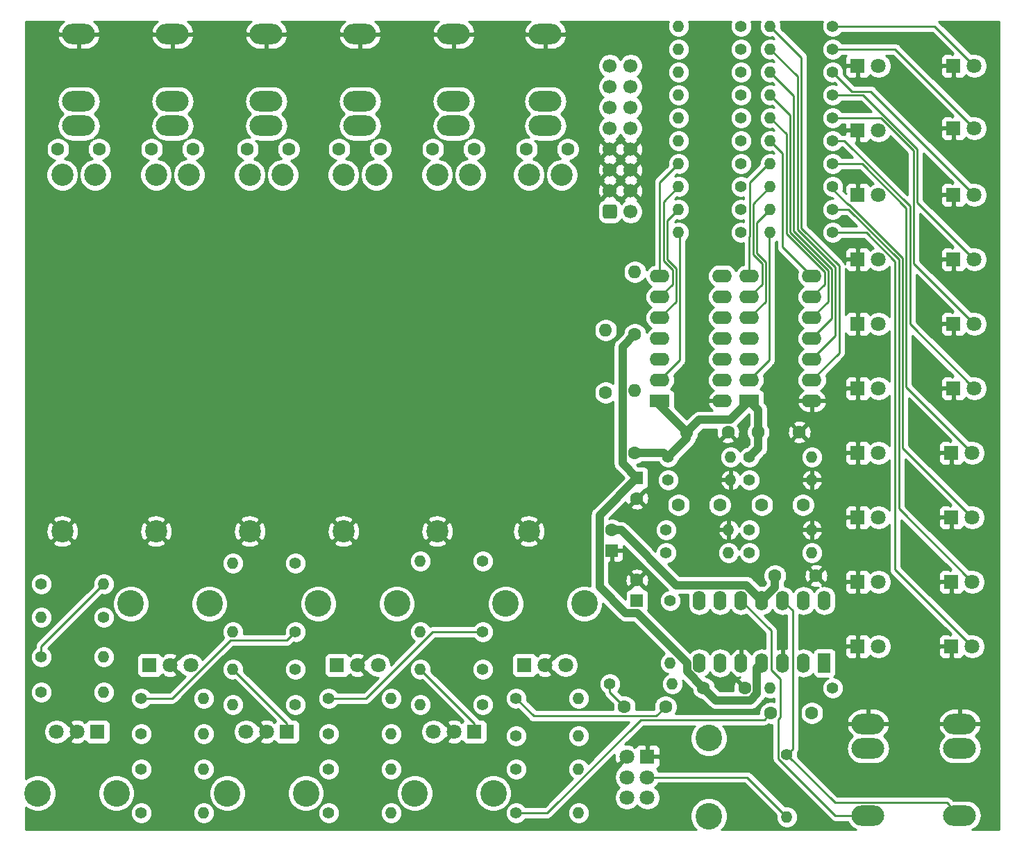
<source format=gbr>
%TF.GenerationSoftware,KiCad,Pcbnew,(5.1.10)-1*%
%TF.CreationDate,2022-02-04T18:45:48-05:00*%
%TF.ProjectId,Stereo_Mixer,53746572-656f-45f4-9d69-7865722e6b69,rev?*%
%TF.SameCoordinates,Original*%
%TF.FileFunction,Copper,L2,Bot*%
%TF.FilePolarity,Positive*%
%FSLAX46Y46*%
G04 Gerber Fmt 4.6, Leading zero omitted, Abs format (unit mm)*
G04 Created by KiCad (PCBNEW (5.1.10)-1) date 2022-02-04 18:45:48*
%MOMM*%
%LPD*%
G01*
G04 APERTURE LIST*
%TA.AperFunction,ComponentPad*%
%ADD10C,1.600000*%
%TD*%
%TA.AperFunction,ComponentPad*%
%ADD11O,1.400000X1.400000*%
%TD*%
%TA.AperFunction,ComponentPad*%
%ADD12C,1.400000*%
%TD*%
%TA.AperFunction,ComponentPad*%
%ADD13R,1.600000X1.600000*%
%TD*%
%TA.AperFunction,ComponentPad*%
%ADD14R,1.800000X1.800000*%
%TD*%
%TA.AperFunction,ComponentPad*%
%ADD15C,1.800000*%
%TD*%
%TA.AperFunction,ComponentPad*%
%ADD16O,1.600000X1.600000*%
%TD*%
%TA.AperFunction,ComponentPad*%
%ADD17O,4.000000X2.500000*%
%TD*%
%TA.AperFunction,ComponentPad*%
%ADD18C,1.700000*%
%TD*%
%TA.AperFunction,ComponentPad*%
%ADD19C,3.240000*%
%TD*%
%TA.AperFunction,ComponentPad*%
%ADD20O,1.600000X2.400000*%
%TD*%
%TA.AperFunction,ComponentPad*%
%ADD21R,1.600000X2.400000*%
%TD*%
%TA.AperFunction,ComponentPad*%
%ADD22R,2.400000X1.600000*%
%TD*%
%TA.AperFunction,ComponentPad*%
%ADD23O,2.400000X1.600000*%
%TD*%
%TA.AperFunction,ComponentPad*%
%ADD24C,2.700000*%
%TD*%
%TA.AperFunction,Conductor*%
%ADD25C,0.250000*%
%TD*%
%TA.AperFunction,Conductor*%
%ADD26C,1.000000*%
%TD*%
%TA.AperFunction,Conductor*%
%ADD27C,0.254000*%
%TD*%
%TA.AperFunction,Conductor*%
%ADD28C,0.100000*%
%TD*%
G04 APERTURE END LIST*
D10*
%TO.P,C12,2*%
%TO.N,Net-(C12-Pad2)*%
X224964000Y-77470000D03*
%TO.P,C12,1*%
%TO.N,Net-(C12-Pad1)*%
X219964000Y-77470000D03*
%TD*%
D11*
%TO.P,R29,2*%
%TO.N,Net-(C12-Pad2)*%
X226060000Y-83312000D03*
D12*
%TO.P,R29,1*%
%TO.N,Net-(R29-Pad1)*%
X218440000Y-83312000D03*
%TD*%
%TO.P,R30,1*%
%TO.N,Net-(C12-Pad2)*%
X218440000Y-80518000D03*
D11*
%TO.P,R30,2*%
%TO.N,GND*%
X226060000Y-80518000D03*
%TD*%
%TO.P,R33,2*%
%TO.N,Net-(C12-Pad1)*%
X226060000Y-71628000D03*
D12*
%TO.P,R33,1*%
%TO.N,+5V*%
X218440000Y-71628000D03*
%TD*%
%TO.P,R34,1*%
%TO.N,Net-(C12-Pad1)*%
X218440000Y-74422000D03*
D11*
%TO.P,R34,2*%
%TO.N,GND*%
X226060000Y-74422000D03*
%TD*%
D10*
%TO.P,C1,2*%
%TO.N,Net-(C1-Pad2)*%
X139112000Y-34036000D03*
%TO.P,C1,1*%
%TO.N,Net-(C1-Pad1)*%
X134112000Y-34036000D03*
%TD*%
%TO.P,C2,2*%
%TO.N,Net-(C2-Pad2)*%
X150542000Y-34036000D03*
%TO.P,C2,1*%
%TO.N,Net-(C2-Pad1)*%
X145542000Y-34036000D03*
%TD*%
%TO.P,C3,2*%
%TO.N,Net-(C3-Pad2)*%
X162226000Y-34036000D03*
%TO.P,C3,1*%
%TO.N,Net-(C3-Pad1)*%
X157226000Y-34036000D03*
%TD*%
%TO.P,C4,1*%
%TO.N,Net-(C4-Pad1)*%
X168402000Y-34036000D03*
%TO.P,C4,2*%
%TO.N,Net-(C4-Pad2)*%
X173402000Y-34036000D03*
%TD*%
%TO.P,C5,1*%
%TO.N,Net-(C5-Pad1)*%
X179832000Y-34036000D03*
%TO.P,C5,2*%
%TO.N,Net-(C5-Pad2)*%
X184832000Y-34036000D03*
%TD*%
%TO.P,C6,2*%
%TO.N,Net-(C6-Pad2)*%
X196262000Y-34036000D03*
%TO.P,C6,1*%
%TO.N,Net-(C6-Pad1)*%
X191262000Y-34036000D03*
%TD*%
%TO.P,C7,2*%
%TO.N,Net-(C7-Pad2)*%
X221060000Y-102870000D03*
%TO.P,C7,1*%
%TO.N,Net-(C7-Pad1)*%
X226060000Y-102870000D03*
%TD*%
%TO.P,C8,1*%
%TO.N,Net-(C8-Pad1)*%
X203200000Y-102108000D03*
%TO.P,C8,2*%
%TO.N,Net-(C8-Pad2)*%
X208200000Y-102108000D03*
%TD*%
%TO.P,C9,2*%
%TO.N,GND*%
X204724000Y-76668000D03*
D13*
%TO.P,C9,1*%
%TO.N,Net-(C14-Pad1)*%
X204724000Y-74168000D03*
%TD*%
%TO.P,C10,1*%
%TO.N,+5V*%
X204724000Y-89154000D03*
D10*
%TO.P,C10,2*%
%TO.N,GND*%
X204724000Y-86654000D03*
%TD*%
D13*
%TO.P,C11,1*%
%TO.N,GND*%
X201676000Y-83058000D03*
D10*
%TO.P,C11,2*%
%TO.N,Net-(C11-Pad2)*%
X201676000Y-80558000D03*
%TD*%
%TO.P,C13,1*%
%TO.N,Net-(C13-Pad1)*%
X209804000Y-77470000D03*
%TO.P,C13,2*%
%TO.N,Net-(C13-Pad2)*%
X214804000Y-77470000D03*
%TD*%
%TO.P,C14,1*%
%TO.N,Net-(C14-Pad1)*%
X212852000Y-99822000D03*
%TO.P,C14,2*%
%TO.N,GND*%
X217852000Y-99822000D03*
%TD*%
%TO.P,C15,1*%
%TO.N,GND*%
X226568000Y-86106000D03*
%TO.P,C15,2*%
%TO.N,Net-(C11-Pad2)*%
X221568000Y-86106000D03*
%TD*%
%TO.P,C16,1*%
%TO.N,+5V*%
X219536000Y-68580000D03*
%TO.P,C16,2*%
%TO.N,GND*%
X224536000Y-68580000D03*
%TD*%
%TO.P,C17,2*%
%TO.N,GND*%
X215820000Y-68580000D03*
%TO.P,C17,1*%
%TO.N,+5V*%
X210820000Y-68580000D03*
%TD*%
D14*
%TO.P,D1,1*%
%TO.N,GND*%
X231648000Y-23876000D03*
D15*
%TO.P,D1,2*%
%TO.N,Net-(D1-Pad2)*%
X234188000Y-23876000D03*
%TD*%
D14*
%TO.P,D2,1*%
%TO.N,GND*%
X231648000Y-31750000D03*
D15*
%TO.P,D2,2*%
%TO.N,Net-(D2-Pad2)*%
X234188000Y-31750000D03*
%TD*%
D14*
%TO.P,D3,1*%
%TO.N,GND*%
X231648000Y-39624000D03*
D15*
%TO.P,D3,2*%
%TO.N,Net-(D3-Pad2)*%
X234188000Y-39624000D03*
%TD*%
%TO.P,D4,2*%
%TO.N,Net-(D4-Pad2)*%
X234188000Y-47498000D03*
D14*
%TO.P,D4,1*%
%TO.N,GND*%
X231648000Y-47498000D03*
%TD*%
D15*
%TO.P,D5,2*%
%TO.N,Net-(D5-Pad2)*%
X234188000Y-55372000D03*
D14*
%TO.P,D5,1*%
%TO.N,GND*%
X231648000Y-55372000D03*
%TD*%
D15*
%TO.P,D6,2*%
%TO.N,Net-(D6-Pad2)*%
X234188000Y-63246000D03*
D14*
%TO.P,D6,1*%
%TO.N,GND*%
X231648000Y-63246000D03*
%TD*%
%TO.P,D7,1*%
%TO.N,GND*%
X231648000Y-71120000D03*
D15*
%TO.P,D7,2*%
%TO.N,Net-(D7-Pad2)*%
X234188000Y-71120000D03*
%TD*%
%TO.P,D8,2*%
%TO.N,Net-(D8-Pad2)*%
X234188000Y-78994000D03*
D14*
%TO.P,D8,1*%
%TO.N,GND*%
X231648000Y-78994000D03*
%TD*%
%TO.P,D9,1*%
%TO.N,GND*%
X231648000Y-86868000D03*
D15*
%TO.P,D9,2*%
%TO.N,Net-(D9-Pad2)*%
X234188000Y-86868000D03*
%TD*%
%TO.P,D10,2*%
%TO.N,Net-(D10-Pad2)*%
X234188000Y-94742000D03*
D14*
%TO.P,D10,1*%
%TO.N,GND*%
X231648000Y-94742000D03*
%TD*%
%TO.P,D11,1*%
%TO.N,GND*%
X243332000Y-23876000D03*
D15*
%TO.P,D11,2*%
%TO.N,Net-(D11-Pad2)*%
X245872000Y-23876000D03*
%TD*%
%TO.P,D12,2*%
%TO.N,Net-(D12-Pad2)*%
X245872000Y-31496000D03*
D14*
%TO.P,D12,1*%
%TO.N,GND*%
X243332000Y-31496000D03*
%TD*%
%TO.P,D13,1*%
%TO.N,GND*%
X243332000Y-39624000D03*
D15*
%TO.P,D13,2*%
%TO.N,Net-(D13-Pad2)*%
X245872000Y-39624000D03*
%TD*%
%TO.P,D14,2*%
%TO.N,Net-(D14-Pad2)*%
X245872000Y-47498000D03*
D14*
%TO.P,D14,1*%
%TO.N,GND*%
X243332000Y-47498000D03*
%TD*%
%TO.P,D15,1*%
%TO.N,GND*%
X243332000Y-55372000D03*
D15*
%TO.P,D15,2*%
%TO.N,Net-(D15-Pad2)*%
X245872000Y-55372000D03*
%TD*%
%TO.P,D16,2*%
%TO.N,Net-(D16-Pad2)*%
X245872000Y-63246000D03*
D14*
%TO.P,D16,1*%
%TO.N,GND*%
X243332000Y-63246000D03*
%TD*%
%TO.P,D17,1*%
%TO.N,GND*%
X243078000Y-71120000D03*
D15*
%TO.P,D17,2*%
%TO.N,Net-(D17-Pad2)*%
X245618000Y-71120000D03*
%TD*%
%TO.P,D18,2*%
%TO.N,Net-(D18-Pad2)*%
X245618000Y-78994000D03*
D14*
%TO.P,D18,1*%
%TO.N,GND*%
X243078000Y-78994000D03*
%TD*%
%TO.P,D19,1*%
%TO.N,GND*%
X243078000Y-86868000D03*
D15*
%TO.P,D19,2*%
%TO.N,Net-(D19-Pad2)*%
X245618000Y-86868000D03*
%TD*%
%TO.P,D20,2*%
%TO.N,Net-(D20-Pad2)*%
X245618000Y-94742000D03*
D14*
%TO.P,D20,1*%
%TO.N,GND*%
X243078000Y-94742000D03*
%TD*%
D10*
%TO.P,FB1,1*%
%TO.N,+5V*%
X204470000Y-71120000D03*
D16*
%TO.P,FB1,2*%
%TO.N,Net-(FB1-Pad2)*%
X204470000Y-63500000D03*
%TD*%
%TO.P,FB2,2*%
%TO.N,Net-(FB2-Pad2)*%
X204470000Y-49022000D03*
D10*
%TO.P,FB2,1*%
%TO.N,Net-(C14-Pad1)*%
X204470000Y-56642000D03*
%TD*%
%TO.P,FB3,1*%
%TO.N,Net-(C11-Pad2)*%
X200914000Y-63754000D03*
D16*
%TO.P,FB3,2*%
%TO.N,Net-(FB3-Pad2)*%
X200914000Y-56134000D03*
%TD*%
D17*
%TO.P,J1,3*%
%TO.N,Left*%
X232918000Y-115388000D03*
%TO.P,J1,2*%
%TO.N,Net-(J1-Pad2)*%
X232918000Y-107188000D03*
%TO.P,J1,1*%
%TO.N,GND*%
X232918000Y-104188000D03*
%TD*%
%TO.P,J2,1*%
%TO.N,GND*%
X244094000Y-104188000D03*
%TO.P,J2,2*%
%TO.N,Net-(J2-Pad2)*%
X244094000Y-107188000D03*
%TO.P,J2,3*%
%TO.N,Right*%
X244094000Y-115388000D03*
%TD*%
%TO.P,J3,1*%
%TO.N,Net-(FB3-Pad2)*%
%TA.AperFunction,ComponentPad*%
G36*
G01*
X200572000Y-42256000D02*
X200572000Y-41056000D01*
G75*
G02*
X200822000Y-40806000I250000J0D01*
G01*
X202022000Y-40806000D01*
G75*
G02*
X202272000Y-41056000I0J-250000D01*
G01*
X202272000Y-42256000D01*
G75*
G02*
X202022000Y-42506000I-250000J0D01*
G01*
X200822000Y-42506000D01*
G75*
G02*
X200572000Y-42256000I0J250000D01*
G01*
G37*
%TD.AperFunction*%
D18*
%TO.P,J3,3*%
%TO.N,GND*%
X201422000Y-39116000D03*
%TO.P,J3,5*%
X201422000Y-36576000D03*
%TO.P,J3,7*%
X201422000Y-34036000D03*
%TO.P,J3,9*%
%TO.N,Net-(FB2-Pad2)*%
X201422000Y-31496000D03*
%TO.P,J3,11*%
%TO.N,Net-(FB1-Pad2)*%
X201422000Y-28956000D03*
%TO.P,J3,13*%
%TO.N,Net-(J3-Pad13)*%
X201422000Y-26416000D03*
%TO.P,J3,15*%
%TO.N,Net-(J3-Pad15)*%
X201422000Y-23876000D03*
%TO.P,J3,2*%
%TO.N,Net-(FB3-Pad2)*%
X203962000Y-41656000D03*
%TO.P,J3,4*%
%TO.N,GND*%
X203962000Y-39116000D03*
%TO.P,J3,6*%
X203962000Y-36576000D03*
%TO.P,J3,8*%
X203962000Y-34036000D03*
%TO.P,J3,10*%
%TO.N,Net-(FB2-Pad2)*%
X203962000Y-31496000D03*
%TO.P,J3,12*%
%TO.N,Net-(FB1-Pad2)*%
X203962000Y-28956000D03*
%TO.P,J3,14*%
%TO.N,Net-(J3-Pad13)*%
X203962000Y-26416000D03*
%TO.P,J3,16*%
%TO.N,Net-(J3-Pad15)*%
X203962000Y-23876000D03*
%TD*%
D12*
%TO.P,R1,1*%
%TO.N,Net-(R1-Pad1)*%
X132080000Y-96012000D03*
D11*
%TO.P,R1,2*%
%TO.N,Net-(R1-Pad2)*%
X139700000Y-96012000D03*
%TD*%
%TO.P,R2,2*%
%TO.N,Net-(R1-Pad2)*%
X139700000Y-100330000D03*
D12*
%TO.P,R2,1*%
%TO.N,Net-(R14-Pad2)*%
X132080000Y-100330000D03*
%TD*%
D11*
%TO.P,R3,2*%
%TO.N,Net-(R3-Pad2)*%
X151892000Y-109728000D03*
D12*
%TO.P,R3,1*%
%TO.N,Net-(R15-Pad2)*%
X144272000Y-109728000D03*
%TD*%
%TO.P,R4,1*%
%TO.N,Net-(R16-Pad2)*%
X144272000Y-105410000D03*
D11*
%TO.P,R4,2*%
%TO.N,Net-(R3-Pad2)*%
X151892000Y-105410000D03*
%TD*%
%TO.P,R5,2*%
%TO.N,Net-(R5-Pad2)*%
X155448000Y-84582000D03*
D12*
%TO.P,R5,1*%
%TO.N,Net-(R17-Pad2)*%
X163068000Y-84582000D03*
%TD*%
%TO.P,R6,1*%
%TO.N,Net-(R18-Pad2)*%
X163068000Y-101854000D03*
D11*
%TO.P,R6,2*%
%TO.N,Net-(R5-Pad2)*%
X155448000Y-101854000D03*
%TD*%
D12*
%TO.P,R7,1*%
%TO.N,Net-(R19-Pad2)*%
X167132000Y-109728000D03*
D11*
%TO.P,R7,2*%
%TO.N,Net-(R7-Pad2)*%
X174752000Y-109728000D03*
%TD*%
%TO.P,R8,2*%
%TO.N,Net-(R7-Pad2)*%
X174752000Y-105410000D03*
D12*
%TO.P,R8,1*%
%TO.N,Net-(R20-Pad2)*%
X167132000Y-105410000D03*
%TD*%
%TO.P,R9,1*%
%TO.N,Net-(R21-Pad2)*%
X185928000Y-84328000D03*
D11*
%TO.P,R9,2*%
%TO.N,Net-(R10-Pad2)*%
X178308000Y-84328000D03*
%TD*%
%TO.P,R10,2*%
%TO.N,Net-(R10-Pad2)*%
X178308000Y-101854000D03*
D12*
%TO.P,R10,1*%
%TO.N,Net-(R10-Pad1)*%
X185928000Y-101854000D03*
%TD*%
D11*
%TO.P,R11,2*%
%TO.N,Net-(R11-Pad2)*%
X197612000Y-109728000D03*
D12*
%TO.P,R11,1*%
%TO.N,Net-(R11-Pad1)*%
X189992000Y-109728000D03*
%TD*%
%TO.P,R12,1*%
%TO.N,Net-(R12-Pad1)*%
X189992000Y-105664000D03*
D11*
%TO.P,R12,2*%
%TO.N,Net-(R11-Pad2)*%
X197612000Y-105664000D03*
%TD*%
%TO.P,R13,2*%
%TO.N,Net-(R1-Pad1)*%
X139700000Y-87122000D03*
D12*
%TO.P,R13,1*%
%TO.N,Net-(C7-Pad2)*%
X132080000Y-87122000D03*
%TD*%
%TO.P,R14,1*%
%TO.N,Net-(C8-Pad2)*%
X139700000Y-91186000D03*
D11*
%TO.P,R14,2*%
%TO.N,Net-(R14-Pad2)*%
X132080000Y-91186000D03*
%TD*%
D12*
%TO.P,R15,1*%
%TO.N,Net-(C7-Pad2)*%
X144272000Y-115062000D03*
D11*
%TO.P,R15,2*%
%TO.N,Net-(R15-Pad2)*%
X151892000Y-115062000D03*
%TD*%
%TO.P,R16,2*%
%TO.N,Net-(R16-Pad2)*%
X151892000Y-101092000D03*
D12*
%TO.P,R16,1*%
%TO.N,Net-(C8-Pad2)*%
X144272000Y-101092000D03*
%TD*%
%TO.P,R17,1*%
%TO.N,Net-(C7-Pad2)*%
X163068000Y-97536000D03*
D11*
%TO.P,R17,2*%
%TO.N,Net-(R17-Pad2)*%
X155448000Y-97536000D03*
%TD*%
%TO.P,R18,2*%
%TO.N,Net-(R18-Pad2)*%
X155448000Y-92964000D03*
D12*
%TO.P,R18,1*%
%TO.N,Net-(C8-Pad2)*%
X163068000Y-92964000D03*
%TD*%
D11*
%TO.P,R19,2*%
%TO.N,Net-(R19-Pad2)*%
X174752000Y-115062000D03*
D12*
%TO.P,R19,1*%
%TO.N,Net-(C7-Pad2)*%
X167132000Y-115062000D03*
%TD*%
%TO.P,R20,1*%
%TO.N,Net-(C8-Pad2)*%
X167132000Y-101092000D03*
D11*
%TO.P,R20,2*%
%TO.N,Net-(R20-Pad2)*%
X174752000Y-101092000D03*
%TD*%
%TO.P,R21,2*%
%TO.N,Net-(R21-Pad2)*%
X178308000Y-97536000D03*
D12*
%TO.P,R21,1*%
%TO.N,Net-(C7-Pad2)*%
X185928000Y-97536000D03*
%TD*%
%TO.P,R22,1*%
%TO.N,Net-(C8-Pad2)*%
X185928000Y-92964000D03*
D11*
%TO.P,R22,2*%
%TO.N,Net-(R10-Pad1)*%
X178308000Y-92964000D03*
%TD*%
%TO.P,R23,2*%
%TO.N,Net-(R11-Pad1)*%
X197612000Y-115062000D03*
D12*
%TO.P,R23,1*%
%TO.N,Net-(C7-Pad2)*%
X189992000Y-115062000D03*
%TD*%
%TO.P,R24,1*%
%TO.N,Net-(C8-Pad2)*%
X189992000Y-101092000D03*
D11*
%TO.P,R24,2*%
%TO.N,Net-(R12-Pad1)*%
X197612000Y-101092000D03*
%TD*%
D12*
%TO.P,R25,1*%
%TO.N,Net-(C7-Pad1)*%
X228600000Y-99822000D03*
D11*
%TO.P,R25,2*%
%TO.N,Net-(C7-Pad2)*%
X220980000Y-99822000D03*
%TD*%
%TO.P,R26,2*%
%TO.N,Net-(C8-Pad2)*%
X209042000Y-99314000D03*
D12*
%TO.P,R26,1*%
%TO.N,Net-(C8-Pad1)*%
X201422000Y-99314000D03*
%TD*%
%TO.P,R27,1*%
%TO.N,Left*%
X208788000Y-89154000D03*
D11*
%TO.P,R27,2*%
%TO.N,Net-(R27-Pad2)*%
X208788000Y-96774000D03*
%TD*%
%TO.P,R28,2*%
%TO.N,Net-(R28-Pad2)*%
X223012000Y-115570000D03*
D12*
%TO.P,R28,1*%
%TO.N,Right*%
X223012000Y-107950000D03*
%TD*%
%TO.P,R31,1*%
%TO.N,Net-(R31-Pad1)*%
X208280000Y-83312000D03*
D11*
%TO.P,R31,2*%
%TO.N,Net-(C13-Pad2)*%
X215900000Y-83312000D03*
%TD*%
%TO.P,R32,2*%
%TO.N,GND*%
X215900000Y-80518000D03*
D12*
%TO.P,R32,1*%
%TO.N,Net-(C13-Pad2)*%
X208280000Y-80518000D03*
%TD*%
D11*
%TO.P,R35,2*%
%TO.N,Net-(C13-Pad1)*%
X216154000Y-71628000D03*
D12*
%TO.P,R35,1*%
%TO.N,+5V*%
X208534000Y-71628000D03*
%TD*%
%TO.P,R36,1*%
%TO.N,Net-(C13-Pad1)*%
X208534000Y-74422000D03*
D11*
%TO.P,R36,2*%
%TO.N,GND*%
X216154000Y-74422000D03*
%TD*%
%TO.P,R37,2*%
%TO.N,LED10_1*%
X209804000Y-19050000D03*
D12*
%TO.P,R37,1*%
%TO.N,Net-(D1-Pad2)*%
X217424000Y-19050000D03*
%TD*%
%TO.P,R38,1*%
%TO.N,Net-(D2-Pad2)*%
X217424000Y-21844000D03*
D11*
%TO.P,R38,2*%
%TO.N,LED9_1*%
X209804000Y-21844000D03*
%TD*%
%TO.P,R39,2*%
%TO.N,LED8_1*%
X209804000Y-24638000D03*
D12*
%TO.P,R39,1*%
%TO.N,Net-(D3-Pad2)*%
X217424000Y-24638000D03*
%TD*%
D11*
%TO.P,R40,2*%
%TO.N,LED7_1*%
X209804000Y-27432000D03*
D12*
%TO.P,R40,1*%
%TO.N,Net-(D4-Pad2)*%
X217424000Y-27432000D03*
%TD*%
%TO.P,R41,1*%
%TO.N,Net-(D5-Pad2)*%
X217424000Y-30226000D03*
D11*
%TO.P,R41,2*%
%TO.N,LED6_1*%
X209804000Y-30226000D03*
%TD*%
%TO.P,R42,2*%
%TO.N,LED5_1*%
X209804000Y-33020000D03*
D12*
%TO.P,R42,1*%
%TO.N,Net-(D6-Pad2)*%
X217424000Y-33020000D03*
%TD*%
%TO.P,R43,1*%
%TO.N,Net-(D7-Pad2)*%
X217424000Y-35814000D03*
D11*
%TO.P,R43,2*%
%TO.N,LED4_1*%
X209804000Y-35814000D03*
%TD*%
D12*
%TO.P,R44,1*%
%TO.N,Net-(D8-Pad2)*%
X217424000Y-38608000D03*
D11*
%TO.P,R44,2*%
%TO.N,LED3_1*%
X209804000Y-38608000D03*
%TD*%
D12*
%TO.P,R45,1*%
%TO.N,Net-(D9-Pad2)*%
X217424000Y-41402000D03*
D11*
%TO.P,R45,2*%
%TO.N,LED2_1*%
X209804000Y-41402000D03*
%TD*%
%TO.P,R46,2*%
%TO.N,LED1_1*%
X209804000Y-44196000D03*
D12*
%TO.P,R46,1*%
%TO.N,Net-(D10-Pad2)*%
X217424000Y-44196000D03*
%TD*%
%TO.P,R47,1*%
%TO.N,Net-(D11-Pad2)*%
X228600000Y-19050000D03*
D11*
%TO.P,R47,2*%
%TO.N,LED10_2*%
X220980000Y-19050000D03*
%TD*%
%TO.P,R48,2*%
%TO.N,LED9_2*%
X220980000Y-21844000D03*
D12*
%TO.P,R48,1*%
%TO.N,Net-(D12-Pad2)*%
X228600000Y-21844000D03*
%TD*%
%TO.P,R49,1*%
%TO.N,Net-(D13-Pad2)*%
X228600000Y-24638000D03*
D11*
%TO.P,R49,2*%
%TO.N,LED8_2*%
X220980000Y-24638000D03*
%TD*%
%TO.P,R50,2*%
%TO.N,LED7_2*%
X220980000Y-27432000D03*
D12*
%TO.P,R50,1*%
%TO.N,Net-(D14-Pad2)*%
X228600000Y-27432000D03*
%TD*%
%TO.P,R51,1*%
%TO.N,Net-(D15-Pad2)*%
X228600000Y-30226000D03*
D11*
%TO.P,R51,2*%
%TO.N,LED6_2*%
X220980000Y-30226000D03*
%TD*%
%TO.P,R52,2*%
%TO.N,LED5_2*%
X220980000Y-33020000D03*
D12*
%TO.P,R52,1*%
%TO.N,Net-(D16-Pad2)*%
X228600000Y-33020000D03*
%TD*%
%TO.P,R53,1*%
%TO.N,Net-(D17-Pad2)*%
X228600000Y-35814000D03*
D11*
%TO.P,R53,2*%
%TO.N,LED4_2*%
X220980000Y-35814000D03*
%TD*%
%TO.P,R54,2*%
%TO.N,LED3_2*%
X220980000Y-38608000D03*
D12*
%TO.P,R54,1*%
%TO.N,Net-(D18-Pad2)*%
X228600000Y-38608000D03*
%TD*%
%TO.P,R55,1*%
%TO.N,Net-(D19-Pad2)*%
X228600000Y-41402000D03*
D11*
%TO.P,R55,2*%
%TO.N,LED2_2*%
X220980000Y-41402000D03*
%TD*%
%TO.P,R56,2*%
%TO.N,LED1_2*%
X220980000Y-44196000D03*
D12*
%TO.P,R56,1*%
%TO.N,Net-(D20-Pad2)*%
X228600000Y-44196000D03*
%TD*%
D19*
%TO.P,RV7,*%
%TO.N,*%
X141238000Y-112656000D03*
X131638000Y-112656000D03*
D15*
%TO.P,RV7,3*%
%TO.N,Net-(R14-Pad2)*%
X133938000Y-105156000D03*
%TO.P,RV7,2*%
%TO.N,GND*%
X136438000Y-105156000D03*
D14*
%TO.P,RV7,1*%
%TO.N,Net-(R1-Pad1)*%
X138938000Y-105156000D03*
%TD*%
%TO.P,RV8,1*%
%TO.N,Net-(R15-Pad2)*%
X145288000Y-97028000D03*
D15*
%TO.P,RV8,2*%
%TO.N,GND*%
X147788000Y-97028000D03*
%TO.P,RV8,3*%
%TO.N,Net-(R16-Pad2)*%
X150288000Y-97028000D03*
D19*
%TO.P,RV8,*%
%TO.N,*%
X152588000Y-89528000D03*
X142988000Y-89528000D03*
%TD*%
%TO.P,RV9,*%
%TO.N,*%
X164352000Y-112656000D03*
X154752000Y-112656000D03*
D15*
%TO.P,RV9,3*%
%TO.N,Net-(R18-Pad2)*%
X157052000Y-105156000D03*
%TO.P,RV9,2*%
%TO.N,GND*%
X159552000Y-105156000D03*
D14*
%TO.P,RV9,1*%
%TO.N,Net-(R17-Pad2)*%
X162052000Y-105156000D03*
%TD*%
D19*
%TO.P,RV10,*%
%TO.N,*%
X165848000Y-89528000D03*
X175448000Y-89528000D03*
D15*
%TO.P,RV10,3*%
%TO.N,Net-(R20-Pad2)*%
X173148000Y-97028000D03*
%TO.P,RV10,2*%
%TO.N,GND*%
X170648000Y-97028000D03*
D14*
%TO.P,RV10,1*%
%TO.N,Net-(R19-Pad2)*%
X168148000Y-97028000D03*
%TD*%
D19*
%TO.P,RV11,*%
%TO.N,*%
X187212000Y-112656000D03*
X177612000Y-112656000D03*
D15*
%TO.P,RV11,3*%
%TO.N,Net-(R10-Pad1)*%
X179912000Y-105156000D03*
%TO.P,RV11,2*%
%TO.N,GND*%
X182412000Y-105156000D03*
D14*
%TO.P,RV11,1*%
%TO.N,Net-(R21-Pad2)*%
X184912000Y-105156000D03*
%TD*%
D19*
%TO.P,RV12,*%
%TO.N,*%
X188708000Y-89528000D03*
X198308000Y-89528000D03*
D15*
%TO.P,RV12,3*%
%TO.N,Net-(R12-Pad1)*%
X196008000Y-97028000D03*
%TO.P,RV12,2*%
%TO.N,GND*%
X193508000Y-97028000D03*
D14*
%TO.P,RV12,1*%
%TO.N,Net-(R11-Pad1)*%
X191008000Y-97028000D03*
%TD*%
D15*
%TO.P,RV13,4*%
%TO.N,GND*%
X203494000Y-108204000D03*
%TO.P,RV13,5*%
%TO.N,Net-(R27-Pad2)*%
X203494000Y-110704000D03*
%TO.P,RV13,6*%
%TO.N,Net-(C7-Pad1)*%
X203494000Y-113204000D03*
D19*
%TO.P,RV13,*%
%TO.N,*%
X213494000Y-105954000D03*
X213494000Y-115454000D03*
D15*
%TO.P,RV13,3*%
%TO.N,Net-(C8-Pad1)*%
X205994000Y-113204000D03*
%TO.P,RV13,2*%
%TO.N,Net-(R28-Pad2)*%
X205994000Y-110704000D03*
D14*
%TO.P,RV13,1*%
%TO.N,GND*%
X205994000Y-108204000D03*
%TD*%
D17*
%TO.P,U1,1*%
%TO.N,Net-(C1-Pad2)*%
X136652000Y-31194000D03*
%TO.P,U1,2*%
%TO.N,Net-(U1-Pad2)*%
X136652000Y-28194000D03*
%TO.P,U1,3*%
%TO.N,GND*%
X136652000Y-19994000D03*
%TD*%
%TO.P,U2,3*%
%TO.N,GND*%
X148082000Y-19994000D03*
%TO.P,U2,2*%
%TO.N,Net-(U2-Pad2)*%
X148082000Y-28194000D03*
%TO.P,U2,1*%
%TO.N,Net-(C2-Pad2)*%
X148082000Y-31194000D03*
%TD*%
%TO.P,U3,3*%
%TO.N,GND*%
X159512000Y-19994000D03*
%TO.P,U3,2*%
%TO.N,Net-(U3-Pad2)*%
X159512000Y-28194000D03*
%TO.P,U3,1*%
%TO.N,Net-(C3-Pad2)*%
X159512000Y-31194000D03*
%TD*%
%TO.P,U4,1*%
%TO.N,Net-(C4-Pad2)*%
X170942000Y-31194000D03*
%TO.P,U4,2*%
%TO.N,Net-(U4-Pad2)*%
X170942000Y-28194000D03*
%TO.P,U4,3*%
%TO.N,GND*%
X170942000Y-19994000D03*
%TD*%
%TO.P,U5,3*%
%TO.N,GND*%
X182372000Y-19994000D03*
%TO.P,U5,2*%
%TO.N,Net-(U5-Pad2)*%
X182372000Y-28194000D03*
%TO.P,U5,1*%
%TO.N,Net-(C5-Pad2)*%
X182372000Y-31194000D03*
%TD*%
%TO.P,U6,1*%
%TO.N,Net-(C6-Pad2)*%
X193548000Y-31194000D03*
%TO.P,U6,2*%
%TO.N,Net-(U6-Pad2)*%
X193548000Y-28194000D03*
%TO.P,U6,3*%
%TO.N,GND*%
X193548000Y-19994000D03*
%TD*%
D20*
%TO.P,U7,14*%
%TO.N,Net-(R29-Pad1)*%
X227584000Y-89154000D03*
%TO.P,U7,7*%
%TO.N,Net-(C8-Pad1)*%
X212344000Y-96774000D03*
%TO.P,U7,13*%
%TO.N,Net-(R29-Pad1)*%
X225044000Y-89154000D03*
%TO.P,U7,6*%
%TO.N,Net-(C8-Pad2)*%
X214884000Y-96774000D03*
%TO.P,U7,12*%
%TO.N,Right*%
X222504000Y-89154000D03*
%TO.P,U7,5*%
%TO.N,GND*%
X217424000Y-96774000D03*
%TO.P,U7,11*%
%TO.N,Net-(C11-Pad2)*%
X219964000Y-89154000D03*
%TO.P,U7,4*%
%TO.N,Net-(C14-Pad1)*%
X219964000Y-96774000D03*
%TO.P,U7,10*%
%TO.N,Left*%
X217424000Y-89154000D03*
%TO.P,U7,3*%
%TO.N,GND*%
X222504000Y-96774000D03*
%TO.P,U7,9*%
%TO.N,Net-(R31-Pad1)*%
X214884000Y-89154000D03*
%TO.P,U7,2*%
%TO.N,Net-(C7-Pad2)*%
X225044000Y-96774000D03*
%TO.P,U7,8*%
%TO.N,Net-(R31-Pad1)*%
X212344000Y-89154000D03*
D21*
%TO.P,U7,1*%
%TO.N,Net-(C7-Pad1)*%
X227584000Y-96774000D03*
%TD*%
D22*
%TO.P,U8,1*%
%TO.N,+5V*%
X218440000Y-64770000D03*
D23*
%TO.P,U8,8*%
%TO.N,LED5_2*%
X226060000Y-49530000D03*
%TO.P,U8,2*%
%TO.N,LED1_2*%
X218440000Y-62230000D03*
%TO.P,U8,9*%
%TO.N,LED6_2*%
X226060000Y-52070000D03*
%TO.P,U8,3*%
%TO.N,Net-(C12-Pad1)*%
X218440000Y-59690000D03*
%TO.P,U8,10*%
%TO.N,LED7_2*%
X226060000Y-54610000D03*
%TO.P,U8,4*%
%TO.N,Net-(U8-Pad4)*%
X218440000Y-57150000D03*
%TO.P,U8,11*%
%TO.N,LED8_2*%
X226060000Y-57150000D03*
%TO.P,U8,5*%
%TO.N,LED2_2*%
X218440000Y-54610000D03*
%TO.P,U8,12*%
%TO.N,LED9_2*%
X226060000Y-59690000D03*
%TO.P,U8,6*%
%TO.N,LED3_2*%
X218440000Y-52070000D03*
%TO.P,U8,13*%
%TO.N,LED10_2*%
X226060000Y-62230000D03*
%TO.P,U8,7*%
%TO.N,LED4_2*%
X218440000Y-49530000D03*
%TO.P,U8,14*%
%TO.N,GND*%
X226060000Y-64770000D03*
%TD*%
D22*
%TO.P,U9,1*%
%TO.N,+5V*%
X207518000Y-64770000D03*
D23*
%TO.P,U9,8*%
%TO.N,LED5_1*%
X215138000Y-49530000D03*
%TO.P,U9,2*%
%TO.N,LED1_1*%
X207518000Y-62230000D03*
%TO.P,U9,9*%
%TO.N,LED6_1*%
X215138000Y-52070000D03*
%TO.P,U9,3*%
%TO.N,Net-(C13-Pad1)*%
X207518000Y-59690000D03*
%TO.P,U9,10*%
%TO.N,LED7_1*%
X215138000Y-54610000D03*
%TO.P,U9,4*%
%TO.N,Net-(U9-Pad4)*%
X207518000Y-57150000D03*
%TO.P,U9,11*%
%TO.N,LED8_1*%
X215138000Y-57150000D03*
%TO.P,U9,5*%
%TO.N,LED2_1*%
X207518000Y-54610000D03*
%TO.P,U9,12*%
%TO.N,LED9_1*%
X215138000Y-59690000D03*
%TO.P,U9,6*%
%TO.N,LED3_1*%
X207518000Y-52070000D03*
%TO.P,U9,13*%
%TO.N,LED10_1*%
X215138000Y-62230000D03*
%TO.P,U9,7*%
%TO.N,LED4_1*%
X207518000Y-49530000D03*
%TO.P,U9,14*%
%TO.N,GND*%
X215138000Y-64770000D03*
%TD*%
D24*
%TO.P,RV1,3*%
%TO.N,GND*%
X134652000Y-80678000D03*
%TO.P,RV1,2*%
%TO.N,Net-(R1-Pad2)*%
X138652000Y-37178000D03*
%TO.P,RV1,1*%
%TO.N,Net-(C1-Pad1)*%
X134652000Y-37178000D03*
%TD*%
%TO.P,RV2,3*%
%TO.N,GND*%
X146082000Y-80678000D03*
%TO.P,RV2,2*%
%TO.N,Net-(R3-Pad2)*%
X150082000Y-37178000D03*
%TO.P,RV2,1*%
%TO.N,Net-(C2-Pad1)*%
X146082000Y-37178000D03*
%TD*%
%TO.P,RV3,3*%
%TO.N,GND*%
X157512000Y-80678000D03*
%TO.P,RV3,2*%
%TO.N,Net-(R5-Pad2)*%
X161512000Y-37178000D03*
%TO.P,RV3,1*%
%TO.N,Net-(C3-Pad1)*%
X157512000Y-37178000D03*
%TD*%
%TO.P,RV4,1*%
%TO.N,Net-(C4-Pad1)*%
X168942000Y-37178000D03*
%TO.P,RV4,2*%
%TO.N,Net-(R7-Pad2)*%
X172942000Y-37178000D03*
%TO.P,RV4,3*%
%TO.N,GND*%
X168942000Y-80678000D03*
%TD*%
%TO.P,RV5,1*%
%TO.N,Net-(C5-Pad1)*%
X180372000Y-37178000D03*
%TO.P,RV5,2*%
%TO.N,Net-(R10-Pad2)*%
X184372000Y-37178000D03*
%TO.P,RV5,3*%
%TO.N,GND*%
X180372000Y-80678000D03*
%TD*%
%TO.P,RV6,1*%
%TO.N,Net-(C6-Pad1)*%
X191548000Y-37178000D03*
%TO.P,RV6,2*%
%TO.N,Net-(R11-Pad2)*%
X195548000Y-37178000D03*
%TO.P,RV6,3*%
%TO.N,GND*%
X191548000Y-80678000D03*
%TD*%
D25*
%TO.N,Net-(C7-Pad2)*%
X220246989Y-103683011D02*
X221060000Y-102870000D01*
X205173991Y-103683011D02*
X220246989Y-103683011D01*
X193795002Y-115062000D02*
X205173991Y-103683011D01*
X189992000Y-115062000D02*
X193795002Y-115062000D01*
%TO.N,Net-(C8-Pad1)*%
X201422000Y-100330000D02*
X201422000Y-99314000D01*
X203200000Y-102108000D02*
X201422000Y-100330000D01*
%TO.N,Net-(C8-Pad2)*%
X148037002Y-101092000D02*
X144272000Y-101092000D01*
X155140001Y-93989001D02*
X148037002Y-101092000D01*
X162042999Y-93989001D02*
X155140001Y-93989001D01*
X163068000Y-92964000D02*
X162042999Y-93989001D01*
X179825002Y-92964000D02*
X185928000Y-92964000D01*
X171697002Y-101092000D02*
X179825002Y-92964000D01*
X167132000Y-101092000D02*
X171697002Y-101092000D01*
X207074999Y-103233001D02*
X208200000Y-102108000D01*
X192133001Y-103233001D02*
X207074999Y-103233001D01*
X189992000Y-101092000D02*
X192133001Y-103233001D01*
D26*
%TO.N,Net-(C14-Pad1)*%
X219352001Y-97385999D02*
X219964000Y-96774000D01*
X219352001Y-100542001D02*
X219352001Y-97385999D01*
X218572001Y-101322001D02*
X219352001Y-100542001D01*
X214352001Y-101322001D02*
X218572001Y-101322001D01*
X212852000Y-99822000D02*
X214352001Y-101322001D01*
X200175999Y-78716001D02*
X204724000Y-74168000D01*
X200175999Y-87466001D02*
X200175999Y-78716001D01*
X210843990Y-96757988D02*
X204740003Y-90654001D01*
X210843990Y-97813990D02*
X210843990Y-96757988D01*
X203363999Y-90654001D02*
X200175999Y-87466001D01*
X204740003Y-90654001D02*
X203363999Y-90654001D01*
X212852000Y-99822000D02*
X210843990Y-97813990D01*
X202969999Y-58142001D02*
X204470000Y-56642000D01*
X202969999Y-72413999D02*
X202969999Y-58142001D01*
X204724000Y-74168000D02*
X202969999Y-72413999D01*
%TO.N,Net-(C11-Pad2)*%
X218063990Y-87253990D02*
X219964000Y-89154000D01*
X209503360Y-87253990D02*
X218063990Y-87253990D01*
X202807370Y-80558000D02*
X209503360Y-87253990D01*
X201676000Y-80558000D02*
X202807370Y-80558000D01*
X221568000Y-87550000D02*
X219964000Y-89154000D01*
X221568000Y-86106000D02*
X221568000Y-87550000D01*
%TO.N,+5V*%
X210820000Y-69342000D02*
X208534000Y-71628000D01*
X210820000Y-68580000D02*
X210820000Y-69342000D01*
X208026000Y-71120000D02*
X208534000Y-71628000D01*
X204470000Y-71120000D02*
X208026000Y-71120000D01*
X207518000Y-65278000D02*
X210820000Y-68580000D01*
X207518000Y-64770000D02*
X207518000Y-65278000D01*
X219536000Y-70532000D02*
X218440000Y-71628000D01*
X219536000Y-68580000D02*
X219536000Y-70532000D01*
X219536000Y-65866000D02*
X218440000Y-64770000D01*
X219536000Y-68580000D02*
X219536000Y-65866000D01*
X216130001Y-67079999D02*
X218440000Y-64770000D01*
X212320001Y-67079999D02*
X216130001Y-67079999D01*
X210820000Y-68580000D02*
X212320001Y-67079999D01*
D25*
%TO.N,Net-(D11-Pad2)*%
X241046000Y-19050000D02*
X228600000Y-19050000D01*
X245872000Y-23876000D02*
X241046000Y-19050000D01*
%TO.N,Net-(D12-Pad2)*%
X236220000Y-21844000D02*
X228600000Y-21844000D01*
X245872000Y-31496000D02*
X236220000Y-21844000D01*
%TO.N,Net-(D13-Pad2)*%
X230943990Y-26981990D02*
X228600000Y-24638000D01*
X233229990Y-26981990D02*
X230943990Y-26981990D01*
X245872000Y-39624000D02*
X233229990Y-26981990D01*
%TO.N,Net-(D14-Pad2)*%
X245872000Y-47498000D02*
X238920056Y-40546056D01*
X232319412Y-27432000D02*
X228600000Y-27432000D01*
X238920055Y-34032643D02*
X232319412Y-27432000D01*
X238920056Y-40546056D02*
X238920055Y-34032643D01*
%TO.N,Net-(D15-Pad2)*%
X245872000Y-55372000D02*
X238470046Y-47970046D01*
X234477002Y-30226000D02*
X228600000Y-30226000D01*
X238470046Y-34219044D02*
X234477002Y-30226000D01*
X238470046Y-47970046D02*
X238470046Y-34219044D01*
%TO.N,Net-(D16-Pad2)*%
X245872000Y-63246000D02*
X238020038Y-55394038D01*
X230033412Y-33020000D02*
X228600000Y-33020000D01*
X238020037Y-41006625D02*
X230033412Y-33020000D01*
X238020038Y-55394038D02*
X238020037Y-41006625D01*
%TO.N,Net-(D17-Pad2)*%
X245618000Y-71120000D02*
X237570028Y-63072028D01*
X232191002Y-35814000D02*
X228600000Y-35814000D01*
X237570028Y-41193026D02*
X232191002Y-35814000D01*
X237570028Y-63072028D02*
X237570028Y-41193026D01*
%TO.N,Net-(D18-Pad2)*%
X245618000Y-78994000D02*
X237120018Y-70496018D01*
X228600000Y-38961002D02*
X228600000Y-38608000D01*
X230487999Y-40849001D02*
X228600000Y-38961002D01*
X230624823Y-40849001D02*
X230487999Y-40849001D01*
X237120018Y-47344196D02*
X230624823Y-40849001D01*
X237120018Y-70496018D02*
X237120018Y-47344196D01*
%TO.N,Net-(D19-Pad2)*%
X245618000Y-86868000D02*
X236670010Y-77920010D01*
X230541412Y-41402000D02*
X228600000Y-41402000D01*
X236670009Y-47530597D02*
X230541412Y-41402000D01*
X236670010Y-77920010D02*
X236670009Y-47530597D01*
%TO.N,Net-(D20-Pad2)*%
X245618000Y-94742000D02*
X236220000Y-85344000D01*
X232699002Y-44196000D02*
X228600000Y-44196000D01*
X236220000Y-47716998D02*
X232699002Y-44196000D01*
X236220000Y-85344000D02*
X236220000Y-47716998D01*
%TO.N,Left*%
X221089010Y-92819010D02*
X217424000Y-89154000D01*
X221089010Y-97639994D02*
X221089010Y-92819010D01*
X222185001Y-98735985D02*
X221089010Y-97639994D01*
X221986999Y-103608003D02*
X222185001Y-103410001D01*
X222185001Y-103410001D02*
X222185001Y-98735985D01*
X228932998Y-115388000D02*
X221986999Y-108442001D01*
X221986999Y-108442001D02*
X221986999Y-103608003D01*
X232918000Y-115388000D02*
X228932998Y-115388000D01*
%TO.N,Right*%
X223711999Y-90361999D02*
X222504000Y-89154000D01*
X223711999Y-107250001D02*
X223711999Y-90361999D01*
X223012000Y-107950000D02*
X223711999Y-107250001D01*
X228874990Y-113812990D02*
X223012000Y-107950000D01*
X242518990Y-113812990D02*
X228874990Y-113812990D01*
X244094000Y-115388000D02*
X242518990Y-113812990D01*
%TO.N,Net-(R1-Pad1)*%
X132080000Y-94742000D02*
X139700000Y-87122000D01*
X132080000Y-96012000D02*
X132080000Y-94742000D01*
%TO.N,Net-(R17-Pad2)*%
X162052000Y-104140000D02*
X155448000Y-97536000D01*
X162052000Y-105156000D02*
X162052000Y-104140000D01*
%TO.N,Net-(R21-Pad2)*%
X184912000Y-104140000D02*
X178308000Y-97536000D01*
X184912000Y-105156000D02*
X184912000Y-104140000D01*
%TO.N,Net-(R28-Pad2)*%
X218146000Y-110704000D02*
X223012000Y-115570000D01*
X205994000Y-110704000D02*
X218146000Y-110704000D01*
%TO.N,LED4_1*%
X207518000Y-38100000D02*
X209804000Y-35814000D01*
X207518000Y-49530000D02*
X207518000Y-38100000D01*
%TO.N,LED3_1*%
X209043010Y-48769010D02*
X207968010Y-47694010D01*
X209043010Y-50544990D02*
X209043010Y-48769010D01*
X207518000Y-52070000D02*
X209043010Y-50544990D01*
X207968010Y-40443990D02*
X209804000Y-38608000D01*
X207968010Y-47694010D02*
X207968010Y-40443990D01*
%TO.N,LED2_1*%
X209493020Y-52634980D02*
X209493019Y-48582609D01*
X207518000Y-54610000D02*
X209493020Y-52634980D01*
X209493019Y-48582609D02*
X208418020Y-47507610D01*
X208418020Y-42787980D02*
X209804000Y-41402000D01*
X208418020Y-47507610D02*
X208418020Y-42787980D01*
%TO.N,LED1_1*%
X207518000Y-62230000D02*
X209943028Y-59804970D01*
X209943028Y-44335028D02*
X209804000Y-44196000D01*
X209943028Y-59804970D02*
X209943028Y-44335028D01*
%TO.N,LED10_2*%
X220980000Y-19050000D02*
X224790000Y-22860000D01*
X224790000Y-22860000D02*
X224790000Y-43682360D01*
X229385047Y-58904953D02*
X226060000Y-62230000D01*
X229385047Y-48277409D02*
X229385047Y-58904953D01*
X224790000Y-43682360D02*
X229385047Y-48277409D01*
%TO.N,LED9_2*%
X226060000Y-59690000D02*
X228935039Y-56814961D01*
X228935039Y-56814961D02*
X228935038Y-48463808D01*
X228935038Y-48463808D02*
X224304040Y-43832810D01*
X224304040Y-25168040D02*
X220980000Y-21844000D01*
X224304040Y-43832810D02*
X224304040Y-25168040D01*
%TO.N,LED8_2*%
X220980000Y-24638000D02*
X223854030Y-27512030D01*
X223854030Y-27512030D02*
X223854030Y-44019210D01*
X228485029Y-54724971D02*
X226060000Y-57150000D01*
X228485029Y-48650209D02*
X228485029Y-54724971D01*
X223854030Y-44019210D02*
X228485029Y-48650209D01*
%TO.N,LED7_2*%
X228035019Y-52634981D02*
X228035019Y-48836609D01*
X226060000Y-54610000D02*
X228035019Y-52634981D01*
X228035019Y-48836609D02*
X223404020Y-44205610D01*
X223404020Y-29856020D02*
X223404020Y-30341980D01*
X220980000Y-27432000D02*
X223404020Y-29856020D01*
X223404020Y-44205610D02*
X223404020Y-30341980D01*
%TO.N,LED6_2*%
X227585010Y-50544990D02*
X227585010Y-49023010D01*
X226060000Y-52070000D02*
X227585010Y-50544990D01*
X227585010Y-49023010D02*
X222954010Y-44392010D01*
X222954010Y-32200010D02*
X220980000Y-30226000D01*
X222954010Y-44392010D02*
X222954010Y-32200010D01*
%TO.N,LED5_2*%
X226060000Y-49530000D02*
X222504000Y-45974000D01*
X222504000Y-34544000D02*
X220980000Y-33020000D01*
X222504000Y-45974000D02*
X222504000Y-34544000D01*
%TO.N,LED4_2*%
X220751000Y-35814000D02*
X220980000Y-35814000D01*
X218449001Y-38115999D02*
X220751000Y-35814000D01*
X218449001Y-44688001D02*
X218449001Y-38115999D01*
X218440000Y-44697002D02*
X218449001Y-44688001D01*
X218440000Y-49530000D02*
X218440000Y-44697002D01*
%TO.N,LED3_2*%
X219965010Y-48007010D02*
X218890010Y-46932010D01*
X219965010Y-50544990D02*
X219965010Y-48007010D01*
X218440000Y-52070000D02*
X219965010Y-50544990D01*
X218890010Y-44883402D02*
X218899011Y-44874401D01*
X218890010Y-46932010D02*
X218890010Y-44883402D01*
X218899011Y-40688989D02*
X220980000Y-38608000D01*
X218899011Y-44874401D02*
X218899011Y-40688989D01*
%TO.N,LED2_2*%
X220415020Y-52634980D02*
X220415019Y-47820609D01*
X218440000Y-54610000D02*
X220415020Y-52634980D01*
X220415019Y-47820609D02*
X219349021Y-46754611D01*
X219349021Y-43032979D02*
X220980000Y-41402000D01*
X219349021Y-46754611D02*
X219349021Y-43032979D01*
%TO.N,LED1_2*%
X220865029Y-44310971D02*
X220980000Y-44196000D01*
X220865029Y-59804971D02*
X220865029Y-44310971D01*
X218440000Y-62230000D02*
X220865029Y-59804971D01*
%TD*%
D27*
%TO.N,GND*%
X134749153Y-18497237D02*
X134479301Y-18750906D01*
X134264122Y-19052347D01*
X134111886Y-19389975D01*
X134064305Y-19574355D01*
X134180428Y-19867000D01*
X136525000Y-19867000D01*
X136525000Y-19847000D01*
X136779000Y-19847000D01*
X136779000Y-19867000D01*
X139123572Y-19867000D01*
X139239695Y-19574355D01*
X139192114Y-19389975D01*
X139039878Y-19052347D01*
X138824699Y-18750906D01*
X138554847Y-18497237D01*
X138463175Y-18440000D01*
X146270825Y-18440000D01*
X146179153Y-18497237D01*
X145909301Y-18750906D01*
X145694122Y-19052347D01*
X145541886Y-19389975D01*
X145494305Y-19574355D01*
X145610428Y-19867000D01*
X147955000Y-19867000D01*
X147955000Y-19847000D01*
X148209000Y-19847000D01*
X148209000Y-19867000D01*
X150553572Y-19867000D01*
X150669695Y-19574355D01*
X150622114Y-19389975D01*
X150469878Y-19052347D01*
X150254699Y-18750906D01*
X149984847Y-18497237D01*
X149893175Y-18440000D01*
X157700825Y-18440000D01*
X157609153Y-18497237D01*
X157339301Y-18750906D01*
X157124122Y-19052347D01*
X156971886Y-19389975D01*
X156924305Y-19574355D01*
X157040428Y-19867000D01*
X159385000Y-19867000D01*
X159385000Y-19847000D01*
X159639000Y-19847000D01*
X159639000Y-19867000D01*
X161983572Y-19867000D01*
X162099695Y-19574355D01*
X162052114Y-19389975D01*
X161899878Y-19052347D01*
X161684699Y-18750906D01*
X161414847Y-18497237D01*
X161323175Y-18440000D01*
X169130825Y-18440000D01*
X169039153Y-18497237D01*
X168769301Y-18750906D01*
X168554122Y-19052347D01*
X168401886Y-19389975D01*
X168354305Y-19574355D01*
X168470428Y-19867000D01*
X170815000Y-19867000D01*
X170815000Y-19847000D01*
X171069000Y-19847000D01*
X171069000Y-19867000D01*
X173413572Y-19867000D01*
X173529695Y-19574355D01*
X173482114Y-19389975D01*
X173329878Y-19052347D01*
X173114699Y-18750906D01*
X172844847Y-18497237D01*
X172753175Y-18440000D01*
X180560825Y-18440000D01*
X180469153Y-18497237D01*
X180199301Y-18750906D01*
X179984122Y-19052347D01*
X179831886Y-19389975D01*
X179784305Y-19574355D01*
X179900428Y-19867000D01*
X182245000Y-19867000D01*
X182245000Y-19847000D01*
X182499000Y-19847000D01*
X182499000Y-19867000D01*
X184843572Y-19867000D01*
X184959695Y-19574355D01*
X184912114Y-19389975D01*
X184759878Y-19052347D01*
X184544699Y-18750906D01*
X184274847Y-18497237D01*
X184183175Y-18440000D01*
X191736825Y-18440000D01*
X191645153Y-18497237D01*
X191375301Y-18750906D01*
X191160122Y-19052347D01*
X191007886Y-19389975D01*
X190960305Y-19574355D01*
X191076428Y-19867000D01*
X193421000Y-19867000D01*
X193421000Y-19847000D01*
X193675000Y-19847000D01*
X193675000Y-19867000D01*
X196019572Y-19867000D01*
X196135695Y-19574355D01*
X196088114Y-19389975D01*
X195935878Y-19052347D01*
X195720699Y-18750906D01*
X195450847Y-18497237D01*
X195359175Y-18440000D01*
X208611678Y-18440000D01*
X208520304Y-18660595D01*
X208469000Y-18918514D01*
X208469000Y-19181486D01*
X208520304Y-19439405D01*
X208620939Y-19682359D01*
X208767038Y-19901013D01*
X208952987Y-20086962D01*
X209171641Y-20233061D01*
X209414595Y-20333696D01*
X209672514Y-20385000D01*
X209935486Y-20385000D01*
X210193405Y-20333696D01*
X210436359Y-20233061D01*
X210655013Y-20086962D01*
X210840962Y-19901013D01*
X210987061Y-19682359D01*
X211087696Y-19439405D01*
X211139000Y-19181486D01*
X211139000Y-18918514D01*
X211087696Y-18660595D01*
X210996322Y-18440000D01*
X216231678Y-18440000D01*
X216140304Y-18660595D01*
X216089000Y-18918514D01*
X216089000Y-19181486D01*
X216140304Y-19439405D01*
X216240939Y-19682359D01*
X216387038Y-19901013D01*
X216572987Y-20086962D01*
X216791641Y-20233061D01*
X217034595Y-20333696D01*
X217292514Y-20385000D01*
X217555486Y-20385000D01*
X217813405Y-20333696D01*
X218056359Y-20233061D01*
X218275013Y-20086962D01*
X218460962Y-19901013D01*
X218607061Y-19682359D01*
X218707696Y-19439405D01*
X218759000Y-19181486D01*
X218759000Y-18918514D01*
X218707696Y-18660595D01*
X218616322Y-18440000D01*
X219787678Y-18440000D01*
X219696304Y-18660595D01*
X219645000Y-18918514D01*
X219645000Y-19181486D01*
X219696304Y-19439405D01*
X219796939Y-19682359D01*
X219943038Y-19901013D01*
X220128987Y-20086962D01*
X220347641Y-20233061D01*
X220590595Y-20333696D01*
X220848514Y-20385000D01*
X221111486Y-20385000D01*
X221218844Y-20363645D01*
X221448099Y-20592900D01*
X221369405Y-20560304D01*
X221111486Y-20509000D01*
X220848514Y-20509000D01*
X220590595Y-20560304D01*
X220347641Y-20660939D01*
X220128987Y-20807038D01*
X219943038Y-20992987D01*
X219796939Y-21211641D01*
X219696304Y-21454595D01*
X219645000Y-21712514D01*
X219645000Y-21975486D01*
X219696304Y-22233405D01*
X219796939Y-22476359D01*
X219943038Y-22695013D01*
X220128987Y-22880962D01*
X220347641Y-23027061D01*
X220590595Y-23127696D01*
X220848514Y-23179000D01*
X221111486Y-23179000D01*
X221218843Y-23157645D01*
X221448098Y-23386900D01*
X221369405Y-23354304D01*
X221111486Y-23303000D01*
X220848514Y-23303000D01*
X220590595Y-23354304D01*
X220347641Y-23454939D01*
X220128987Y-23601038D01*
X219943038Y-23786987D01*
X219796939Y-24005641D01*
X219696304Y-24248595D01*
X219645000Y-24506514D01*
X219645000Y-24769486D01*
X219696304Y-25027405D01*
X219796939Y-25270359D01*
X219943038Y-25489013D01*
X220128987Y-25674962D01*
X220347641Y-25821061D01*
X220590595Y-25921696D01*
X220848514Y-25973000D01*
X221111486Y-25973000D01*
X221218844Y-25951645D01*
X221448099Y-26180900D01*
X221369405Y-26148304D01*
X221111486Y-26097000D01*
X220848514Y-26097000D01*
X220590595Y-26148304D01*
X220347641Y-26248939D01*
X220128987Y-26395038D01*
X219943038Y-26580987D01*
X219796939Y-26799641D01*
X219696304Y-27042595D01*
X219645000Y-27300514D01*
X219645000Y-27563486D01*
X219696304Y-27821405D01*
X219796939Y-28064359D01*
X219943038Y-28283013D01*
X220128987Y-28468962D01*
X220347641Y-28615061D01*
X220590595Y-28715696D01*
X220848514Y-28767000D01*
X221111486Y-28767000D01*
X221218844Y-28745645D01*
X221448099Y-28974900D01*
X221369405Y-28942304D01*
X221111486Y-28891000D01*
X220848514Y-28891000D01*
X220590595Y-28942304D01*
X220347641Y-29042939D01*
X220128987Y-29189038D01*
X219943038Y-29374987D01*
X219796939Y-29593641D01*
X219696304Y-29836595D01*
X219645000Y-30094514D01*
X219645000Y-30357486D01*
X219696304Y-30615405D01*
X219796939Y-30858359D01*
X219943038Y-31077013D01*
X220128987Y-31262962D01*
X220347641Y-31409061D01*
X220590595Y-31509696D01*
X220848514Y-31561000D01*
X221111486Y-31561000D01*
X221218844Y-31539645D01*
X221448098Y-31768900D01*
X221369405Y-31736304D01*
X221111486Y-31685000D01*
X220848514Y-31685000D01*
X220590595Y-31736304D01*
X220347641Y-31836939D01*
X220128987Y-31983038D01*
X219943038Y-32168987D01*
X219796939Y-32387641D01*
X219696304Y-32630595D01*
X219645000Y-32888514D01*
X219645000Y-33151486D01*
X219696304Y-33409405D01*
X219796939Y-33652359D01*
X219943038Y-33871013D01*
X220128987Y-34056962D01*
X220347641Y-34203061D01*
X220590595Y-34303696D01*
X220848514Y-34355000D01*
X221111486Y-34355000D01*
X221218843Y-34333645D01*
X221448097Y-34562899D01*
X221369405Y-34530304D01*
X221111486Y-34479000D01*
X220848514Y-34479000D01*
X220590595Y-34530304D01*
X220347641Y-34630939D01*
X220128987Y-34777038D01*
X219943038Y-34962987D01*
X219796939Y-35181641D01*
X219696304Y-35424595D01*
X219645000Y-35682514D01*
X219645000Y-35845198D01*
X218061695Y-37428504D01*
X218056359Y-37424939D01*
X217813405Y-37324304D01*
X217555486Y-37273000D01*
X217292514Y-37273000D01*
X217034595Y-37324304D01*
X216791641Y-37424939D01*
X216572987Y-37571038D01*
X216387038Y-37756987D01*
X216240939Y-37975641D01*
X216140304Y-38218595D01*
X216089000Y-38476514D01*
X216089000Y-38739486D01*
X216140304Y-38997405D01*
X216240939Y-39240359D01*
X216387038Y-39459013D01*
X216572987Y-39644962D01*
X216791641Y-39791061D01*
X217034595Y-39891696D01*
X217292514Y-39943000D01*
X217555486Y-39943000D01*
X217689002Y-39916442D01*
X217689002Y-40093558D01*
X217555486Y-40067000D01*
X217292514Y-40067000D01*
X217034595Y-40118304D01*
X216791641Y-40218939D01*
X216572987Y-40365038D01*
X216387038Y-40550987D01*
X216240939Y-40769641D01*
X216140304Y-41012595D01*
X216089000Y-41270514D01*
X216089000Y-41533486D01*
X216140304Y-41791405D01*
X216240939Y-42034359D01*
X216387038Y-42253013D01*
X216572987Y-42438962D01*
X216791641Y-42585061D01*
X217034595Y-42685696D01*
X217292514Y-42737000D01*
X217555486Y-42737000D01*
X217689001Y-42710442D01*
X217689001Y-42887558D01*
X217555486Y-42861000D01*
X217292514Y-42861000D01*
X217034595Y-42912304D01*
X216791641Y-43012939D01*
X216572987Y-43159038D01*
X216387038Y-43344987D01*
X216240939Y-43563641D01*
X216140304Y-43806595D01*
X216089000Y-44064514D01*
X216089000Y-44327486D01*
X216140304Y-44585405D01*
X216240939Y-44828359D01*
X216387038Y-45047013D01*
X216572987Y-45232962D01*
X216791641Y-45379061D01*
X217034595Y-45479696D01*
X217292514Y-45531000D01*
X217555486Y-45531000D01*
X217680001Y-45506232D01*
X217680000Y-48139634D01*
X217488192Y-48197818D01*
X217238899Y-48331068D01*
X217020392Y-48510392D01*
X216841068Y-48728899D01*
X216789000Y-48826311D01*
X216736932Y-48728899D01*
X216557608Y-48510392D01*
X216339101Y-48331068D01*
X216089808Y-48197818D01*
X215819309Y-48115764D01*
X215608492Y-48095000D01*
X214667508Y-48095000D01*
X214456691Y-48115764D01*
X214186192Y-48197818D01*
X213936899Y-48331068D01*
X213718392Y-48510392D01*
X213539068Y-48728899D01*
X213405818Y-48978192D01*
X213323764Y-49248691D01*
X213296057Y-49530000D01*
X213323764Y-49811309D01*
X213405818Y-50081808D01*
X213539068Y-50331101D01*
X213718392Y-50549608D01*
X213936899Y-50728932D01*
X214069858Y-50800000D01*
X213936899Y-50871068D01*
X213718392Y-51050392D01*
X213539068Y-51268899D01*
X213405818Y-51518192D01*
X213323764Y-51788691D01*
X213296057Y-52070000D01*
X213323764Y-52351309D01*
X213405818Y-52621808D01*
X213539068Y-52871101D01*
X213718392Y-53089608D01*
X213936899Y-53268932D01*
X214069858Y-53340000D01*
X213936899Y-53411068D01*
X213718392Y-53590392D01*
X213539068Y-53808899D01*
X213405818Y-54058192D01*
X213323764Y-54328691D01*
X213296057Y-54610000D01*
X213323764Y-54891309D01*
X213405818Y-55161808D01*
X213539068Y-55411101D01*
X213718392Y-55629608D01*
X213936899Y-55808932D01*
X214069858Y-55880000D01*
X213936899Y-55951068D01*
X213718392Y-56130392D01*
X213539068Y-56348899D01*
X213405818Y-56598192D01*
X213323764Y-56868691D01*
X213296057Y-57150000D01*
X213323764Y-57431309D01*
X213405818Y-57701808D01*
X213539068Y-57951101D01*
X213718392Y-58169608D01*
X213936899Y-58348932D01*
X214069858Y-58420000D01*
X213936899Y-58491068D01*
X213718392Y-58670392D01*
X213539068Y-58888899D01*
X213405818Y-59138192D01*
X213323764Y-59408691D01*
X213296057Y-59690000D01*
X213323764Y-59971309D01*
X213405818Y-60241808D01*
X213539068Y-60491101D01*
X213718392Y-60709608D01*
X213936899Y-60888932D01*
X214069858Y-60960000D01*
X213936899Y-61031068D01*
X213718392Y-61210392D01*
X213539068Y-61428899D01*
X213405818Y-61678192D01*
X213323764Y-61948691D01*
X213296057Y-62230000D01*
X213323764Y-62511309D01*
X213405818Y-62781808D01*
X213539068Y-63031101D01*
X213718392Y-63249608D01*
X213936899Y-63428932D01*
X214064741Y-63497265D01*
X213835161Y-63647399D01*
X213633500Y-63845105D01*
X213474285Y-64078354D01*
X213363633Y-64338182D01*
X213346096Y-64420961D01*
X213468085Y-64643000D01*
X215011000Y-64643000D01*
X215011000Y-64623000D01*
X215265000Y-64623000D01*
X215265000Y-64643000D01*
X215285000Y-64643000D01*
X215285000Y-64897000D01*
X215265000Y-64897000D01*
X215265000Y-64917000D01*
X215011000Y-64917000D01*
X215011000Y-64897000D01*
X213468085Y-64897000D01*
X213346096Y-65119039D01*
X213363633Y-65201818D01*
X213474285Y-65461646D01*
X213633500Y-65694895D01*
X213835161Y-65892601D01*
X213915286Y-65944999D01*
X212375753Y-65944999D01*
X212320001Y-65939508D01*
X212264249Y-65944999D01*
X212097502Y-65961422D01*
X211883554Y-66026323D01*
X211686378Y-66131715D01*
X211513552Y-66273550D01*
X211478012Y-66316856D01*
X210820000Y-66974868D01*
X209356072Y-65510941D01*
X209356072Y-63970000D01*
X209343812Y-63845518D01*
X209307502Y-63725820D01*
X209248537Y-63615506D01*
X209169185Y-63518815D01*
X209072494Y-63439463D01*
X208962180Y-63380498D01*
X208842482Y-63344188D01*
X208824518Y-63342419D01*
X208937608Y-63249608D01*
X209116932Y-63031101D01*
X209250182Y-62781808D01*
X209332236Y-62511309D01*
X209359943Y-62230000D01*
X209332236Y-61948691D01*
X209250182Y-61678192D01*
X209213408Y-61609393D01*
X210454032Y-60368768D01*
X210483029Y-60344971D01*
X210578002Y-60229246D01*
X210648574Y-60097217D01*
X210692031Y-59953956D01*
X210703028Y-59842303D01*
X210703028Y-59842293D01*
X210706704Y-59804970D01*
X210703028Y-59767647D01*
X210703028Y-45184947D01*
X210840962Y-45047013D01*
X210987061Y-44828359D01*
X211087696Y-44585405D01*
X211139000Y-44327486D01*
X211139000Y-44064514D01*
X211087696Y-43806595D01*
X210987061Y-43563641D01*
X210840962Y-43344987D01*
X210655013Y-43159038D01*
X210436359Y-43012939D01*
X210193405Y-42912304D01*
X209935486Y-42861000D01*
X209672514Y-42861000D01*
X209414595Y-42912304D01*
X209335901Y-42944900D01*
X209565156Y-42715645D01*
X209672514Y-42737000D01*
X209935486Y-42737000D01*
X210193405Y-42685696D01*
X210436359Y-42585061D01*
X210655013Y-42438962D01*
X210840962Y-42253013D01*
X210987061Y-42034359D01*
X211087696Y-41791405D01*
X211139000Y-41533486D01*
X211139000Y-41270514D01*
X211087696Y-41012595D01*
X210987061Y-40769641D01*
X210840962Y-40550987D01*
X210655013Y-40365038D01*
X210436359Y-40218939D01*
X210193405Y-40118304D01*
X209935486Y-40067000D01*
X209672514Y-40067000D01*
X209414595Y-40118304D01*
X209335901Y-40150900D01*
X209565157Y-39921645D01*
X209672514Y-39943000D01*
X209935486Y-39943000D01*
X210193405Y-39891696D01*
X210436359Y-39791061D01*
X210655013Y-39644962D01*
X210840962Y-39459013D01*
X210987061Y-39240359D01*
X211087696Y-38997405D01*
X211139000Y-38739486D01*
X211139000Y-38476514D01*
X211087696Y-38218595D01*
X210987061Y-37975641D01*
X210840962Y-37756987D01*
X210655013Y-37571038D01*
X210436359Y-37424939D01*
X210193405Y-37324304D01*
X209935486Y-37273000D01*
X209672514Y-37273000D01*
X209414595Y-37324304D01*
X209335902Y-37356900D01*
X209565157Y-37127645D01*
X209672514Y-37149000D01*
X209935486Y-37149000D01*
X210193405Y-37097696D01*
X210436359Y-36997061D01*
X210655013Y-36850962D01*
X210840962Y-36665013D01*
X210987061Y-36446359D01*
X211087696Y-36203405D01*
X211139000Y-35945486D01*
X211139000Y-35682514D01*
X216089000Y-35682514D01*
X216089000Y-35945486D01*
X216140304Y-36203405D01*
X216240939Y-36446359D01*
X216387038Y-36665013D01*
X216572987Y-36850962D01*
X216791641Y-36997061D01*
X217034595Y-37097696D01*
X217292514Y-37149000D01*
X217555486Y-37149000D01*
X217813405Y-37097696D01*
X218056359Y-36997061D01*
X218275013Y-36850962D01*
X218460962Y-36665013D01*
X218607061Y-36446359D01*
X218707696Y-36203405D01*
X218759000Y-35945486D01*
X218759000Y-35682514D01*
X218707696Y-35424595D01*
X218607061Y-35181641D01*
X218460962Y-34962987D01*
X218275013Y-34777038D01*
X218056359Y-34630939D01*
X217813405Y-34530304D01*
X217555486Y-34479000D01*
X217292514Y-34479000D01*
X217034595Y-34530304D01*
X216791641Y-34630939D01*
X216572987Y-34777038D01*
X216387038Y-34962987D01*
X216240939Y-35181641D01*
X216140304Y-35424595D01*
X216089000Y-35682514D01*
X211139000Y-35682514D01*
X211087696Y-35424595D01*
X210987061Y-35181641D01*
X210840962Y-34962987D01*
X210655013Y-34777038D01*
X210436359Y-34630939D01*
X210193405Y-34530304D01*
X209935486Y-34479000D01*
X209672514Y-34479000D01*
X209414595Y-34530304D01*
X209171641Y-34630939D01*
X208952987Y-34777038D01*
X208767038Y-34962987D01*
X208620939Y-35181641D01*
X208520304Y-35424595D01*
X208469000Y-35682514D01*
X208469000Y-35945486D01*
X208490355Y-36052843D01*
X207006998Y-37536201D01*
X206978000Y-37559999D01*
X206954202Y-37588997D01*
X206954201Y-37588998D01*
X206883026Y-37675724D01*
X206812454Y-37807754D01*
X206796910Y-37858998D01*
X206768998Y-37951014D01*
X206766205Y-37979371D01*
X206754324Y-38100000D01*
X206758001Y-38137332D01*
X206758000Y-48139634D01*
X206566192Y-48197818D01*
X206316899Y-48331068D01*
X206098392Y-48510392D01*
X205919068Y-48728899D01*
X205886814Y-48789241D01*
X205849853Y-48603426D01*
X205741680Y-48342273D01*
X205584637Y-48107241D01*
X205384759Y-47907363D01*
X205149727Y-47750320D01*
X204888574Y-47642147D01*
X204611335Y-47587000D01*
X204328665Y-47587000D01*
X204051426Y-47642147D01*
X203790273Y-47750320D01*
X203555241Y-47907363D01*
X203355363Y-48107241D01*
X203198320Y-48342273D01*
X203090147Y-48603426D01*
X203035000Y-48880665D01*
X203035000Y-49163335D01*
X203090147Y-49440574D01*
X203198320Y-49701727D01*
X203355363Y-49936759D01*
X203555241Y-50136637D01*
X203790273Y-50293680D01*
X204051426Y-50401853D01*
X204328665Y-50457000D01*
X204611335Y-50457000D01*
X204888574Y-50401853D01*
X205149727Y-50293680D01*
X205384759Y-50136637D01*
X205584637Y-49936759D01*
X205699229Y-49765260D01*
X205703764Y-49811309D01*
X205785818Y-50081808D01*
X205919068Y-50331101D01*
X206098392Y-50549608D01*
X206316899Y-50728932D01*
X206449858Y-50800000D01*
X206316899Y-50871068D01*
X206098392Y-51050392D01*
X205919068Y-51268899D01*
X205785818Y-51518192D01*
X205703764Y-51788691D01*
X205676057Y-52070000D01*
X205703764Y-52351309D01*
X205785818Y-52621808D01*
X205919068Y-52871101D01*
X206098392Y-53089608D01*
X206316899Y-53268932D01*
X206449858Y-53340000D01*
X206316899Y-53411068D01*
X206098392Y-53590392D01*
X205919068Y-53808899D01*
X205785818Y-54058192D01*
X205703764Y-54328691D01*
X205676057Y-54610000D01*
X205703764Y-54891309D01*
X205785818Y-55161808D01*
X205919068Y-55411101D01*
X206098392Y-55629608D01*
X206316899Y-55808932D01*
X206449858Y-55880000D01*
X206316899Y-55951068D01*
X206098392Y-56130392D01*
X205919068Y-56348899D01*
X205886814Y-56409241D01*
X205849853Y-56223426D01*
X205741680Y-55962273D01*
X205584637Y-55727241D01*
X205384759Y-55527363D01*
X205149727Y-55370320D01*
X204888574Y-55262147D01*
X204611335Y-55207000D01*
X204328665Y-55207000D01*
X204051426Y-55262147D01*
X203790273Y-55370320D01*
X203555241Y-55527363D01*
X203355363Y-55727241D01*
X203198320Y-55962273D01*
X203090147Y-56223426D01*
X203042150Y-56464718D01*
X202206859Y-57300010D01*
X202163551Y-57335552D01*
X202021716Y-57508378D01*
X201992005Y-57563964D01*
X201916323Y-57705555D01*
X201851422Y-57919503D01*
X201829508Y-58142001D01*
X201835000Y-58197762D01*
X201835000Y-62645604D01*
X201828759Y-62639363D01*
X201593727Y-62482320D01*
X201332574Y-62374147D01*
X201055335Y-62319000D01*
X200772665Y-62319000D01*
X200495426Y-62374147D01*
X200234273Y-62482320D01*
X199999241Y-62639363D01*
X199799363Y-62839241D01*
X199642320Y-63074273D01*
X199534147Y-63335426D01*
X199479000Y-63612665D01*
X199479000Y-63895335D01*
X199534147Y-64172574D01*
X199642320Y-64433727D01*
X199799363Y-64668759D01*
X199999241Y-64868637D01*
X200234273Y-65025680D01*
X200495426Y-65133853D01*
X200772665Y-65189000D01*
X201055335Y-65189000D01*
X201332574Y-65133853D01*
X201593727Y-65025680D01*
X201828759Y-64868637D01*
X201835000Y-64862396D01*
X201834999Y-72358248D01*
X201829508Y-72413999D01*
X201834999Y-72469750D01*
X201851422Y-72636497D01*
X201916323Y-72850445D01*
X202021715Y-73047622D01*
X202163550Y-73220448D01*
X202206864Y-73255995D01*
X203118868Y-74167999D01*
X199412859Y-77874010D01*
X199369551Y-77909552D01*
X199227716Y-78082378D01*
X199171383Y-78187771D01*
X199122323Y-78279555D01*
X199057422Y-78493503D01*
X199035508Y-78716001D01*
X199041000Y-78771762D01*
X199040999Y-87390824D01*
X198965759Y-87359658D01*
X198530098Y-87273000D01*
X198085902Y-87273000D01*
X197650241Y-87359658D01*
X197239857Y-87529645D01*
X196870521Y-87776427D01*
X196556427Y-88090521D01*
X196309645Y-88459857D01*
X196139658Y-88870241D01*
X196053000Y-89305902D01*
X196053000Y-89750098D01*
X196139658Y-90185759D01*
X196309645Y-90596143D01*
X196556427Y-90965479D01*
X196870521Y-91279573D01*
X197239857Y-91526355D01*
X197650241Y-91696342D01*
X198085902Y-91783000D01*
X198530098Y-91783000D01*
X198965759Y-91696342D01*
X199376143Y-91526355D01*
X199745479Y-91279573D01*
X200059573Y-90965479D01*
X200306355Y-90596143D01*
X200476342Y-90185759D01*
X200563000Y-89750098D01*
X200563000Y-89458133D01*
X202522008Y-91417142D01*
X202557550Y-91460450D01*
X202730376Y-91602285D01*
X202927552Y-91707677D01*
X203141500Y-91772578D01*
X203226392Y-91780939D01*
X203363999Y-91794492D01*
X203419751Y-91789001D01*
X204269872Y-91789001D01*
X208105387Y-95624517D01*
X207936987Y-95737038D01*
X207751038Y-95922987D01*
X207604939Y-96141641D01*
X207504304Y-96384595D01*
X207453000Y-96642514D01*
X207453000Y-96905486D01*
X207504304Y-97163405D01*
X207604939Y-97406359D01*
X207751038Y-97625013D01*
X207936987Y-97810962D01*
X208155641Y-97957061D01*
X208398595Y-98057696D01*
X208525515Y-98082942D01*
X208409641Y-98130939D01*
X208190987Y-98277038D01*
X208005038Y-98462987D01*
X207858939Y-98681641D01*
X207758304Y-98924595D01*
X207707000Y-99182514D01*
X207707000Y-99445486D01*
X207758304Y-99703405D01*
X207858939Y-99946359D01*
X208005038Y-100165013D01*
X208190987Y-100350962D01*
X208409641Y-100497061D01*
X208652595Y-100597696D01*
X208910514Y-100649000D01*
X209173486Y-100649000D01*
X209431405Y-100597696D01*
X209674359Y-100497061D01*
X209893013Y-100350962D01*
X210078962Y-100165013D01*
X210225061Y-99946359D01*
X210325696Y-99703405D01*
X210377000Y-99445486D01*
X210377000Y-99182514D01*
X210325696Y-98924595D01*
X210308890Y-98884021D01*
X211424150Y-99999282D01*
X211472147Y-100240574D01*
X211580320Y-100501727D01*
X211737363Y-100736759D01*
X211937241Y-100936637D01*
X212172273Y-101093680D01*
X212433426Y-101201853D01*
X212674718Y-101249850D01*
X213510009Y-102085141D01*
X213545552Y-102128450D01*
X213702173Y-102256986D01*
X213718378Y-102270285D01*
X213915554Y-102375677D01*
X214129502Y-102440578D01*
X214352001Y-102462492D01*
X214407753Y-102457001D01*
X218516250Y-102457001D01*
X218572001Y-102462492D01*
X218627752Y-102457001D01*
X218627753Y-102457001D01*
X218794500Y-102440578D01*
X219008448Y-102375677D01*
X219205624Y-102270285D01*
X219378450Y-102128450D01*
X219413996Y-102085137D01*
X220115146Y-101383989D01*
X220158450Y-101348450D01*
X220233502Y-101257000D01*
X220300285Y-101175624D01*
X220383511Y-101019919D01*
X220590595Y-101105696D01*
X220848514Y-101157000D01*
X221111486Y-101157000D01*
X221369405Y-101105696D01*
X221425001Y-101082667D01*
X221425001Y-101479491D01*
X221201335Y-101435000D01*
X220918665Y-101435000D01*
X220641426Y-101490147D01*
X220380273Y-101598320D01*
X220145241Y-101755363D01*
X219945363Y-101955241D01*
X219788320Y-102190273D01*
X219680147Y-102451426D01*
X219625000Y-102728665D01*
X219625000Y-102923011D01*
X209381286Y-102923011D01*
X209471680Y-102787727D01*
X209579853Y-102526574D01*
X209635000Y-102249335D01*
X209635000Y-101966665D01*
X209579853Y-101689426D01*
X209471680Y-101428273D01*
X209314637Y-101193241D01*
X209114759Y-100993363D01*
X208879727Y-100836320D01*
X208618574Y-100728147D01*
X208341335Y-100673000D01*
X208058665Y-100673000D01*
X207781426Y-100728147D01*
X207520273Y-100836320D01*
X207285241Y-100993363D01*
X207085363Y-101193241D01*
X206928320Y-101428273D01*
X206820147Y-101689426D01*
X206765000Y-101966665D01*
X206765000Y-102249335D01*
X206801312Y-102431887D01*
X206760198Y-102473001D01*
X204590509Y-102473001D01*
X204635000Y-102249335D01*
X204635000Y-101966665D01*
X204579853Y-101689426D01*
X204471680Y-101428273D01*
X204314637Y-101193241D01*
X204114759Y-100993363D01*
X203879727Y-100836320D01*
X203618574Y-100728147D01*
X203341335Y-100673000D01*
X203058665Y-100673000D01*
X202876114Y-100709312D01*
X202395388Y-100228587D01*
X202458962Y-100165013D01*
X202605061Y-99946359D01*
X202705696Y-99703405D01*
X202757000Y-99445486D01*
X202757000Y-99182514D01*
X202705696Y-98924595D01*
X202605061Y-98681641D01*
X202458962Y-98462987D01*
X202273013Y-98277038D01*
X202054359Y-98130939D01*
X201811405Y-98030304D01*
X201553486Y-97979000D01*
X201290514Y-97979000D01*
X201032595Y-98030304D01*
X200789641Y-98130939D01*
X200570987Y-98277038D01*
X200385038Y-98462987D01*
X200238939Y-98681641D01*
X200138304Y-98924595D01*
X200087000Y-99182514D01*
X200087000Y-99445486D01*
X200138304Y-99703405D01*
X200238939Y-99946359D01*
X200385038Y-100165013D01*
X200570987Y-100350962D01*
X200666686Y-100414905D01*
X200672997Y-100478985D01*
X200700698Y-100570304D01*
X200716454Y-100622246D01*
X200787026Y-100754276D01*
X200795417Y-100764500D01*
X200881999Y-100870001D01*
X200911003Y-100893804D01*
X201801312Y-101784114D01*
X201765000Y-101966665D01*
X201765000Y-102249335D01*
X201809491Y-102473001D01*
X192447803Y-102473001D01*
X191305645Y-101330844D01*
X191327000Y-101223486D01*
X191327000Y-100960514D01*
X196277000Y-100960514D01*
X196277000Y-101223486D01*
X196328304Y-101481405D01*
X196428939Y-101724359D01*
X196575038Y-101943013D01*
X196760987Y-102128962D01*
X196979641Y-102275061D01*
X197222595Y-102375696D01*
X197480514Y-102427000D01*
X197743486Y-102427000D01*
X198001405Y-102375696D01*
X198244359Y-102275061D01*
X198463013Y-102128962D01*
X198648962Y-101943013D01*
X198795061Y-101724359D01*
X198895696Y-101481405D01*
X198947000Y-101223486D01*
X198947000Y-100960514D01*
X198895696Y-100702595D01*
X198795061Y-100459641D01*
X198648962Y-100240987D01*
X198463013Y-100055038D01*
X198244359Y-99908939D01*
X198001405Y-99808304D01*
X197743486Y-99757000D01*
X197480514Y-99757000D01*
X197222595Y-99808304D01*
X196979641Y-99908939D01*
X196760987Y-100055038D01*
X196575038Y-100240987D01*
X196428939Y-100459641D01*
X196328304Y-100702595D01*
X196277000Y-100960514D01*
X191327000Y-100960514D01*
X191275696Y-100702595D01*
X191175061Y-100459641D01*
X191028962Y-100240987D01*
X190843013Y-100055038D01*
X190624359Y-99908939D01*
X190381405Y-99808304D01*
X190123486Y-99757000D01*
X189860514Y-99757000D01*
X189602595Y-99808304D01*
X189359641Y-99908939D01*
X189140987Y-100055038D01*
X188955038Y-100240987D01*
X188808939Y-100459641D01*
X188708304Y-100702595D01*
X188657000Y-100960514D01*
X188657000Y-101223486D01*
X188708304Y-101481405D01*
X188808939Y-101724359D01*
X188955038Y-101943013D01*
X189140987Y-102128962D01*
X189359641Y-102275061D01*
X189602595Y-102375696D01*
X189860514Y-102427000D01*
X190123486Y-102427000D01*
X190230844Y-102405645D01*
X191569202Y-103744004D01*
X191593000Y-103773002D01*
X191708725Y-103867975D01*
X191840754Y-103938547D01*
X191984015Y-103982004D01*
X192095668Y-103993001D01*
X192095676Y-103993001D01*
X192133001Y-103996677D01*
X192170326Y-103993001D01*
X203789199Y-103993001D01*
X198751602Y-109030599D01*
X198648962Y-108876987D01*
X198463013Y-108691038D01*
X198244359Y-108544939D01*
X198001405Y-108444304D01*
X197743486Y-108393000D01*
X197480514Y-108393000D01*
X197222595Y-108444304D01*
X196979641Y-108544939D01*
X196760987Y-108691038D01*
X196575038Y-108876987D01*
X196428939Y-109095641D01*
X196328304Y-109338595D01*
X196277000Y-109596514D01*
X196277000Y-109859486D01*
X196328304Y-110117405D01*
X196428939Y-110360359D01*
X196575038Y-110579013D01*
X196760987Y-110764962D01*
X196914599Y-110867602D01*
X193480201Y-114302000D01*
X191089775Y-114302000D01*
X191028962Y-114210987D01*
X190843013Y-114025038D01*
X190624359Y-113878939D01*
X190381405Y-113778304D01*
X190123486Y-113727000D01*
X189860514Y-113727000D01*
X189602595Y-113778304D01*
X189359641Y-113878939D01*
X189140987Y-114025038D01*
X188955038Y-114210987D01*
X188808939Y-114429641D01*
X188708304Y-114672595D01*
X188657000Y-114930514D01*
X188657000Y-115193486D01*
X188708304Y-115451405D01*
X188808939Y-115694359D01*
X188955038Y-115913013D01*
X189140987Y-116098962D01*
X189359641Y-116245061D01*
X189602595Y-116345696D01*
X189860514Y-116397000D01*
X190123486Y-116397000D01*
X190381405Y-116345696D01*
X190624359Y-116245061D01*
X190843013Y-116098962D01*
X191028962Y-115913013D01*
X191089775Y-115822000D01*
X193757680Y-115822000D01*
X193795002Y-115825676D01*
X193832324Y-115822000D01*
X193832335Y-115822000D01*
X193943988Y-115811003D01*
X194087249Y-115767546D01*
X194219278Y-115696974D01*
X194335003Y-115602001D01*
X194358806Y-115572997D01*
X195001289Y-114930514D01*
X196277000Y-114930514D01*
X196277000Y-115193486D01*
X196328304Y-115451405D01*
X196428939Y-115694359D01*
X196575038Y-115913013D01*
X196760987Y-116098962D01*
X196979641Y-116245061D01*
X197222595Y-116345696D01*
X197480514Y-116397000D01*
X197743486Y-116397000D01*
X198001405Y-116345696D01*
X198244359Y-116245061D01*
X198463013Y-116098962D01*
X198648962Y-115913013D01*
X198795061Y-115694359D01*
X198895696Y-115451405D01*
X198947000Y-115193486D01*
X198947000Y-114930514D01*
X198895696Y-114672595D01*
X198795061Y-114429641D01*
X198648962Y-114210987D01*
X198463013Y-114025038D01*
X198244359Y-113878939D01*
X198001405Y-113778304D01*
X197743486Y-113727000D01*
X197480514Y-113727000D01*
X197222595Y-113778304D01*
X196979641Y-113878939D01*
X196760987Y-114025038D01*
X196575038Y-114210987D01*
X196428939Y-114429641D01*
X196328304Y-114672595D01*
X196277000Y-114930514D01*
X195001289Y-114930514D01*
X201971872Y-107959932D01*
X201969635Y-107968642D01*
X201953009Y-108270553D01*
X201995603Y-108569907D01*
X202095778Y-108855199D01*
X202175739Y-109004792D01*
X202429920Y-109088475D01*
X203314395Y-108204000D01*
X203300253Y-108189858D01*
X203479858Y-108010253D01*
X203494000Y-108024395D01*
X203508143Y-108010253D01*
X203687748Y-108189858D01*
X203673605Y-108204000D01*
X203687748Y-108218143D01*
X203508143Y-108397748D01*
X203494000Y-108383605D01*
X202609525Y-109268080D01*
X202658310Y-109416262D01*
X202515495Y-109511688D01*
X202301688Y-109725495D01*
X202133701Y-109976905D01*
X202017989Y-110256257D01*
X201959000Y-110552816D01*
X201959000Y-110855184D01*
X202017989Y-111151743D01*
X202133701Y-111431095D01*
X202301688Y-111682505D01*
X202515495Y-111896312D01*
X202601831Y-111954000D01*
X202515495Y-112011688D01*
X202301688Y-112225495D01*
X202133701Y-112476905D01*
X202017989Y-112756257D01*
X201959000Y-113052816D01*
X201959000Y-113355184D01*
X202017989Y-113651743D01*
X202133701Y-113931095D01*
X202301688Y-114182505D01*
X202515495Y-114396312D01*
X202766905Y-114564299D01*
X203046257Y-114680011D01*
X203342816Y-114739000D01*
X203645184Y-114739000D01*
X203941743Y-114680011D01*
X204221095Y-114564299D01*
X204472505Y-114396312D01*
X204686312Y-114182505D01*
X204744000Y-114096169D01*
X204801688Y-114182505D01*
X205015495Y-114396312D01*
X205266905Y-114564299D01*
X205546257Y-114680011D01*
X205842816Y-114739000D01*
X206145184Y-114739000D01*
X206441743Y-114680011D01*
X206721095Y-114564299D01*
X206972505Y-114396312D01*
X207186312Y-114182505D01*
X207354299Y-113931095D01*
X207470011Y-113651743D01*
X207529000Y-113355184D01*
X207529000Y-113052816D01*
X207470011Y-112756257D01*
X207354299Y-112476905D01*
X207186312Y-112225495D01*
X206972505Y-112011688D01*
X206886169Y-111954000D01*
X206972505Y-111896312D01*
X207186312Y-111682505D01*
X207332313Y-111464000D01*
X217831199Y-111464000D01*
X221698355Y-115331157D01*
X221677000Y-115438514D01*
X221677000Y-115701486D01*
X221728304Y-115959405D01*
X221828939Y-116202359D01*
X221975038Y-116421013D01*
X222160987Y-116606962D01*
X222379641Y-116753061D01*
X222622595Y-116853696D01*
X222880514Y-116905000D01*
X223143486Y-116905000D01*
X223401405Y-116853696D01*
X223644359Y-116753061D01*
X223863013Y-116606962D01*
X224048962Y-116421013D01*
X224195061Y-116202359D01*
X224295696Y-115959405D01*
X224347000Y-115701486D01*
X224347000Y-115438514D01*
X224295696Y-115180595D01*
X224195061Y-114937641D01*
X224048962Y-114718987D01*
X223863013Y-114533038D01*
X223644359Y-114386939D01*
X223401405Y-114286304D01*
X223143486Y-114235000D01*
X222880514Y-114235000D01*
X222773157Y-114256355D01*
X218709804Y-110193003D01*
X218686001Y-110163999D01*
X218570276Y-110069026D01*
X218438247Y-109998454D01*
X218294986Y-109954997D01*
X218183333Y-109944000D01*
X218183322Y-109944000D01*
X218146000Y-109940324D01*
X218108678Y-109944000D01*
X207332313Y-109944000D01*
X207186312Y-109725495D01*
X207148697Y-109687880D01*
X207248494Y-109634537D01*
X207345185Y-109555185D01*
X207424537Y-109458494D01*
X207483502Y-109348180D01*
X207519812Y-109228482D01*
X207532072Y-109104000D01*
X207529000Y-108489750D01*
X207370250Y-108331000D01*
X206121000Y-108331000D01*
X206121000Y-108351000D01*
X205867000Y-108351000D01*
X205867000Y-108331000D01*
X205847000Y-108331000D01*
X205847000Y-108077000D01*
X205867000Y-108077000D01*
X205867000Y-106827750D01*
X206121000Y-106827750D01*
X206121000Y-108077000D01*
X207370250Y-108077000D01*
X207529000Y-107918250D01*
X207532072Y-107304000D01*
X207519812Y-107179518D01*
X207483502Y-107059820D01*
X207424537Y-106949506D01*
X207345185Y-106852815D01*
X207248494Y-106773463D01*
X207138180Y-106714498D01*
X207018482Y-106678188D01*
X206894000Y-106665928D01*
X206279750Y-106669000D01*
X206121000Y-106827750D01*
X205867000Y-106827750D01*
X205708250Y-106669000D01*
X205094000Y-106665928D01*
X204969518Y-106678188D01*
X204849820Y-106714498D01*
X204739506Y-106773463D01*
X204642815Y-106852815D01*
X204563463Y-106949506D01*
X204513476Y-107043024D01*
X204494422Y-107023970D01*
X204378474Y-107139918D01*
X204294792Y-106885739D01*
X204022225Y-106754842D01*
X203729358Y-106679635D01*
X203427447Y-106663009D01*
X203242476Y-106689328D01*
X205488793Y-104443011D01*
X211815937Y-104443011D01*
X211742427Y-104516521D01*
X211495645Y-104885857D01*
X211325658Y-105296241D01*
X211239000Y-105731902D01*
X211239000Y-106176098D01*
X211325658Y-106611759D01*
X211495645Y-107022143D01*
X211742427Y-107391479D01*
X212056521Y-107705573D01*
X212425857Y-107952355D01*
X212836241Y-108122342D01*
X213271902Y-108209000D01*
X213716098Y-108209000D01*
X214151759Y-108122342D01*
X214562143Y-107952355D01*
X214931479Y-107705573D01*
X215245573Y-107391479D01*
X215492355Y-107022143D01*
X215662342Y-106611759D01*
X215749000Y-106176098D01*
X215749000Y-105731902D01*
X215662342Y-105296241D01*
X215492355Y-104885857D01*
X215245573Y-104516521D01*
X215172063Y-104443011D01*
X220209667Y-104443011D01*
X220246989Y-104446687D01*
X220284311Y-104443011D01*
X220284322Y-104443011D01*
X220395975Y-104432014D01*
X220539236Y-104388557D01*
X220671265Y-104317985D01*
X220732266Y-104267923D01*
X220918665Y-104305000D01*
X221201335Y-104305000D01*
X221227000Y-104299895D01*
X221226999Y-108404678D01*
X221223323Y-108442001D01*
X221226999Y-108479323D01*
X221226999Y-108479333D01*
X221237996Y-108590986D01*
X221257580Y-108655546D01*
X221281453Y-108734247D01*
X221352025Y-108866277D01*
X221360815Y-108876987D01*
X221446998Y-108982002D01*
X221476002Y-109005805D01*
X228369199Y-115899003D01*
X228392997Y-115928001D01*
X228421995Y-115951799D01*
X228508721Y-116022974D01*
X228640751Y-116093546D01*
X228784012Y-116137003D01*
X228895665Y-116148000D01*
X228895675Y-116148000D01*
X228932998Y-116151676D01*
X228970320Y-116148000D01*
X230436850Y-116148000D01*
X230593097Y-116440317D01*
X230828655Y-116727345D01*
X231115683Y-116962903D01*
X231409591Y-117120000D01*
X215017052Y-117120000D01*
X215245573Y-116891479D01*
X215492355Y-116522143D01*
X215662342Y-116111759D01*
X215749000Y-115676098D01*
X215749000Y-115231902D01*
X215662342Y-114796241D01*
X215492355Y-114385857D01*
X215245573Y-114016521D01*
X214931479Y-113702427D01*
X214562143Y-113455645D01*
X214151759Y-113285658D01*
X213716098Y-113199000D01*
X213271902Y-113199000D01*
X212836241Y-113285658D01*
X212425857Y-113455645D01*
X212056521Y-113702427D01*
X211742427Y-114016521D01*
X211495645Y-114385857D01*
X211325658Y-114796241D01*
X211239000Y-115231902D01*
X211239000Y-115676098D01*
X211325658Y-116111759D01*
X211495645Y-116522143D01*
X211742427Y-116891479D01*
X211970948Y-117120000D01*
X130200000Y-117120000D01*
X130200000Y-114930514D01*
X142937000Y-114930514D01*
X142937000Y-115193486D01*
X142988304Y-115451405D01*
X143088939Y-115694359D01*
X143235038Y-115913013D01*
X143420987Y-116098962D01*
X143639641Y-116245061D01*
X143882595Y-116345696D01*
X144140514Y-116397000D01*
X144403486Y-116397000D01*
X144661405Y-116345696D01*
X144904359Y-116245061D01*
X145123013Y-116098962D01*
X145308962Y-115913013D01*
X145455061Y-115694359D01*
X145555696Y-115451405D01*
X145607000Y-115193486D01*
X145607000Y-114930514D01*
X150557000Y-114930514D01*
X150557000Y-115193486D01*
X150608304Y-115451405D01*
X150708939Y-115694359D01*
X150855038Y-115913013D01*
X151040987Y-116098962D01*
X151259641Y-116245061D01*
X151502595Y-116345696D01*
X151760514Y-116397000D01*
X152023486Y-116397000D01*
X152281405Y-116345696D01*
X152524359Y-116245061D01*
X152743013Y-116098962D01*
X152928962Y-115913013D01*
X153075061Y-115694359D01*
X153175696Y-115451405D01*
X153227000Y-115193486D01*
X153227000Y-114930514D01*
X165797000Y-114930514D01*
X165797000Y-115193486D01*
X165848304Y-115451405D01*
X165948939Y-115694359D01*
X166095038Y-115913013D01*
X166280987Y-116098962D01*
X166499641Y-116245061D01*
X166742595Y-116345696D01*
X167000514Y-116397000D01*
X167263486Y-116397000D01*
X167521405Y-116345696D01*
X167764359Y-116245061D01*
X167983013Y-116098962D01*
X168168962Y-115913013D01*
X168315061Y-115694359D01*
X168415696Y-115451405D01*
X168467000Y-115193486D01*
X168467000Y-114930514D01*
X173417000Y-114930514D01*
X173417000Y-115193486D01*
X173468304Y-115451405D01*
X173568939Y-115694359D01*
X173715038Y-115913013D01*
X173900987Y-116098962D01*
X174119641Y-116245061D01*
X174362595Y-116345696D01*
X174620514Y-116397000D01*
X174883486Y-116397000D01*
X175141405Y-116345696D01*
X175384359Y-116245061D01*
X175603013Y-116098962D01*
X175788962Y-115913013D01*
X175935061Y-115694359D01*
X176035696Y-115451405D01*
X176087000Y-115193486D01*
X176087000Y-114930514D01*
X176035696Y-114672595D01*
X175935061Y-114429641D01*
X175788962Y-114210987D01*
X175603013Y-114025038D01*
X175384359Y-113878939D01*
X175141405Y-113778304D01*
X174883486Y-113727000D01*
X174620514Y-113727000D01*
X174362595Y-113778304D01*
X174119641Y-113878939D01*
X173900987Y-114025038D01*
X173715038Y-114210987D01*
X173568939Y-114429641D01*
X173468304Y-114672595D01*
X173417000Y-114930514D01*
X168467000Y-114930514D01*
X168415696Y-114672595D01*
X168315061Y-114429641D01*
X168168962Y-114210987D01*
X167983013Y-114025038D01*
X167764359Y-113878939D01*
X167521405Y-113778304D01*
X167263486Y-113727000D01*
X167000514Y-113727000D01*
X166742595Y-113778304D01*
X166499641Y-113878939D01*
X166280987Y-114025038D01*
X166095038Y-114210987D01*
X165948939Y-114429641D01*
X165848304Y-114672595D01*
X165797000Y-114930514D01*
X153227000Y-114930514D01*
X153175696Y-114672595D01*
X153075061Y-114429641D01*
X152928962Y-114210987D01*
X152743013Y-114025038D01*
X152524359Y-113878939D01*
X152281405Y-113778304D01*
X152023486Y-113727000D01*
X151760514Y-113727000D01*
X151502595Y-113778304D01*
X151259641Y-113878939D01*
X151040987Y-114025038D01*
X150855038Y-114210987D01*
X150708939Y-114429641D01*
X150608304Y-114672595D01*
X150557000Y-114930514D01*
X145607000Y-114930514D01*
X145555696Y-114672595D01*
X145455061Y-114429641D01*
X145308962Y-114210987D01*
X145123013Y-114025038D01*
X144904359Y-113878939D01*
X144661405Y-113778304D01*
X144403486Y-113727000D01*
X144140514Y-113727000D01*
X143882595Y-113778304D01*
X143639641Y-113878939D01*
X143420987Y-114025038D01*
X143235038Y-114210987D01*
X143088939Y-114429641D01*
X142988304Y-114672595D01*
X142937000Y-114930514D01*
X130200000Y-114930514D01*
X130200000Y-114407052D01*
X130200521Y-114407573D01*
X130569857Y-114654355D01*
X130980241Y-114824342D01*
X131415902Y-114911000D01*
X131860098Y-114911000D01*
X132295759Y-114824342D01*
X132706143Y-114654355D01*
X133075479Y-114407573D01*
X133389573Y-114093479D01*
X133636355Y-113724143D01*
X133806342Y-113313759D01*
X133893000Y-112878098D01*
X133893000Y-112433902D01*
X138983000Y-112433902D01*
X138983000Y-112878098D01*
X139069658Y-113313759D01*
X139239645Y-113724143D01*
X139486427Y-114093479D01*
X139800521Y-114407573D01*
X140169857Y-114654355D01*
X140580241Y-114824342D01*
X141015902Y-114911000D01*
X141460098Y-114911000D01*
X141895759Y-114824342D01*
X142306143Y-114654355D01*
X142675479Y-114407573D01*
X142989573Y-114093479D01*
X143236355Y-113724143D01*
X143406342Y-113313759D01*
X143493000Y-112878098D01*
X143493000Y-112433902D01*
X152497000Y-112433902D01*
X152497000Y-112878098D01*
X152583658Y-113313759D01*
X152753645Y-113724143D01*
X153000427Y-114093479D01*
X153314521Y-114407573D01*
X153683857Y-114654355D01*
X154094241Y-114824342D01*
X154529902Y-114911000D01*
X154974098Y-114911000D01*
X155409759Y-114824342D01*
X155820143Y-114654355D01*
X156189479Y-114407573D01*
X156503573Y-114093479D01*
X156750355Y-113724143D01*
X156920342Y-113313759D01*
X157007000Y-112878098D01*
X157007000Y-112433902D01*
X162097000Y-112433902D01*
X162097000Y-112878098D01*
X162183658Y-113313759D01*
X162353645Y-113724143D01*
X162600427Y-114093479D01*
X162914521Y-114407573D01*
X163283857Y-114654355D01*
X163694241Y-114824342D01*
X164129902Y-114911000D01*
X164574098Y-114911000D01*
X165009759Y-114824342D01*
X165420143Y-114654355D01*
X165789479Y-114407573D01*
X166103573Y-114093479D01*
X166350355Y-113724143D01*
X166520342Y-113313759D01*
X166607000Y-112878098D01*
X166607000Y-112433902D01*
X175357000Y-112433902D01*
X175357000Y-112878098D01*
X175443658Y-113313759D01*
X175613645Y-113724143D01*
X175860427Y-114093479D01*
X176174521Y-114407573D01*
X176543857Y-114654355D01*
X176954241Y-114824342D01*
X177389902Y-114911000D01*
X177834098Y-114911000D01*
X178269759Y-114824342D01*
X178680143Y-114654355D01*
X179049479Y-114407573D01*
X179363573Y-114093479D01*
X179610355Y-113724143D01*
X179780342Y-113313759D01*
X179867000Y-112878098D01*
X179867000Y-112433902D01*
X184957000Y-112433902D01*
X184957000Y-112878098D01*
X185043658Y-113313759D01*
X185213645Y-113724143D01*
X185460427Y-114093479D01*
X185774521Y-114407573D01*
X186143857Y-114654355D01*
X186554241Y-114824342D01*
X186989902Y-114911000D01*
X187434098Y-114911000D01*
X187869759Y-114824342D01*
X188280143Y-114654355D01*
X188649479Y-114407573D01*
X188963573Y-114093479D01*
X189210355Y-113724143D01*
X189380342Y-113313759D01*
X189467000Y-112878098D01*
X189467000Y-112433902D01*
X189380342Y-111998241D01*
X189210355Y-111587857D01*
X188963573Y-111218521D01*
X188649479Y-110904427D01*
X188280143Y-110657645D01*
X187869759Y-110487658D01*
X187434098Y-110401000D01*
X186989902Y-110401000D01*
X186554241Y-110487658D01*
X186143857Y-110657645D01*
X185774521Y-110904427D01*
X185460427Y-111218521D01*
X185213645Y-111587857D01*
X185043658Y-111998241D01*
X184957000Y-112433902D01*
X179867000Y-112433902D01*
X179780342Y-111998241D01*
X179610355Y-111587857D01*
X179363573Y-111218521D01*
X179049479Y-110904427D01*
X178680143Y-110657645D01*
X178269759Y-110487658D01*
X177834098Y-110401000D01*
X177389902Y-110401000D01*
X176954241Y-110487658D01*
X176543857Y-110657645D01*
X176174521Y-110904427D01*
X175860427Y-111218521D01*
X175613645Y-111587857D01*
X175443658Y-111998241D01*
X175357000Y-112433902D01*
X166607000Y-112433902D01*
X166520342Y-111998241D01*
X166350355Y-111587857D01*
X166103573Y-111218521D01*
X165789479Y-110904427D01*
X165420143Y-110657645D01*
X165009759Y-110487658D01*
X164574098Y-110401000D01*
X164129902Y-110401000D01*
X163694241Y-110487658D01*
X163283857Y-110657645D01*
X162914521Y-110904427D01*
X162600427Y-111218521D01*
X162353645Y-111587857D01*
X162183658Y-111998241D01*
X162097000Y-112433902D01*
X157007000Y-112433902D01*
X156920342Y-111998241D01*
X156750355Y-111587857D01*
X156503573Y-111218521D01*
X156189479Y-110904427D01*
X155820143Y-110657645D01*
X155409759Y-110487658D01*
X154974098Y-110401000D01*
X154529902Y-110401000D01*
X154094241Y-110487658D01*
X153683857Y-110657645D01*
X153314521Y-110904427D01*
X153000427Y-111218521D01*
X152753645Y-111587857D01*
X152583658Y-111998241D01*
X152497000Y-112433902D01*
X143493000Y-112433902D01*
X143406342Y-111998241D01*
X143236355Y-111587857D01*
X142989573Y-111218521D01*
X142675479Y-110904427D01*
X142306143Y-110657645D01*
X141895759Y-110487658D01*
X141460098Y-110401000D01*
X141015902Y-110401000D01*
X140580241Y-110487658D01*
X140169857Y-110657645D01*
X139800521Y-110904427D01*
X139486427Y-111218521D01*
X139239645Y-111587857D01*
X139069658Y-111998241D01*
X138983000Y-112433902D01*
X133893000Y-112433902D01*
X133806342Y-111998241D01*
X133636355Y-111587857D01*
X133389573Y-111218521D01*
X133075479Y-110904427D01*
X132706143Y-110657645D01*
X132295759Y-110487658D01*
X131860098Y-110401000D01*
X131415902Y-110401000D01*
X130980241Y-110487658D01*
X130569857Y-110657645D01*
X130200521Y-110904427D01*
X130200000Y-110904948D01*
X130200000Y-109596514D01*
X142937000Y-109596514D01*
X142937000Y-109859486D01*
X142988304Y-110117405D01*
X143088939Y-110360359D01*
X143235038Y-110579013D01*
X143420987Y-110764962D01*
X143639641Y-110911061D01*
X143882595Y-111011696D01*
X144140514Y-111063000D01*
X144403486Y-111063000D01*
X144661405Y-111011696D01*
X144904359Y-110911061D01*
X145123013Y-110764962D01*
X145308962Y-110579013D01*
X145455061Y-110360359D01*
X145555696Y-110117405D01*
X145607000Y-109859486D01*
X145607000Y-109596514D01*
X150557000Y-109596514D01*
X150557000Y-109859486D01*
X150608304Y-110117405D01*
X150708939Y-110360359D01*
X150855038Y-110579013D01*
X151040987Y-110764962D01*
X151259641Y-110911061D01*
X151502595Y-111011696D01*
X151760514Y-111063000D01*
X152023486Y-111063000D01*
X152281405Y-111011696D01*
X152524359Y-110911061D01*
X152743013Y-110764962D01*
X152928962Y-110579013D01*
X153075061Y-110360359D01*
X153175696Y-110117405D01*
X153227000Y-109859486D01*
X153227000Y-109596514D01*
X165797000Y-109596514D01*
X165797000Y-109859486D01*
X165848304Y-110117405D01*
X165948939Y-110360359D01*
X166095038Y-110579013D01*
X166280987Y-110764962D01*
X166499641Y-110911061D01*
X166742595Y-111011696D01*
X167000514Y-111063000D01*
X167263486Y-111063000D01*
X167521405Y-111011696D01*
X167764359Y-110911061D01*
X167983013Y-110764962D01*
X168168962Y-110579013D01*
X168315061Y-110360359D01*
X168415696Y-110117405D01*
X168467000Y-109859486D01*
X168467000Y-109596514D01*
X173417000Y-109596514D01*
X173417000Y-109859486D01*
X173468304Y-110117405D01*
X173568939Y-110360359D01*
X173715038Y-110579013D01*
X173900987Y-110764962D01*
X174119641Y-110911061D01*
X174362595Y-111011696D01*
X174620514Y-111063000D01*
X174883486Y-111063000D01*
X175141405Y-111011696D01*
X175384359Y-110911061D01*
X175603013Y-110764962D01*
X175788962Y-110579013D01*
X175935061Y-110360359D01*
X176035696Y-110117405D01*
X176087000Y-109859486D01*
X176087000Y-109596514D01*
X188657000Y-109596514D01*
X188657000Y-109859486D01*
X188708304Y-110117405D01*
X188808939Y-110360359D01*
X188955038Y-110579013D01*
X189140987Y-110764962D01*
X189359641Y-110911061D01*
X189602595Y-111011696D01*
X189860514Y-111063000D01*
X190123486Y-111063000D01*
X190381405Y-111011696D01*
X190624359Y-110911061D01*
X190843013Y-110764962D01*
X191028962Y-110579013D01*
X191175061Y-110360359D01*
X191275696Y-110117405D01*
X191327000Y-109859486D01*
X191327000Y-109596514D01*
X191275696Y-109338595D01*
X191175061Y-109095641D01*
X191028962Y-108876987D01*
X190843013Y-108691038D01*
X190624359Y-108544939D01*
X190381405Y-108444304D01*
X190123486Y-108393000D01*
X189860514Y-108393000D01*
X189602595Y-108444304D01*
X189359641Y-108544939D01*
X189140987Y-108691038D01*
X188955038Y-108876987D01*
X188808939Y-109095641D01*
X188708304Y-109338595D01*
X188657000Y-109596514D01*
X176087000Y-109596514D01*
X176035696Y-109338595D01*
X175935061Y-109095641D01*
X175788962Y-108876987D01*
X175603013Y-108691038D01*
X175384359Y-108544939D01*
X175141405Y-108444304D01*
X174883486Y-108393000D01*
X174620514Y-108393000D01*
X174362595Y-108444304D01*
X174119641Y-108544939D01*
X173900987Y-108691038D01*
X173715038Y-108876987D01*
X173568939Y-109095641D01*
X173468304Y-109338595D01*
X173417000Y-109596514D01*
X168467000Y-109596514D01*
X168415696Y-109338595D01*
X168315061Y-109095641D01*
X168168962Y-108876987D01*
X167983013Y-108691038D01*
X167764359Y-108544939D01*
X167521405Y-108444304D01*
X167263486Y-108393000D01*
X167000514Y-108393000D01*
X166742595Y-108444304D01*
X166499641Y-108544939D01*
X166280987Y-108691038D01*
X166095038Y-108876987D01*
X165948939Y-109095641D01*
X165848304Y-109338595D01*
X165797000Y-109596514D01*
X153227000Y-109596514D01*
X153175696Y-109338595D01*
X153075061Y-109095641D01*
X152928962Y-108876987D01*
X152743013Y-108691038D01*
X152524359Y-108544939D01*
X152281405Y-108444304D01*
X152023486Y-108393000D01*
X151760514Y-108393000D01*
X151502595Y-108444304D01*
X151259641Y-108544939D01*
X151040987Y-108691038D01*
X150855038Y-108876987D01*
X150708939Y-109095641D01*
X150608304Y-109338595D01*
X150557000Y-109596514D01*
X145607000Y-109596514D01*
X145555696Y-109338595D01*
X145455061Y-109095641D01*
X145308962Y-108876987D01*
X145123013Y-108691038D01*
X144904359Y-108544939D01*
X144661405Y-108444304D01*
X144403486Y-108393000D01*
X144140514Y-108393000D01*
X143882595Y-108444304D01*
X143639641Y-108544939D01*
X143420987Y-108691038D01*
X143235038Y-108876987D01*
X143088939Y-109095641D01*
X142988304Y-109338595D01*
X142937000Y-109596514D01*
X130200000Y-109596514D01*
X130200000Y-105004816D01*
X132403000Y-105004816D01*
X132403000Y-105307184D01*
X132461989Y-105603743D01*
X132577701Y-105883095D01*
X132745688Y-106134505D01*
X132959495Y-106348312D01*
X133210905Y-106516299D01*
X133490257Y-106632011D01*
X133786816Y-106691000D01*
X134089184Y-106691000D01*
X134385743Y-106632011D01*
X134665095Y-106516299D01*
X134916505Y-106348312D01*
X135130312Y-106134505D01*
X135225738Y-105991690D01*
X135373920Y-106040475D01*
X136258395Y-105156000D01*
X135373920Y-104271525D01*
X135225738Y-104320310D01*
X135130312Y-104177495D01*
X135044737Y-104091920D01*
X135553525Y-104091920D01*
X136438000Y-104976395D01*
X136452143Y-104962253D01*
X136631748Y-105141858D01*
X136617605Y-105156000D01*
X136631748Y-105170143D01*
X136452143Y-105349748D01*
X136438000Y-105335605D01*
X135553525Y-106220080D01*
X135637208Y-106474261D01*
X135909775Y-106605158D01*
X136202642Y-106680365D01*
X136504553Y-106696991D01*
X136803907Y-106654397D01*
X137089199Y-106554222D01*
X137238792Y-106474261D01*
X137322474Y-106220082D01*
X137438422Y-106336030D01*
X137457476Y-106316976D01*
X137507463Y-106410494D01*
X137586815Y-106507185D01*
X137683506Y-106586537D01*
X137793820Y-106645502D01*
X137913518Y-106681812D01*
X138038000Y-106694072D01*
X139838000Y-106694072D01*
X139962482Y-106681812D01*
X140082180Y-106645502D01*
X140192494Y-106586537D01*
X140289185Y-106507185D01*
X140368537Y-106410494D01*
X140427502Y-106300180D01*
X140463812Y-106180482D01*
X140476072Y-106056000D01*
X140476072Y-105278514D01*
X142937000Y-105278514D01*
X142937000Y-105541486D01*
X142988304Y-105799405D01*
X143088939Y-106042359D01*
X143235038Y-106261013D01*
X143420987Y-106446962D01*
X143639641Y-106593061D01*
X143882595Y-106693696D01*
X144140514Y-106745000D01*
X144403486Y-106745000D01*
X144661405Y-106693696D01*
X144904359Y-106593061D01*
X145123013Y-106446962D01*
X145308962Y-106261013D01*
X145455061Y-106042359D01*
X145555696Y-105799405D01*
X145607000Y-105541486D01*
X145607000Y-105278514D01*
X150557000Y-105278514D01*
X150557000Y-105541486D01*
X150608304Y-105799405D01*
X150708939Y-106042359D01*
X150855038Y-106261013D01*
X151040987Y-106446962D01*
X151259641Y-106593061D01*
X151502595Y-106693696D01*
X151760514Y-106745000D01*
X152023486Y-106745000D01*
X152281405Y-106693696D01*
X152524359Y-106593061D01*
X152743013Y-106446962D01*
X152928962Y-106261013D01*
X153075061Y-106042359D01*
X153175696Y-105799405D01*
X153227000Y-105541486D01*
X153227000Y-105278514D01*
X153175696Y-105020595D01*
X153169161Y-105004816D01*
X155517000Y-105004816D01*
X155517000Y-105307184D01*
X155575989Y-105603743D01*
X155691701Y-105883095D01*
X155859688Y-106134505D01*
X156073495Y-106348312D01*
X156324905Y-106516299D01*
X156604257Y-106632011D01*
X156900816Y-106691000D01*
X157203184Y-106691000D01*
X157499743Y-106632011D01*
X157779095Y-106516299D01*
X158030505Y-106348312D01*
X158244312Y-106134505D01*
X158339738Y-105991690D01*
X158487920Y-106040475D01*
X159372395Y-105156000D01*
X158487920Y-104271525D01*
X158339738Y-104320310D01*
X158244312Y-104177495D01*
X158030505Y-103963688D01*
X157779095Y-103795701D01*
X157499743Y-103679989D01*
X157203184Y-103621000D01*
X156900816Y-103621000D01*
X156604257Y-103679989D01*
X156324905Y-103795701D01*
X156073495Y-103963688D01*
X155859688Y-104177495D01*
X155691701Y-104428905D01*
X155575989Y-104708257D01*
X155517000Y-105004816D01*
X153169161Y-105004816D01*
X153075061Y-104777641D01*
X152928962Y-104558987D01*
X152743013Y-104373038D01*
X152524359Y-104226939D01*
X152281405Y-104126304D01*
X152023486Y-104075000D01*
X151760514Y-104075000D01*
X151502595Y-104126304D01*
X151259641Y-104226939D01*
X151040987Y-104373038D01*
X150855038Y-104558987D01*
X150708939Y-104777641D01*
X150608304Y-105020595D01*
X150557000Y-105278514D01*
X145607000Y-105278514D01*
X145555696Y-105020595D01*
X145455061Y-104777641D01*
X145308962Y-104558987D01*
X145123013Y-104373038D01*
X144904359Y-104226939D01*
X144661405Y-104126304D01*
X144403486Y-104075000D01*
X144140514Y-104075000D01*
X143882595Y-104126304D01*
X143639641Y-104226939D01*
X143420987Y-104373038D01*
X143235038Y-104558987D01*
X143088939Y-104777641D01*
X142988304Y-105020595D01*
X142937000Y-105278514D01*
X140476072Y-105278514D01*
X140476072Y-104256000D01*
X140463812Y-104131518D01*
X140427502Y-104011820D01*
X140368537Y-103901506D01*
X140289185Y-103804815D01*
X140192494Y-103725463D01*
X140082180Y-103666498D01*
X139962482Y-103630188D01*
X139838000Y-103617928D01*
X138038000Y-103617928D01*
X137913518Y-103630188D01*
X137793820Y-103666498D01*
X137683506Y-103725463D01*
X137586815Y-103804815D01*
X137507463Y-103901506D01*
X137457476Y-103995024D01*
X137438422Y-103975970D01*
X137322474Y-104091918D01*
X137238792Y-103837739D01*
X136966225Y-103706842D01*
X136673358Y-103631635D01*
X136371447Y-103615009D01*
X136072093Y-103657603D01*
X135786801Y-103757778D01*
X135637208Y-103837739D01*
X135553525Y-104091920D01*
X135044737Y-104091920D01*
X134916505Y-103963688D01*
X134665095Y-103795701D01*
X134385743Y-103679989D01*
X134089184Y-103621000D01*
X133786816Y-103621000D01*
X133490257Y-103679989D01*
X133210905Y-103795701D01*
X132959495Y-103963688D01*
X132745688Y-104177495D01*
X132577701Y-104428905D01*
X132461989Y-104708257D01*
X132403000Y-105004816D01*
X130200000Y-105004816D01*
X130200000Y-100198514D01*
X130745000Y-100198514D01*
X130745000Y-100461486D01*
X130796304Y-100719405D01*
X130896939Y-100962359D01*
X131043038Y-101181013D01*
X131228987Y-101366962D01*
X131447641Y-101513061D01*
X131690595Y-101613696D01*
X131948514Y-101665000D01*
X132211486Y-101665000D01*
X132469405Y-101613696D01*
X132712359Y-101513061D01*
X132931013Y-101366962D01*
X133116962Y-101181013D01*
X133263061Y-100962359D01*
X133363696Y-100719405D01*
X133415000Y-100461486D01*
X133415000Y-100198514D01*
X138365000Y-100198514D01*
X138365000Y-100461486D01*
X138416304Y-100719405D01*
X138516939Y-100962359D01*
X138663038Y-101181013D01*
X138848987Y-101366962D01*
X139067641Y-101513061D01*
X139310595Y-101613696D01*
X139568514Y-101665000D01*
X139831486Y-101665000D01*
X140089405Y-101613696D01*
X140332359Y-101513061D01*
X140551013Y-101366962D01*
X140736962Y-101181013D01*
X140883061Y-100962359D01*
X140883825Y-100960514D01*
X142937000Y-100960514D01*
X142937000Y-101223486D01*
X142988304Y-101481405D01*
X143088939Y-101724359D01*
X143235038Y-101943013D01*
X143420987Y-102128962D01*
X143639641Y-102275061D01*
X143882595Y-102375696D01*
X144140514Y-102427000D01*
X144403486Y-102427000D01*
X144661405Y-102375696D01*
X144904359Y-102275061D01*
X145123013Y-102128962D01*
X145308962Y-101943013D01*
X145369775Y-101852000D01*
X147999680Y-101852000D01*
X148037002Y-101855676D01*
X148074324Y-101852000D01*
X148074335Y-101852000D01*
X148185988Y-101841003D01*
X148329249Y-101797546D01*
X148461278Y-101726974D01*
X148577003Y-101632001D01*
X148600806Y-101602997D01*
X149243289Y-100960514D01*
X150557000Y-100960514D01*
X150557000Y-101223486D01*
X150608304Y-101481405D01*
X150708939Y-101724359D01*
X150855038Y-101943013D01*
X151040987Y-102128962D01*
X151259641Y-102275061D01*
X151502595Y-102375696D01*
X151760514Y-102427000D01*
X152023486Y-102427000D01*
X152281405Y-102375696D01*
X152524359Y-102275061D01*
X152743013Y-102128962D01*
X152928962Y-101943013D01*
X153075061Y-101724359D01*
X153075825Y-101722514D01*
X154113000Y-101722514D01*
X154113000Y-101985486D01*
X154164304Y-102243405D01*
X154264939Y-102486359D01*
X154411038Y-102705013D01*
X154596987Y-102890962D01*
X154815641Y-103037061D01*
X155058595Y-103137696D01*
X155316514Y-103189000D01*
X155579486Y-103189000D01*
X155837405Y-103137696D01*
X156080359Y-103037061D01*
X156299013Y-102890962D01*
X156484962Y-102705013D01*
X156631061Y-102486359D01*
X156731696Y-102243405D01*
X156783000Y-101985486D01*
X156783000Y-101722514D01*
X156731696Y-101464595D01*
X156631061Y-101221641D01*
X156484962Y-101002987D01*
X156299013Y-100817038D01*
X156080359Y-100670939D01*
X155837405Y-100570304D01*
X155579486Y-100519000D01*
X155316514Y-100519000D01*
X155058595Y-100570304D01*
X154815641Y-100670939D01*
X154596987Y-100817038D01*
X154411038Y-101002987D01*
X154264939Y-101221641D01*
X154164304Y-101464595D01*
X154113000Y-101722514D01*
X153075825Y-101722514D01*
X153175696Y-101481405D01*
X153227000Y-101223486D01*
X153227000Y-100960514D01*
X153175696Y-100702595D01*
X153075061Y-100459641D01*
X152928962Y-100240987D01*
X152743013Y-100055038D01*
X152524359Y-99908939D01*
X152281405Y-99808304D01*
X152023486Y-99757000D01*
X151760514Y-99757000D01*
X151502595Y-99808304D01*
X151259641Y-99908939D01*
X151040987Y-100055038D01*
X150855038Y-100240987D01*
X150708939Y-100459641D01*
X150608304Y-100702595D01*
X150557000Y-100960514D01*
X149243289Y-100960514D01*
X152799289Y-97404514D01*
X154113000Y-97404514D01*
X154113000Y-97667486D01*
X154164304Y-97925405D01*
X154264939Y-98168359D01*
X154411038Y-98387013D01*
X154596987Y-98572962D01*
X154815641Y-98719061D01*
X155058595Y-98819696D01*
X155316514Y-98871000D01*
X155579486Y-98871000D01*
X155686844Y-98849645D01*
X160674310Y-103837112D01*
X160621463Y-103901506D01*
X160571476Y-103995024D01*
X160552422Y-103975970D01*
X160436474Y-104091918D01*
X160352792Y-103837739D01*
X160080225Y-103706842D01*
X159787358Y-103631635D01*
X159485447Y-103615009D01*
X159186093Y-103657603D01*
X158900801Y-103757778D01*
X158751208Y-103837739D01*
X158667525Y-104091920D01*
X159552000Y-104976395D01*
X159566143Y-104962253D01*
X159745748Y-105141858D01*
X159731605Y-105156000D01*
X159745748Y-105170143D01*
X159566143Y-105349748D01*
X159552000Y-105335605D01*
X158667525Y-106220080D01*
X158751208Y-106474261D01*
X159023775Y-106605158D01*
X159316642Y-106680365D01*
X159618553Y-106696991D01*
X159917907Y-106654397D01*
X160203199Y-106554222D01*
X160352792Y-106474261D01*
X160436474Y-106220082D01*
X160552422Y-106336030D01*
X160571476Y-106316976D01*
X160621463Y-106410494D01*
X160700815Y-106507185D01*
X160797506Y-106586537D01*
X160907820Y-106645502D01*
X161027518Y-106681812D01*
X161152000Y-106694072D01*
X162952000Y-106694072D01*
X163076482Y-106681812D01*
X163196180Y-106645502D01*
X163306494Y-106586537D01*
X163403185Y-106507185D01*
X163482537Y-106410494D01*
X163541502Y-106300180D01*
X163577812Y-106180482D01*
X163590072Y-106056000D01*
X163590072Y-105278514D01*
X165797000Y-105278514D01*
X165797000Y-105541486D01*
X165848304Y-105799405D01*
X165948939Y-106042359D01*
X166095038Y-106261013D01*
X166280987Y-106446962D01*
X166499641Y-106593061D01*
X166742595Y-106693696D01*
X167000514Y-106745000D01*
X167263486Y-106745000D01*
X167521405Y-106693696D01*
X167764359Y-106593061D01*
X167983013Y-106446962D01*
X168168962Y-106261013D01*
X168315061Y-106042359D01*
X168415696Y-105799405D01*
X168467000Y-105541486D01*
X168467000Y-105278514D01*
X173417000Y-105278514D01*
X173417000Y-105541486D01*
X173468304Y-105799405D01*
X173568939Y-106042359D01*
X173715038Y-106261013D01*
X173900987Y-106446962D01*
X174119641Y-106593061D01*
X174362595Y-106693696D01*
X174620514Y-106745000D01*
X174883486Y-106745000D01*
X175141405Y-106693696D01*
X175384359Y-106593061D01*
X175603013Y-106446962D01*
X175788962Y-106261013D01*
X175935061Y-106042359D01*
X176035696Y-105799405D01*
X176087000Y-105541486D01*
X176087000Y-105278514D01*
X176035696Y-105020595D01*
X176029161Y-105004816D01*
X178377000Y-105004816D01*
X178377000Y-105307184D01*
X178435989Y-105603743D01*
X178551701Y-105883095D01*
X178719688Y-106134505D01*
X178933495Y-106348312D01*
X179184905Y-106516299D01*
X179464257Y-106632011D01*
X179760816Y-106691000D01*
X180063184Y-106691000D01*
X180359743Y-106632011D01*
X180639095Y-106516299D01*
X180890505Y-106348312D01*
X181104312Y-106134505D01*
X181199738Y-105991690D01*
X181347920Y-106040475D01*
X182232395Y-105156000D01*
X181347920Y-104271525D01*
X181199738Y-104320310D01*
X181104312Y-104177495D01*
X180890505Y-103963688D01*
X180639095Y-103795701D01*
X180359743Y-103679989D01*
X180063184Y-103621000D01*
X179760816Y-103621000D01*
X179464257Y-103679989D01*
X179184905Y-103795701D01*
X178933495Y-103963688D01*
X178719688Y-104177495D01*
X178551701Y-104428905D01*
X178435989Y-104708257D01*
X178377000Y-105004816D01*
X176029161Y-105004816D01*
X175935061Y-104777641D01*
X175788962Y-104558987D01*
X175603013Y-104373038D01*
X175384359Y-104226939D01*
X175141405Y-104126304D01*
X174883486Y-104075000D01*
X174620514Y-104075000D01*
X174362595Y-104126304D01*
X174119641Y-104226939D01*
X173900987Y-104373038D01*
X173715038Y-104558987D01*
X173568939Y-104777641D01*
X173468304Y-105020595D01*
X173417000Y-105278514D01*
X168467000Y-105278514D01*
X168415696Y-105020595D01*
X168315061Y-104777641D01*
X168168962Y-104558987D01*
X167983013Y-104373038D01*
X167764359Y-104226939D01*
X167521405Y-104126304D01*
X167263486Y-104075000D01*
X167000514Y-104075000D01*
X166742595Y-104126304D01*
X166499641Y-104226939D01*
X166280987Y-104373038D01*
X166095038Y-104558987D01*
X165948939Y-104777641D01*
X165848304Y-105020595D01*
X165797000Y-105278514D01*
X163590072Y-105278514D01*
X163590072Y-104256000D01*
X163577812Y-104131518D01*
X163541502Y-104011820D01*
X163482537Y-103901506D01*
X163403185Y-103804815D01*
X163306494Y-103725463D01*
X163196180Y-103666498D01*
X163076482Y-103630188D01*
X162952000Y-103617928D01*
X162606715Y-103617928D01*
X162592001Y-103599999D01*
X162563003Y-103576201D01*
X160709316Y-101722514D01*
X161733000Y-101722514D01*
X161733000Y-101985486D01*
X161784304Y-102243405D01*
X161884939Y-102486359D01*
X162031038Y-102705013D01*
X162216987Y-102890962D01*
X162435641Y-103037061D01*
X162678595Y-103137696D01*
X162936514Y-103189000D01*
X163199486Y-103189000D01*
X163457405Y-103137696D01*
X163700359Y-103037061D01*
X163919013Y-102890962D01*
X164104962Y-102705013D01*
X164251061Y-102486359D01*
X164351696Y-102243405D01*
X164403000Y-101985486D01*
X164403000Y-101722514D01*
X164351696Y-101464595D01*
X164251061Y-101221641D01*
X164104962Y-101002987D01*
X164062489Y-100960514D01*
X165797000Y-100960514D01*
X165797000Y-101223486D01*
X165848304Y-101481405D01*
X165948939Y-101724359D01*
X166095038Y-101943013D01*
X166280987Y-102128962D01*
X166499641Y-102275061D01*
X166742595Y-102375696D01*
X167000514Y-102427000D01*
X167263486Y-102427000D01*
X167521405Y-102375696D01*
X167764359Y-102275061D01*
X167983013Y-102128962D01*
X168168962Y-101943013D01*
X168229775Y-101852000D01*
X171659680Y-101852000D01*
X171697002Y-101855676D01*
X171734324Y-101852000D01*
X171734335Y-101852000D01*
X171845988Y-101841003D01*
X171989249Y-101797546D01*
X172121278Y-101726974D01*
X172237003Y-101632001D01*
X172260806Y-101602997D01*
X172903289Y-100960514D01*
X173417000Y-100960514D01*
X173417000Y-101223486D01*
X173468304Y-101481405D01*
X173568939Y-101724359D01*
X173715038Y-101943013D01*
X173900987Y-102128962D01*
X174119641Y-102275061D01*
X174362595Y-102375696D01*
X174620514Y-102427000D01*
X174883486Y-102427000D01*
X175141405Y-102375696D01*
X175384359Y-102275061D01*
X175603013Y-102128962D01*
X175788962Y-101943013D01*
X175935061Y-101724359D01*
X175935825Y-101722514D01*
X176973000Y-101722514D01*
X176973000Y-101985486D01*
X177024304Y-102243405D01*
X177124939Y-102486359D01*
X177271038Y-102705013D01*
X177456987Y-102890962D01*
X177675641Y-103037061D01*
X177918595Y-103137696D01*
X178176514Y-103189000D01*
X178439486Y-103189000D01*
X178697405Y-103137696D01*
X178940359Y-103037061D01*
X179159013Y-102890962D01*
X179344962Y-102705013D01*
X179491061Y-102486359D01*
X179591696Y-102243405D01*
X179643000Y-101985486D01*
X179643000Y-101722514D01*
X179591696Y-101464595D01*
X179491061Y-101221641D01*
X179344962Y-101002987D01*
X179159013Y-100817038D01*
X178940359Y-100670939D01*
X178697405Y-100570304D01*
X178439486Y-100519000D01*
X178176514Y-100519000D01*
X177918595Y-100570304D01*
X177675641Y-100670939D01*
X177456987Y-100817038D01*
X177271038Y-101002987D01*
X177124939Y-101221641D01*
X177024304Y-101464595D01*
X176973000Y-101722514D01*
X175935825Y-101722514D01*
X176035696Y-101481405D01*
X176087000Y-101223486D01*
X176087000Y-100960514D01*
X176035696Y-100702595D01*
X175935061Y-100459641D01*
X175788962Y-100240987D01*
X175603013Y-100055038D01*
X175384359Y-99908939D01*
X175141405Y-99808304D01*
X174883486Y-99757000D01*
X174620514Y-99757000D01*
X174362595Y-99808304D01*
X174119641Y-99908939D01*
X173900987Y-100055038D01*
X173715038Y-100240987D01*
X173568939Y-100459641D01*
X173468304Y-100702595D01*
X173417000Y-100960514D01*
X172903289Y-100960514D01*
X176459289Y-97404514D01*
X176973000Y-97404514D01*
X176973000Y-97667486D01*
X177024304Y-97925405D01*
X177124939Y-98168359D01*
X177271038Y-98387013D01*
X177456987Y-98572962D01*
X177675641Y-98719061D01*
X177918595Y-98819696D01*
X178176514Y-98871000D01*
X178439486Y-98871000D01*
X178546844Y-98849645D01*
X183534310Y-103837112D01*
X183481463Y-103901506D01*
X183431476Y-103995024D01*
X183412422Y-103975970D01*
X183296474Y-104091918D01*
X183212792Y-103837739D01*
X182940225Y-103706842D01*
X182647358Y-103631635D01*
X182345447Y-103615009D01*
X182046093Y-103657603D01*
X181760801Y-103757778D01*
X181611208Y-103837739D01*
X181527525Y-104091920D01*
X182412000Y-104976395D01*
X182426143Y-104962253D01*
X182605748Y-105141858D01*
X182591605Y-105156000D01*
X182605748Y-105170143D01*
X182426143Y-105349748D01*
X182412000Y-105335605D01*
X181527525Y-106220080D01*
X181611208Y-106474261D01*
X181883775Y-106605158D01*
X182176642Y-106680365D01*
X182478553Y-106696991D01*
X182777907Y-106654397D01*
X183063199Y-106554222D01*
X183212792Y-106474261D01*
X183296474Y-106220082D01*
X183412422Y-106336030D01*
X183431476Y-106316976D01*
X183481463Y-106410494D01*
X183560815Y-106507185D01*
X183657506Y-106586537D01*
X183767820Y-106645502D01*
X183887518Y-106681812D01*
X184012000Y-106694072D01*
X185812000Y-106694072D01*
X185936482Y-106681812D01*
X186056180Y-106645502D01*
X186166494Y-106586537D01*
X186263185Y-106507185D01*
X186342537Y-106410494D01*
X186401502Y-106300180D01*
X186437812Y-106180482D01*
X186450072Y-106056000D01*
X186450072Y-105532514D01*
X188657000Y-105532514D01*
X188657000Y-105795486D01*
X188708304Y-106053405D01*
X188808939Y-106296359D01*
X188955038Y-106515013D01*
X189140987Y-106700962D01*
X189359641Y-106847061D01*
X189602595Y-106947696D01*
X189860514Y-106999000D01*
X190123486Y-106999000D01*
X190381405Y-106947696D01*
X190624359Y-106847061D01*
X190843013Y-106700962D01*
X191028962Y-106515013D01*
X191175061Y-106296359D01*
X191275696Y-106053405D01*
X191327000Y-105795486D01*
X191327000Y-105532514D01*
X196277000Y-105532514D01*
X196277000Y-105795486D01*
X196328304Y-106053405D01*
X196428939Y-106296359D01*
X196575038Y-106515013D01*
X196760987Y-106700962D01*
X196979641Y-106847061D01*
X197222595Y-106947696D01*
X197480514Y-106999000D01*
X197743486Y-106999000D01*
X198001405Y-106947696D01*
X198244359Y-106847061D01*
X198463013Y-106700962D01*
X198648962Y-106515013D01*
X198795061Y-106296359D01*
X198895696Y-106053405D01*
X198947000Y-105795486D01*
X198947000Y-105532514D01*
X198895696Y-105274595D01*
X198795061Y-105031641D01*
X198648962Y-104812987D01*
X198463013Y-104627038D01*
X198244359Y-104480939D01*
X198001405Y-104380304D01*
X197743486Y-104329000D01*
X197480514Y-104329000D01*
X197222595Y-104380304D01*
X196979641Y-104480939D01*
X196760987Y-104627038D01*
X196575038Y-104812987D01*
X196428939Y-105031641D01*
X196328304Y-105274595D01*
X196277000Y-105532514D01*
X191327000Y-105532514D01*
X191275696Y-105274595D01*
X191175061Y-105031641D01*
X191028962Y-104812987D01*
X190843013Y-104627038D01*
X190624359Y-104480939D01*
X190381405Y-104380304D01*
X190123486Y-104329000D01*
X189860514Y-104329000D01*
X189602595Y-104380304D01*
X189359641Y-104480939D01*
X189140987Y-104627038D01*
X188955038Y-104812987D01*
X188808939Y-105031641D01*
X188708304Y-105274595D01*
X188657000Y-105532514D01*
X186450072Y-105532514D01*
X186450072Y-104256000D01*
X186437812Y-104131518D01*
X186401502Y-104011820D01*
X186342537Y-103901506D01*
X186263185Y-103804815D01*
X186166494Y-103725463D01*
X186056180Y-103666498D01*
X185936482Y-103630188D01*
X185812000Y-103617928D01*
X185466715Y-103617928D01*
X185452001Y-103599999D01*
X185423003Y-103576201D01*
X183569316Y-101722514D01*
X184593000Y-101722514D01*
X184593000Y-101985486D01*
X184644304Y-102243405D01*
X184744939Y-102486359D01*
X184891038Y-102705013D01*
X185076987Y-102890962D01*
X185295641Y-103037061D01*
X185538595Y-103137696D01*
X185796514Y-103189000D01*
X186059486Y-103189000D01*
X186317405Y-103137696D01*
X186560359Y-103037061D01*
X186779013Y-102890962D01*
X186964962Y-102705013D01*
X187111061Y-102486359D01*
X187211696Y-102243405D01*
X187263000Y-101985486D01*
X187263000Y-101722514D01*
X187211696Y-101464595D01*
X187111061Y-101221641D01*
X186964962Y-101002987D01*
X186779013Y-100817038D01*
X186560359Y-100670939D01*
X186317405Y-100570304D01*
X186059486Y-100519000D01*
X185796514Y-100519000D01*
X185538595Y-100570304D01*
X185295641Y-100670939D01*
X185076987Y-100817038D01*
X184891038Y-101002987D01*
X184744939Y-101221641D01*
X184644304Y-101464595D01*
X184593000Y-101722514D01*
X183569316Y-101722514D01*
X179621645Y-97774844D01*
X179643000Y-97667486D01*
X179643000Y-97404514D01*
X184593000Y-97404514D01*
X184593000Y-97667486D01*
X184644304Y-97925405D01*
X184744939Y-98168359D01*
X184891038Y-98387013D01*
X185076987Y-98572962D01*
X185295641Y-98719061D01*
X185538595Y-98819696D01*
X185796514Y-98871000D01*
X186059486Y-98871000D01*
X186317405Y-98819696D01*
X186560359Y-98719061D01*
X186779013Y-98572962D01*
X186964962Y-98387013D01*
X187111061Y-98168359D01*
X187211696Y-97925405D01*
X187263000Y-97667486D01*
X187263000Y-97404514D01*
X187211696Y-97146595D01*
X187111061Y-96903641D01*
X186964962Y-96684987D01*
X186779013Y-96499038D01*
X186560359Y-96352939D01*
X186317405Y-96252304D01*
X186059486Y-96201000D01*
X185796514Y-96201000D01*
X185538595Y-96252304D01*
X185295641Y-96352939D01*
X185076987Y-96499038D01*
X184891038Y-96684987D01*
X184744939Y-96903641D01*
X184644304Y-97146595D01*
X184593000Y-97404514D01*
X179643000Y-97404514D01*
X179591696Y-97146595D01*
X179491061Y-96903641D01*
X179344962Y-96684987D01*
X179159013Y-96499038D01*
X178940359Y-96352939D01*
X178697405Y-96252304D01*
X178439486Y-96201000D01*
X178176514Y-96201000D01*
X177918595Y-96252304D01*
X177675641Y-96352939D01*
X177456987Y-96499038D01*
X177271038Y-96684987D01*
X177124939Y-96903641D01*
X177024304Y-97146595D01*
X176973000Y-97404514D01*
X176459289Y-97404514D01*
X177735803Y-96128000D01*
X189469928Y-96128000D01*
X189469928Y-97928000D01*
X189482188Y-98052482D01*
X189518498Y-98172180D01*
X189577463Y-98282494D01*
X189656815Y-98379185D01*
X189753506Y-98458537D01*
X189863820Y-98517502D01*
X189983518Y-98553812D01*
X190108000Y-98566072D01*
X191908000Y-98566072D01*
X192032482Y-98553812D01*
X192152180Y-98517502D01*
X192262494Y-98458537D01*
X192359185Y-98379185D01*
X192438537Y-98282494D01*
X192488524Y-98188976D01*
X192507578Y-98208030D01*
X192623526Y-98092082D01*
X192707208Y-98346261D01*
X192979775Y-98477158D01*
X193272642Y-98552365D01*
X193574553Y-98568991D01*
X193873907Y-98526397D01*
X194159199Y-98426222D01*
X194308792Y-98346261D01*
X194392475Y-98092080D01*
X193508000Y-97207605D01*
X193493858Y-97221748D01*
X193314253Y-97042143D01*
X193328395Y-97028000D01*
X193687605Y-97028000D01*
X194572080Y-97912475D01*
X194720262Y-97863690D01*
X194815688Y-98006505D01*
X195029495Y-98220312D01*
X195280905Y-98388299D01*
X195560257Y-98504011D01*
X195856816Y-98563000D01*
X196159184Y-98563000D01*
X196455743Y-98504011D01*
X196735095Y-98388299D01*
X196986505Y-98220312D01*
X197200312Y-98006505D01*
X197368299Y-97755095D01*
X197484011Y-97475743D01*
X197543000Y-97179184D01*
X197543000Y-96876816D01*
X197484011Y-96580257D01*
X197368299Y-96300905D01*
X197200312Y-96049495D01*
X196986505Y-95835688D01*
X196735095Y-95667701D01*
X196455743Y-95551989D01*
X196159184Y-95493000D01*
X195856816Y-95493000D01*
X195560257Y-95551989D01*
X195280905Y-95667701D01*
X195029495Y-95835688D01*
X194815688Y-96049495D01*
X194720262Y-96192310D01*
X194572080Y-96143525D01*
X193687605Y-97028000D01*
X193328395Y-97028000D01*
X193314253Y-97013858D01*
X193493858Y-96834253D01*
X193508000Y-96848395D01*
X194392475Y-95963920D01*
X194308792Y-95709739D01*
X194036225Y-95578842D01*
X193743358Y-95503635D01*
X193441447Y-95487009D01*
X193142093Y-95529603D01*
X192856801Y-95629778D01*
X192707208Y-95709739D01*
X192623526Y-95963918D01*
X192507578Y-95847970D01*
X192488524Y-95867024D01*
X192438537Y-95773506D01*
X192359185Y-95676815D01*
X192262494Y-95597463D01*
X192152180Y-95538498D01*
X192032482Y-95502188D01*
X191908000Y-95489928D01*
X190108000Y-95489928D01*
X189983518Y-95502188D01*
X189863820Y-95538498D01*
X189753506Y-95597463D01*
X189656815Y-95676815D01*
X189577463Y-95773506D01*
X189518498Y-95883820D01*
X189482188Y-96003518D01*
X189469928Y-96128000D01*
X177735803Y-96128000D01*
X180139804Y-93724000D01*
X184830225Y-93724000D01*
X184891038Y-93815013D01*
X185076987Y-94000962D01*
X185295641Y-94147061D01*
X185538595Y-94247696D01*
X185796514Y-94299000D01*
X186059486Y-94299000D01*
X186317405Y-94247696D01*
X186560359Y-94147061D01*
X186779013Y-94000962D01*
X186964962Y-93815013D01*
X187111061Y-93596359D01*
X187211696Y-93353405D01*
X187263000Y-93095486D01*
X187263000Y-92832514D01*
X187211696Y-92574595D01*
X187111061Y-92331641D01*
X186964962Y-92112987D01*
X186779013Y-91927038D01*
X186560359Y-91780939D01*
X186317405Y-91680304D01*
X186059486Y-91629000D01*
X185796514Y-91629000D01*
X185538595Y-91680304D01*
X185295641Y-91780939D01*
X185076987Y-91927038D01*
X184891038Y-92112987D01*
X184830225Y-92204000D01*
X179862325Y-92204000D01*
X179825002Y-92200324D01*
X179787679Y-92204000D01*
X179787669Y-92204000D01*
X179676016Y-92214997D01*
X179532755Y-92258454D01*
X179466001Y-92294135D01*
X179344962Y-92112987D01*
X179159013Y-91927038D01*
X178940359Y-91780939D01*
X178697405Y-91680304D01*
X178439486Y-91629000D01*
X178176514Y-91629000D01*
X177918595Y-91680304D01*
X177675641Y-91780939D01*
X177456987Y-91927038D01*
X177271038Y-92112987D01*
X177124939Y-92331641D01*
X177024304Y-92574595D01*
X176973000Y-92832514D01*
X176973000Y-93095486D01*
X177024304Y-93353405D01*
X177124939Y-93596359D01*
X177271038Y-93815013D01*
X177456987Y-94000962D01*
X177610599Y-94103601D01*
X174683000Y-97031201D01*
X174683000Y-96876816D01*
X174624011Y-96580257D01*
X174508299Y-96300905D01*
X174340312Y-96049495D01*
X174126505Y-95835688D01*
X173875095Y-95667701D01*
X173595743Y-95551989D01*
X173299184Y-95493000D01*
X172996816Y-95493000D01*
X172700257Y-95551989D01*
X172420905Y-95667701D01*
X172169495Y-95835688D01*
X171955688Y-96049495D01*
X171860262Y-96192310D01*
X171712080Y-96143525D01*
X170827605Y-97028000D01*
X171712080Y-97912475D01*
X171860262Y-97863690D01*
X171955688Y-98006505D01*
X172169495Y-98220312D01*
X172420905Y-98388299D01*
X172700257Y-98504011D01*
X172996816Y-98563000D01*
X173151201Y-98563000D01*
X171382201Y-100332000D01*
X168229775Y-100332000D01*
X168168962Y-100240987D01*
X167983013Y-100055038D01*
X167764359Y-99908939D01*
X167521405Y-99808304D01*
X167263486Y-99757000D01*
X167000514Y-99757000D01*
X166742595Y-99808304D01*
X166499641Y-99908939D01*
X166280987Y-100055038D01*
X166095038Y-100240987D01*
X165948939Y-100459641D01*
X165848304Y-100702595D01*
X165797000Y-100960514D01*
X164062489Y-100960514D01*
X163919013Y-100817038D01*
X163700359Y-100670939D01*
X163457405Y-100570304D01*
X163199486Y-100519000D01*
X162936514Y-100519000D01*
X162678595Y-100570304D01*
X162435641Y-100670939D01*
X162216987Y-100817038D01*
X162031038Y-101002987D01*
X161884939Y-101221641D01*
X161784304Y-101464595D01*
X161733000Y-101722514D01*
X160709316Y-101722514D01*
X156761645Y-97774844D01*
X156783000Y-97667486D01*
X156783000Y-97404514D01*
X161733000Y-97404514D01*
X161733000Y-97667486D01*
X161784304Y-97925405D01*
X161884939Y-98168359D01*
X162031038Y-98387013D01*
X162216987Y-98572962D01*
X162435641Y-98719061D01*
X162678595Y-98819696D01*
X162936514Y-98871000D01*
X163199486Y-98871000D01*
X163457405Y-98819696D01*
X163700359Y-98719061D01*
X163919013Y-98572962D01*
X164104962Y-98387013D01*
X164251061Y-98168359D01*
X164351696Y-97925405D01*
X164403000Y-97667486D01*
X164403000Y-97404514D01*
X164351696Y-97146595D01*
X164251061Y-96903641D01*
X164104962Y-96684987D01*
X163919013Y-96499038D01*
X163700359Y-96352939D01*
X163457405Y-96252304D01*
X163199486Y-96201000D01*
X162936514Y-96201000D01*
X162678595Y-96252304D01*
X162435641Y-96352939D01*
X162216987Y-96499038D01*
X162031038Y-96684987D01*
X161884939Y-96903641D01*
X161784304Y-97146595D01*
X161733000Y-97404514D01*
X156783000Y-97404514D01*
X156731696Y-97146595D01*
X156631061Y-96903641D01*
X156484962Y-96684987D01*
X156299013Y-96499038D01*
X156080359Y-96352939D01*
X155837405Y-96252304D01*
X155579486Y-96201000D01*
X155316514Y-96201000D01*
X155058595Y-96252304D01*
X154815641Y-96352939D01*
X154596987Y-96499038D01*
X154411038Y-96684987D01*
X154264939Y-96903641D01*
X154164304Y-97146595D01*
X154113000Y-97404514D01*
X152799289Y-97404514D01*
X154075803Y-96128000D01*
X166609928Y-96128000D01*
X166609928Y-97928000D01*
X166622188Y-98052482D01*
X166658498Y-98172180D01*
X166717463Y-98282494D01*
X166796815Y-98379185D01*
X166893506Y-98458537D01*
X167003820Y-98517502D01*
X167123518Y-98553812D01*
X167248000Y-98566072D01*
X169048000Y-98566072D01*
X169172482Y-98553812D01*
X169292180Y-98517502D01*
X169402494Y-98458537D01*
X169499185Y-98379185D01*
X169578537Y-98282494D01*
X169628524Y-98188976D01*
X169647578Y-98208030D01*
X169763526Y-98092082D01*
X169847208Y-98346261D01*
X170119775Y-98477158D01*
X170412642Y-98552365D01*
X170714553Y-98568991D01*
X171013907Y-98526397D01*
X171299199Y-98426222D01*
X171448792Y-98346261D01*
X171532475Y-98092080D01*
X170648000Y-97207605D01*
X170633858Y-97221748D01*
X170454253Y-97042143D01*
X170468395Y-97028000D01*
X170454253Y-97013858D01*
X170633858Y-96834253D01*
X170648000Y-96848395D01*
X171532475Y-95963920D01*
X171448792Y-95709739D01*
X171176225Y-95578842D01*
X170883358Y-95503635D01*
X170581447Y-95487009D01*
X170282093Y-95529603D01*
X169996801Y-95629778D01*
X169847208Y-95709739D01*
X169763526Y-95963918D01*
X169647578Y-95847970D01*
X169628524Y-95867024D01*
X169578537Y-95773506D01*
X169499185Y-95676815D01*
X169402494Y-95597463D01*
X169292180Y-95538498D01*
X169172482Y-95502188D01*
X169048000Y-95489928D01*
X167248000Y-95489928D01*
X167123518Y-95502188D01*
X167003820Y-95538498D01*
X166893506Y-95597463D01*
X166796815Y-95676815D01*
X166717463Y-95773506D01*
X166658498Y-95883820D01*
X166622188Y-96003518D01*
X166609928Y-96128000D01*
X154075803Y-96128000D01*
X155454803Y-94749001D01*
X162005677Y-94749001D01*
X162042999Y-94752677D01*
X162080321Y-94749001D01*
X162080332Y-94749001D01*
X162191985Y-94738004D01*
X162335246Y-94694547D01*
X162467275Y-94623975D01*
X162583000Y-94529002D01*
X162606803Y-94499999D01*
X162829156Y-94277645D01*
X162936514Y-94299000D01*
X163199486Y-94299000D01*
X163457405Y-94247696D01*
X163700359Y-94147061D01*
X163919013Y-94000962D01*
X164104962Y-93815013D01*
X164251061Y-93596359D01*
X164351696Y-93353405D01*
X164403000Y-93095486D01*
X164403000Y-92832514D01*
X164351696Y-92574595D01*
X164251061Y-92331641D01*
X164104962Y-92112987D01*
X163919013Y-91927038D01*
X163700359Y-91780939D01*
X163457405Y-91680304D01*
X163199486Y-91629000D01*
X162936514Y-91629000D01*
X162678595Y-91680304D01*
X162435641Y-91780939D01*
X162216987Y-91927038D01*
X162031038Y-92112987D01*
X161884939Y-92331641D01*
X161784304Y-92574595D01*
X161733000Y-92832514D01*
X161733000Y-93095486D01*
X161754355Y-93202844D01*
X161728198Y-93229001D01*
X156756442Y-93229001D01*
X156783000Y-93095486D01*
X156783000Y-92832514D01*
X156731696Y-92574595D01*
X156631061Y-92331641D01*
X156484962Y-92112987D01*
X156299013Y-91927038D01*
X156080359Y-91780939D01*
X155837405Y-91680304D01*
X155579486Y-91629000D01*
X155316514Y-91629000D01*
X155058595Y-91680304D01*
X154815641Y-91780939D01*
X154596987Y-91927038D01*
X154411038Y-92112987D01*
X154264939Y-92331641D01*
X154164304Y-92574595D01*
X154113000Y-92832514D01*
X154113000Y-93095486D01*
X154164304Y-93353405D01*
X154264939Y-93596359D01*
X154342204Y-93711996D01*
X151679052Y-96375149D01*
X151648299Y-96300905D01*
X151480312Y-96049495D01*
X151266505Y-95835688D01*
X151015095Y-95667701D01*
X150735743Y-95551989D01*
X150439184Y-95493000D01*
X150136816Y-95493000D01*
X149840257Y-95551989D01*
X149560905Y-95667701D01*
X149309495Y-95835688D01*
X149095688Y-96049495D01*
X149000262Y-96192310D01*
X148852080Y-96143525D01*
X147967605Y-97028000D01*
X148852080Y-97912475D01*
X149000262Y-97863690D01*
X149095688Y-98006505D01*
X149309495Y-98220312D01*
X149560905Y-98388299D01*
X149635149Y-98419052D01*
X147722201Y-100332000D01*
X145369775Y-100332000D01*
X145308962Y-100240987D01*
X145123013Y-100055038D01*
X144904359Y-99908939D01*
X144661405Y-99808304D01*
X144403486Y-99757000D01*
X144140514Y-99757000D01*
X143882595Y-99808304D01*
X143639641Y-99908939D01*
X143420987Y-100055038D01*
X143235038Y-100240987D01*
X143088939Y-100459641D01*
X142988304Y-100702595D01*
X142937000Y-100960514D01*
X140883825Y-100960514D01*
X140983696Y-100719405D01*
X141035000Y-100461486D01*
X141035000Y-100198514D01*
X140983696Y-99940595D01*
X140883061Y-99697641D01*
X140736962Y-99478987D01*
X140551013Y-99293038D01*
X140332359Y-99146939D01*
X140089405Y-99046304D01*
X139831486Y-98995000D01*
X139568514Y-98995000D01*
X139310595Y-99046304D01*
X139067641Y-99146939D01*
X138848987Y-99293038D01*
X138663038Y-99478987D01*
X138516939Y-99697641D01*
X138416304Y-99940595D01*
X138365000Y-100198514D01*
X133415000Y-100198514D01*
X133363696Y-99940595D01*
X133263061Y-99697641D01*
X133116962Y-99478987D01*
X132931013Y-99293038D01*
X132712359Y-99146939D01*
X132469405Y-99046304D01*
X132211486Y-98995000D01*
X131948514Y-98995000D01*
X131690595Y-99046304D01*
X131447641Y-99146939D01*
X131228987Y-99293038D01*
X131043038Y-99478987D01*
X130896939Y-99697641D01*
X130796304Y-99940595D01*
X130745000Y-100198514D01*
X130200000Y-100198514D01*
X130200000Y-95880514D01*
X130745000Y-95880514D01*
X130745000Y-96143486D01*
X130796304Y-96401405D01*
X130896939Y-96644359D01*
X131043038Y-96863013D01*
X131228987Y-97048962D01*
X131447641Y-97195061D01*
X131690595Y-97295696D01*
X131948514Y-97347000D01*
X132211486Y-97347000D01*
X132469405Y-97295696D01*
X132712359Y-97195061D01*
X132931013Y-97048962D01*
X133116962Y-96863013D01*
X133263061Y-96644359D01*
X133363696Y-96401405D01*
X133415000Y-96143486D01*
X133415000Y-95880514D01*
X138365000Y-95880514D01*
X138365000Y-96143486D01*
X138416304Y-96401405D01*
X138516939Y-96644359D01*
X138663038Y-96863013D01*
X138848987Y-97048962D01*
X139067641Y-97195061D01*
X139310595Y-97295696D01*
X139568514Y-97347000D01*
X139831486Y-97347000D01*
X140089405Y-97295696D01*
X140332359Y-97195061D01*
X140551013Y-97048962D01*
X140736962Y-96863013D01*
X140883061Y-96644359D01*
X140983696Y-96401405D01*
X141035000Y-96143486D01*
X141035000Y-96128000D01*
X143749928Y-96128000D01*
X143749928Y-97928000D01*
X143762188Y-98052482D01*
X143798498Y-98172180D01*
X143857463Y-98282494D01*
X143936815Y-98379185D01*
X144033506Y-98458537D01*
X144143820Y-98517502D01*
X144263518Y-98553812D01*
X144388000Y-98566072D01*
X146188000Y-98566072D01*
X146312482Y-98553812D01*
X146432180Y-98517502D01*
X146542494Y-98458537D01*
X146639185Y-98379185D01*
X146718537Y-98282494D01*
X146768524Y-98188976D01*
X146787578Y-98208030D01*
X146903526Y-98092082D01*
X146987208Y-98346261D01*
X147259775Y-98477158D01*
X147552642Y-98552365D01*
X147854553Y-98568991D01*
X148153907Y-98526397D01*
X148439199Y-98426222D01*
X148588792Y-98346261D01*
X148672475Y-98092080D01*
X147788000Y-97207605D01*
X147773858Y-97221748D01*
X147594253Y-97042143D01*
X147608395Y-97028000D01*
X147594253Y-97013858D01*
X147773858Y-96834253D01*
X147788000Y-96848395D01*
X148672475Y-95963920D01*
X148588792Y-95709739D01*
X148316225Y-95578842D01*
X148023358Y-95503635D01*
X147721447Y-95487009D01*
X147422093Y-95529603D01*
X147136801Y-95629778D01*
X146987208Y-95709739D01*
X146903526Y-95963918D01*
X146787578Y-95847970D01*
X146768524Y-95867024D01*
X146718537Y-95773506D01*
X146639185Y-95676815D01*
X146542494Y-95597463D01*
X146432180Y-95538498D01*
X146312482Y-95502188D01*
X146188000Y-95489928D01*
X144388000Y-95489928D01*
X144263518Y-95502188D01*
X144143820Y-95538498D01*
X144033506Y-95597463D01*
X143936815Y-95676815D01*
X143857463Y-95773506D01*
X143798498Y-95883820D01*
X143762188Y-96003518D01*
X143749928Y-96128000D01*
X141035000Y-96128000D01*
X141035000Y-95880514D01*
X140983696Y-95622595D01*
X140883061Y-95379641D01*
X140736962Y-95160987D01*
X140551013Y-94975038D01*
X140332359Y-94828939D01*
X140089405Y-94728304D01*
X139831486Y-94677000D01*
X139568514Y-94677000D01*
X139310595Y-94728304D01*
X139067641Y-94828939D01*
X138848987Y-94975038D01*
X138663038Y-95160987D01*
X138516939Y-95379641D01*
X138416304Y-95622595D01*
X138365000Y-95880514D01*
X133415000Y-95880514D01*
X133363696Y-95622595D01*
X133263061Y-95379641D01*
X133116962Y-95160987D01*
X132931013Y-94975038D01*
X132925468Y-94971333D01*
X136842287Y-91054514D01*
X138365000Y-91054514D01*
X138365000Y-91317486D01*
X138416304Y-91575405D01*
X138516939Y-91818359D01*
X138663038Y-92037013D01*
X138848987Y-92222962D01*
X139067641Y-92369061D01*
X139310595Y-92469696D01*
X139568514Y-92521000D01*
X139831486Y-92521000D01*
X140089405Y-92469696D01*
X140332359Y-92369061D01*
X140551013Y-92222962D01*
X140736962Y-92037013D01*
X140883061Y-91818359D01*
X140983696Y-91575405D01*
X141035000Y-91317486D01*
X141035000Y-91054514D01*
X140983696Y-90796595D01*
X140883061Y-90553641D01*
X140736962Y-90334987D01*
X140551013Y-90149038D01*
X140332359Y-90002939D01*
X140089405Y-89902304D01*
X139831486Y-89851000D01*
X139568514Y-89851000D01*
X139310595Y-89902304D01*
X139067641Y-90002939D01*
X138848987Y-90149038D01*
X138663038Y-90334987D01*
X138516939Y-90553641D01*
X138416304Y-90796595D01*
X138365000Y-91054514D01*
X136842287Y-91054514D01*
X138590899Y-89305902D01*
X140733000Y-89305902D01*
X140733000Y-89750098D01*
X140819658Y-90185759D01*
X140989645Y-90596143D01*
X141236427Y-90965479D01*
X141550521Y-91279573D01*
X141919857Y-91526355D01*
X142330241Y-91696342D01*
X142765902Y-91783000D01*
X143210098Y-91783000D01*
X143645759Y-91696342D01*
X144056143Y-91526355D01*
X144425479Y-91279573D01*
X144739573Y-90965479D01*
X144986355Y-90596143D01*
X145156342Y-90185759D01*
X145243000Y-89750098D01*
X145243000Y-89305902D01*
X150333000Y-89305902D01*
X150333000Y-89750098D01*
X150419658Y-90185759D01*
X150589645Y-90596143D01*
X150836427Y-90965479D01*
X151150521Y-91279573D01*
X151519857Y-91526355D01*
X151930241Y-91696342D01*
X152365902Y-91783000D01*
X152810098Y-91783000D01*
X153245759Y-91696342D01*
X153656143Y-91526355D01*
X154025479Y-91279573D01*
X154339573Y-90965479D01*
X154586355Y-90596143D01*
X154756342Y-90185759D01*
X154843000Y-89750098D01*
X154843000Y-89305902D01*
X163593000Y-89305902D01*
X163593000Y-89750098D01*
X163679658Y-90185759D01*
X163849645Y-90596143D01*
X164096427Y-90965479D01*
X164410521Y-91279573D01*
X164779857Y-91526355D01*
X165190241Y-91696342D01*
X165625902Y-91783000D01*
X166070098Y-91783000D01*
X166505759Y-91696342D01*
X166916143Y-91526355D01*
X167285479Y-91279573D01*
X167599573Y-90965479D01*
X167846355Y-90596143D01*
X168016342Y-90185759D01*
X168103000Y-89750098D01*
X168103000Y-89305902D01*
X173193000Y-89305902D01*
X173193000Y-89750098D01*
X173279658Y-90185759D01*
X173449645Y-90596143D01*
X173696427Y-90965479D01*
X174010521Y-91279573D01*
X174379857Y-91526355D01*
X174790241Y-91696342D01*
X175225902Y-91783000D01*
X175670098Y-91783000D01*
X176105759Y-91696342D01*
X176516143Y-91526355D01*
X176885479Y-91279573D01*
X177199573Y-90965479D01*
X177446355Y-90596143D01*
X177616342Y-90185759D01*
X177703000Y-89750098D01*
X177703000Y-89305902D01*
X186453000Y-89305902D01*
X186453000Y-89750098D01*
X186539658Y-90185759D01*
X186709645Y-90596143D01*
X186956427Y-90965479D01*
X187270521Y-91279573D01*
X187639857Y-91526355D01*
X188050241Y-91696342D01*
X188485902Y-91783000D01*
X188930098Y-91783000D01*
X189365759Y-91696342D01*
X189776143Y-91526355D01*
X190145479Y-91279573D01*
X190459573Y-90965479D01*
X190706355Y-90596143D01*
X190876342Y-90185759D01*
X190963000Y-89750098D01*
X190963000Y-89305902D01*
X190876342Y-88870241D01*
X190706355Y-88459857D01*
X190459573Y-88090521D01*
X190145479Y-87776427D01*
X189776143Y-87529645D01*
X189365759Y-87359658D01*
X188930098Y-87273000D01*
X188485902Y-87273000D01*
X188050241Y-87359658D01*
X187639857Y-87529645D01*
X187270521Y-87776427D01*
X186956427Y-88090521D01*
X186709645Y-88459857D01*
X186539658Y-88870241D01*
X186453000Y-89305902D01*
X177703000Y-89305902D01*
X177616342Y-88870241D01*
X177446355Y-88459857D01*
X177199573Y-88090521D01*
X176885479Y-87776427D01*
X176516143Y-87529645D01*
X176105759Y-87359658D01*
X175670098Y-87273000D01*
X175225902Y-87273000D01*
X174790241Y-87359658D01*
X174379857Y-87529645D01*
X174010521Y-87776427D01*
X173696427Y-88090521D01*
X173449645Y-88459857D01*
X173279658Y-88870241D01*
X173193000Y-89305902D01*
X168103000Y-89305902D01*
X168016342Y-88870241D01*
X167846355Y-88459857D01*
X167599573Y-88090521D01*
X167285479Y-87776427D01*
X166916143Y-87529645D01*
X166505759Y-87359658D01*
X166070098Y-87273000D01*
X165625902Y-87273000D01*
X165190241Y-87359658D01*
X164779857Y-87529645D01*
X164410521Y-87776427D01*
X164096427Y-88090521D01*
X163849645Y-88459857D01*
X163679658Y-88870241D01*
X163593000Y-89305902D01*
X154843000Y-89305902D01*
X154756342Y-88870241D01*
X154586355Y-88459857D01*
X154339573Y-88090521D01*
X154025479Y-87776427D01*
X153656143Y-87529645D01*
X153245759Y-87359658D01*
X152810098Y-87273000D01*
X152365902Y-87273000D01*
X151930241Y-87359658D01*
X151519857Y-87529645D01*
X151150521Y-87776427D01*
X150836427Y-88090521D01*
X150589645Y-88459857D01*
X150419658Y-88870241D01*
X150333000Y-89305902D01*
X145243000Y-89305902D01*
X145156342Y-88870241D01*
X144986355Y-88459857D01*
X144739573Y-88090521D01*
X144425479Y-87776427D01*
X144056143Y-87529645D01*
X143645759Y-87359658D01*
X143210098Y-87273000D01*
X142765902Y-87273000D01*
X142330241Y-87359658D01*
X141919857Y-87529645D01*
X141550521Y-87776427D01*
X141236427Y-88090521D01*
X140989645Y-88459857D01*
X140819658Y-88870241D01*
X140733000Y-89305902D01*
X138590899Y-89305902D01*
X139461157Y-88435645D01*
X139568514Y-88457000D01*
X139831486Y-88457000D01*
X140089405Y-88405696D01*
X140332359Y-88305061D01*
X140551013Y-88158962D01*
X140736962Y-87973013D01*
X140883061Y-87754359D01*
X140983696Y-87511405D01*
X141035000Y-87253486D01*
X141035000Y-86990514D01*
X140983696Y-86732595D01*
X140883061Y-86489641D01*
X140736962Y-86270987D01*
X140551013Y-86085038D01*
X140332359Y-85938939D01*
X140089405Y-85838304D01*
X139831486Y-85787000D01*
X139568514Y-85787000D01*
X139310595Y-85838304D01*
X139067641Y-85938939D01*
X138848987Y-86085038D01*
X138663038Y-86270987D01*
X138516939Y-86489641D01*
X138416304Y-86732595D01*
X138365000Y-86990514D01*
X138365000Y-87253486D01*
X138386355Y-87360843D01*
X131568998Y-94178201D01*
X131540000Y-94201999D01*
X131516202Y-94230997D01*
X131516201Y-94230998D01*
X131445026Y-94317724D01*
X131374454Y-94449754D01*
X131350415Y-94529002D01*
X131330999Y-94593013D01*
X131330998Y-94593015D01*
X131316324Y-94742000D01*
X131320001Y-94779332D01*
X131320001Y-94914225D01*
X131228987Y-94975038D01*
X131043038Y-95160987D01*
X130896939Y-95379641D01*
X130796304Y-95622595D01*
X130745000Y-95880514D01*
X130200000Y-95880514D01*
X130200000Y-91054514D01*
X130745000Y-91054514D01*
X130745000Y-91317486D01*
X130796304Y-91575405D01*
X130896939Y-91818359D01*
X131043038Y-92037013D01*
X131228987Y-92222962D01*
X131447641Y-92369061D01*
X131690595Y-92469696D01*
X131948514Y-92521000D01*
X132211486Y-92521000D01*
X132469405Y-92469696D01*
X132712359Y-92369061D01*
X132931013Y-92222962D01*
X133116962Y-92037013D01*
X133263061Y-91818359D01*
X133363696Y-91575405D01*
X133415000Y-91317486D01*
X133415000Y-91054514D01*
X133363696Y-90796595D01*
X133263061Y-90553641D01*
X133116962Y-90334987D01*
X132931013Y-90149038D01*
X132712359Y-90002939D01*
X132469405Y-89902304D01*
X132211486Y-89851000D01*
X131948514Y-89851000D01*
X131690595Y-89902304D01*
X131447641Y-90002939D01*
X131228987Y-90149038D01*
X131043038Y-90334987D01*
X130896939Y-90553641D01*
X130796304Y-90796595D01*
X130745000Y-91054514D01*
X130200000Y-91054514D01*
X130200000Y-86990514D01*
X130745000Y-86990514D01*
X130745000Y-87253486D01*
X130796304Y-87511405D01*
X130896939Y-87754359D01*
X131043038Y-87973013D01*
X131228987Y-88158962D01*
X131447641Y-88305061D01*
X131690595Y-88405696D01*
X131948514Y-88457000D01*
X132211486Y-88457000D01*
X132469405Y-88405696D01*
X132712359Y-88305061D01*
X132931013Y-88158962D01*
X133116962Y-87973013D01*
X133263061Y-87754359D01*
X133363696Y-87511405D01*
X133415000Y-87253486D01*
X133415000Y-86990514D01*
X133363696Y-86732595D01*
X133263061Y-86489641D01*
X133116962Y-86270987D01*
X132931013Y-86085038D01*
X132712359Y-85938939D01*
X132469405Y-85838304D01*
X132211486Y-85787000D01*
X131948514Y-85787000D01*
X131690595Y-85838304D01*
X131447641Y-85938939D01*
X131228987Y-86085038D01*
X131043038Y-86270987D01*
X130896939Y-86489641D01*
X130796304Y-86732595D01*
X130745000Y-86990514D01*
X130200000Y-86990514D01*
X130200000Y-84450514D01*
X154113000Y-84450514D01*
X154113000Y-84713486D01*
X154164304Y-84971405D01*
X154264939Y-85214359D01*
X154411038Y-85433013D01*
X154596987Y-85618962D01*
X154815641Y-85765061D01*
X155058595Y-85865696D01*
X155316514Y-85917000D01*
X155579486Y-85917000D01*
X155837405Y-85865696D01*
X156080359Y-85765061D01*
X156299013Y-85618962D01*
X156484962Y-85433013D01*
X156631061Y-85214359D01*
X156731696Y-84971405D01*
X156783000Y-84713486D01*
X156783000Y-84450514D01*
X161733000Y-84450514D01*
X161733000Y-84713486D01*
X161784304Y-84971405D01*
X161884939Y-85214359D01*
X162031038Y-85433013D01*
X162216987Y-85618962D01*
X162435641Y-85765061D01*
X162678595Y-85865696D01*
X162936514Y-85917000D01*
X163199486Y-85917000D01*
X163457405Y-85865696D01*
X163700359Y-85765061D01*
X163919013Y-85618962D01*
X164104962Y-85433013D01*
X164251061Y-85214359D01*
X164351696Y-84971405D01*
X164403000Y-84713486D01*
X164403000Y-84450514D01*
X164352476Y-84196514D01*
X176973000Y-84196514D01*
X176973000Y-84459486D01*
X177024304Y-84717405D01*
X177124939Y-84960359D01*
X177271038Y-85179013D01*
X177456987Y-85364962D01*
X177675641Y-85511061D01*
X177918595Y-85611696D01*
X178176514Y-85663000D01*
X178439486Y-85663000D01*
X178697405Y-85611696D01*
X178940359Y-85511061D01*
X179159013Y-85364962D01*
X179344962Y-85179013D01*
X179491061Y-84960359D01*
X179591696Y-84717405D01*
X179643000Y-84459486D01*
X179643000Y-84196514D01*
X184593000Y-84196514D01*
X184593000Y-84459486D01*
X184644304Y-84717405D01*
X184744939Y-84960359D01*
X184891038Y-85179013D01*
X185076987Y-85364962D01*
X185295641Y-85511061D01*
X185538595Y-85611696D01*
X185796514Y-85663000D01*
X186059486Y-85663000D01*
X186317405Y-85611696D01*
X186560359Y-85511061D01*
X186779013Y-85364962D01*
X186964962Y-85179013D01*
X187111061Y-84960359D01*
X187211696Y-84717405D01*
X187263000Y-84459486D01*
X187263000Y-84196514D01*
X187211696Y-83938595D01*
X187111061Y-83695641D01*
X186964962Y-83476987D01*
X186779013Y-83291038D01*
X186560359Y-83144939D01*
X186317405Y-83044304D01*
X186059486Y-82993000D01*
X185796514Y-82993000D01*
X185538595Y-83044304D01*
X185295641Y-83144939D01*
X185076987Y-83291038D01*
X184891038Y-83476987D01*
X184744939Y-83695641D01*
X184644304Y-83938595D01*
X184593000Y-84196514D01*
X179643000Y-84196514D01*
X179591696Y-83938595D01*
X179491061Y-83695641D01*
X179344962Y-83476987D01*
X179159013Y-83291038D01*
X178940359Y-83144939D01*
X178697405Y-83044304D01*
X178439486Y-82993000D01*
X178176514Y-82993000D01*
X177918595Y-83044304D01*
X177675641Y-83144939D01*
X177456987Y-83291038D01*
X177271038Y-83476987D01*
X177124939Y-83695641D01*
X177024304Y-83938595D01*
X176973000Y-84196514D01*
X164352476Y-84196514D01*
X164351696Y-84192595D01*
X164251061Y-83949641D01*
X164104962Y-83730987D01*
X163919013Y-83545038D01*
X163700359Y-83398939D01*
X163457405Y-83298304D01*
X163199486Y-83247000D01*
X162936514Y-83247000D01*
X162678595Y-83298304D01*
X162435641Y-83398939D01*
X162216987Y-83545038D01*
X162031038Y-83730987D01*
X161884939Y-83949641D01*
X161784304Y-84192595D01*
X161733000Y-84450514D01*
X156783000Y-84450514D01*
X156731696Y-84192595D01*
X156631061Y-83949641D01*
X156484962Y-83730987D01*
X156299013Y-83545038D01*
X156080359Y-83398939D01*
X155837405Y-83298304D01*
X155579486Y-83247000D01*
X155316514Y-83247000D01*
X155058595Y-83298304D01*
X154815641Y-83398939D01*
X154596987Y-83545038D01*
X154411038Y-83730987D01*
X154264939Y-83949641D01*
X154164304Y-84192595D01*
X154113000Y-84450514D01*
X130200000Y-84450514D01*
X130200000Y-82062838D01*
X133446767Y-82062838D01*
X133584724Y-82363044D01*
X133933967Y-82538882D01*
X134310804Y-82643207D01*
X134700753Y-82672009D01*
X135088828Y-82624184D01*
X135460116Y-82501568D01*
X135719276Y-82363044D01*
X135857233Y-82062838D01*
X144876767Y-82062838D01*
X145014724Y-82363044D01*
X145363967Y-82538882D01*
X145740804Y-82643207D01*
X146130753Y-82672009D01*
X146518828Y-82624184D01*
X146890116Y-82501568D01*
X147149276Y-82363044D01*
X147287233Y-82062838D01*
X156306767Y-82062838D01*
X156444724Y-82363044D01*
X156793967Y-82538882D01*
X157170804Y-82643207D01*
X157560753Y-82672009D01*
X157948828Y-82624184D01*
X158320116Y-82501568D01*
X158579276Y-82363044D01*
X158717233Y-82062838D01*
X167736767Y-82062838D01*
X167874724Y-82363044D01*
X168223967Y-82538882D01*
X168600804Y-82643207D01*
X168990753Y-82672009D01*
X169378828Y-82624184D01*
X169750116Y-82501568D01*
X170009276Y-82363044D01*
X170147233Y-82062838D01*
X179166767Y-82062838D01*
X179304724Y-82363044D01*
X179653967Y-82538882D01*
X180030804Y-82643207D01*
X180420753Y-82672009D01*
X180808828Y-82624184D01*
X181180116Y-82501568D01*
X181439276Y-82363044D01*
X181577233Y-82062838D01*
X190342767Y-82062838D01*
X190480724Y-82363044D01*
X190829967Y-82538882D01*
X191206804Y-82643207D01*
X191596753Y-82672009D01*
X191984828Y-82624184D01*
X192356116Y-82501568D01*
X192615276Y-82363044D01*
X192753233Y-82062838D01*
X191548000Y-80857605D01*
X190342767Y-82062838D01*
X181577233Y-82062838D01*
X180372000Y-80857605D01*
X179166767Y-82062838D01*
X170147233Y-82062838D01*
X168942000Y-80857605D01*
X167736767Y-82062838D01*
X158717233Y-82062838D01*
X157512000Y-80857605D01*
X156306767Y-82062838D01*
X147287233Y-82062838D01*
X146082000Y-80857605D01*
X144876767Y-82062838D01*
X135857233Y-82062838D01*
X134652000Y-80857605D01*
X133446767Y-82062838D01*
X130200000Y-82062838D01*
X130200000Y-80726753D01*
X132657991Y-80726753D01*
X132705816Y-81114828D01*
X132828432Y-81486116D01*
X132966956Y-81745276D01*
X133267162Y-81883233D01*
X134472395Y-80678000D01*
X134831605Y-80678000D01*
X136036838Y-81883233D01*
X136337044Y-81745276D01*
X136512882Y-81396033D01*
X136617207Y-81019196D01*
X136638807Y-80726753D01*
X144087991Y-80726753D01*
X144135816Y-81114828D01*
X144258432Y-81486116D01*
X144396956Y-81745276D01*
X144697162Y-81883233D01*
X145902395Y-80678000D01*
X146261605Y-80678000D01*
X147466838Y-81883233D01*
X147767044Y-81745276D01*
X147942882Y-81396033D01*
X148047207Y-81019196D01*
X148068807Y-80726753D01*
X155517991Y-80726753D01*
X155565816Y-81114828D01*
X155688432Y-81486116D01*
X155826956Y-81745276D01*
X156127162Y-81883233D01*
X157332395Y-80678000D01*
X157691605Y-80678000D01*
X158896838Y-81883233D01*
X159197044Y-81745276D01*
X159372882Y-81396033D01*
X159477207Y-81019196D01*
X159498807Y-80726753D01*
X166947991Y-80726753D01*
X166995816Y-81114828D01*
X167118432Y-81486116D01*
X167256956Y-81745276D01*
X167557162Y-81883233D01*
X168762395Y-80678000D01*
X169121605Y-80678000D01*
X170326838Y-81883233D01*
X170627044Y-81745276D01*
X170802882Y-81396033D01*
X170907207Y-81019196D01*
X170928807Y-80726753D01*
X178377991Y-80726753D01*
X178425816Y-81114828D01*
X178548432Y-81486116D01*
X178686956Y-81745276D01*
X178987162Y-81883233D01*
X180192395Y-80678000D01*
X180551605Y-80678000D01*
X181756838Y-81883233D01*
X182057044Y-81745276D01*
X182232882Y-81396033D01*
X182337207Y-81019196D01*
X182358807Y-80726753D01*
X189553991Y-80726753D01*
X189601816Y-81114828D01*
X189724432Y-81486116D01*
X189862956Y-81745276D01*
X190163162Y-81883233D01*
X191368395Y-80678000D01*
X191727605Y-80678000D01*
X192932838Y-81883233D01*
X193233044Y-81745276D01*
X193408882Y-81396033D01*
X193513207Y-81019196D01*
X193542009Y-80629247D01*
X193494184Y-80241172D01*
X193371568Y-79869884D01*
X193233044Y-79610724D01*
X192932838Y-79472767D01*
X191727605Y-80678000D01*
X191368395Y-80678000D01*
X190163162Y-79472767D01*
X189862956Y-79610724D01*
X189687118Y-79959967D01*
X189582793Y-80336804D01*
X189553991Y-80726753D01*
X182358807Y-80726753D01*
X182366009Y-80629247D01*
X182318184Y-80241172D01*
X182195568Y-79869884D01*
X182057044Y-79610724D01*
X181756838Y-79472767D01*
X180551605Y-80678000D01*
X180192395Y-80678000D01*
X178987162Y-79472767D01*
X178686956Y-79610724D01*
X178511118Y-79959967D01*
X178406793Y-80336804D01*
X178377991Y-80726753D01*
X170928807Y-80726753D01*
X170936009Y-80629247D01*
X170888184Y-80241172D01*
X170765568Y-79869884D01*
X170627044Y-79610724D01*
X170326838Y-79472767D01*
X169121605Y-80678000D01*
X168762395Y-80678000D01*
X167557162Y-79472767D01*
X167256956Y-79610724D01*
X167081118Y-79959967D01*
X166976793Y-80336804D01*
X166947991Y-80726753D01*
X159498807Y-80726753D01*
X159506009Y-80629247D01*
X159458184Y-80241172D01*
X159335568Y-79869884D01*
X159197044Y-79610724D01*
X158896838Y-79472767D01*
X157691605Y-80678000D01*
X157332395Y-80678000D01*
X156127162Y-79472767D01*
X155826956Y-79610724D01*
X155651118Y-79959967D01*
X155546793Y-80336804D01*
X155517991Y-80726753D01*
X148068807Y-80726753D01*
X148076009Y-80629247D01*
X148028184Y-80241172D01*
X147905568Y-79869884D01*
X147767044Y-79610724D01*
X147466838Y-79472767D01*
X146261605Y-80678000D01*
X145902395Y-80678000D01*
X144697162Y-79472767D01*
X144396956Y-79610724D01*
X144221118Y-79959967D01*
X144116793Y-80336804D01*
X144087991Y-80726753D01*
X136638807Y-80726753D01*
X136646009Y-80629247D01*
X136598184Y-80241172D01*
X136475568Y-79869884D01*
X136337044Y-79610724D01*
X136036838Y-79472767D01*
X134831605Y-80678000D01*
X134472395Y-80678000D01*
X133267162Y-79472767D01*
X132966956Y-79610724D01*
X132791118Y-79959967D01*
X132686793Y-80336804D01*
X132657991Y-80726753D01*
X130200000Y-80726753D01*
X130200000Y-79293162D01*
X133446767Y-79293162D01*
X134652000Y-80498395D01*
X135857233Y-79293162D01*
X144876767Y-79293162D01*
X146082000Y-80498395D01*
X147287233Y-79293162D01*
X156306767Y-79293162D01*
X157512000Y-80498395D01*
X158717233Y-79293162D01*
X167736767Y-79293162D01*
X168942000Y-80498395D01*
X170147233Y-79293162D01*
X179166767Y-79293162D01*
X180372000Y-80498395D01*
X181577233Y-79293162D01*
X190342767Y-79293162D01*
X191548000Y-80498395D01*
X192753233Y-79293162D01*
X192615276Y-78992956D01*
X192266033Y-78817118D01*
X191889196Y-78712793D01*
X191499247Y-78683991D01*
X191111172Y-78731816D01*
X190739884Y-78854432D01*
X190480724Y-78992956D01*
X190342767Y-79293162D01*
X181577233Y-79293162D01*
X181439276Y-78992956D01*
X181090033Y-78817118D01*
X180713196Y-78712793D01*
X180323247Y-78683991D01*
X179935172Y-78731816D01*
X179563884Y-78854432D01*
X179304724Y-78992956D01*
X179166767Y-79293162D01*
X170147233Y-79293162D01*
X170009276Y-78992956D01*
X169660033Y-78817118D01*
X169283196Y-78712793D01*
X168893247Y-78683991D01*
X168505172Y-78731816D01*
X168133884Y-78854432D01*
X167874724Y-78992956D01*
X167736767Y-79293162D01*
X158717233Y-79293162D01*
X158579276Y-78992956D01*
X158230033Y-78817118D01*
X157853196Y-78712793D01*
X157463247Y-78683991D01*
X157075172Y-78731816D01*
X156703884Y-78854432D01*
X156444724Y-78992956D01*
X156306767Y-79293162D01*
X147287233Y-79293162D01*
X147149276Y-78992956D01*
X146800033Y-78817118D01*
X146423196Y-78712793D01*
X146033247Y-78683991D01*
X145645172Y-78731816D01*
X145273884Y-78854432D01*
X145014724Y-78992956D01*
X144876767Y-79293162D01*
X135857233Y-79293162D01*
X135719276Y-78992956D01*
X135370033Y-78817118D01*
X134993196Y-78712793D01*
X134603247Y-78683991D01*
X134215172Y-78731816D01*
X133843884Y-78854432D01*
X133584724Y-78992956D01*
X133446767Y-79293162D01*
X130200000Y-79293162D01*
X130200000Y-55992665D01*
X199479000Y-55992665D01*
X199479000Y-56275335D01*
X199534147Y-56552574D01*
X199642320Y-56813727D01*
X199799363Y-57048759D01*
X199999241Y-57248637D01*
X200234273Y-57405680D01*
X200495426Y-57513853D01*
X200772665Y-57569000D01*
X201055335Y-57569000D01*
X201332574Y-57513853D01*
X201593727Y-57405680D01*
X201828759Y-57248637D01*
X202028637Y-57048759D01*
X202185680Y-56813727D01*
X202293853Y-56552574D01*
X202349000Y-56275335D01*
X202349000Y-55992665D01*
X202293853Y-55715426D01*
X202185680Y-55454273D01*
X202028637Y-55219241D01*
X201828759Y-55019363D01*
X201593727Y-54862320D01*
X201332574Y-54754147D01*
X201055335Y-54699000D01*
X200772665Y-54699000D01*
X200495426Y-54754147D01*
X200234273Y-54862320D01*
X199999241Y-55019363D01*
X199799363Y-55219241D01*
X199642320Y-55454273D01*
X199534147Y-55715426D01*
X199479000Y-55992665D01*
X130200000Y-55992665D01*
X130200000Y-41056000D01*
X199933928Y-41056000D01*
X199933928Y-42256000D01*
X199950992Y-42429254D01*
X200001528Y-42595850D01*
X200083595Y-42749386D01*
X200194038Y-42883962D01*
X200328614Y-42994405D01*
X200482150Y-43076472D01*
X200648746Y-43127008D01*
X200822000Y-43144072D01*
X202022000Y-43144072D01*
X202195254Y-43127008D01*
X202361850Y-43076472D01*
X202515386Y-42994405D01*
X202649962Y-42883962D01*
X202760405Y-42749386D01*
X202828285Y-42622392D01*
X203015368Y-42809475D01*
X203258589Y-42971990D01*
X203528842Y-43083932D01*
X203815740Y-43141000D01*
X204108260Y-43141000D01*
X204395158Y-43083932D01*
X204665411Y-42971990D01*
X204908632Y-42809475D01*
X205115475Y-42602632D01*
X205277990Y-42359411D01*
X205389932Y-42089158D01*
X205447000Y-41802260D01*
X205447000Y-41509740D01*
X205389932Y-41222842D01*
X205277990Y-40952589D01*
X205115475Y-40709368D01*
X204908632Y-40502525D01*
X204735271Y-40386689D01*
X204810792Y-40144397D01*
X203962000Y-39295605D01*
X203113208Y-40144397D01*
X203188729Y-40386689D01*
X203015368Y-40502525D01*
X202828285Y-40689608D01*
X202760405Y-40562614D01*
X202649962Y-40428038D01*
X202515386Y-40317595D01*
X202361850Y-40235528D01*
X202252707Y-40202420D01*
X202270792Y-40144397D01*
X201422000Y-39295605D01*
X200573208Y-40144397D01*
X200591293Y-40202420D01*
X200482150Y-40235528D01*
X200328614Y-40317595D01*
X200194038Y-40428038D01*
X200083595Y-40562614D01*
X200001528Y-40716150D01*
X199950992Y-40882746D01*
X199933928Y-41056000D01*
X130200000Y-41056000D01*
X130200000Y-39184531D01*
X199931389Y-39184531D01*
X199973401Y-39474019D01*
X200071081Y-39749747D01*
X200144528Y-39887157D01*
X200393603Y-39964792D01*
X201242395Y-39116000D01*
X201601605Y-39116000D01*
X202450397Y-39964792D01*
X202692000Y-39889486D01*
X202933603Y-39964792D01*
X203782395Y-39116000D01*
X204141605Y-39116000D01*
X204990397Y-39964792D01*
X205239472Y-39887157D01*
X205365371Y-39623117D01*
X205437339Y-39339589D01*
X205452611Y-39047469D01*
X205410599Y-38757981D01*
X205312919Y-38482253D01*
X205239472Y-38344843D01*
X204990397Y-38267208D01*
X204141605Y-39116000D01*
X203782395Y-39116000D01*
X202933603Y-38267208D01*
X202692000Y-38342514D01*
X202450397Y-38267208D01*
X201601605Y-39116000D01*
X201242395Y-39116000D01*
X200393603Y-38267208D01*
X200144528Y-38344843D01*
X200018629Y-38608883D01*
X199946661Y-38892411D01*
X199931389Y-39184531D01*
X130200000Y-39184531D01*
X130200000Y-36982495D01*
X132667000Y-36982495D01*
X132667000Y-37373505D01*
X132743282Y-37757003D01*
X132892915Y-38118250D01*
X133110149Y-38443364D01*
X133386636Y-38719851D01*
X133711750Y-38937085D01*
X134072997Y-39086718D01*
X134456495Y-39163000D01*
X134847505Y-39163000D01*
X135231003Y-39086718D01*
X135592250Y-38937085D01*
X135917364Y-38719851D01*
X136193851Y-38443364D01*
X136411085Y-38118250D01*
X136560718Y-37757003D01*
X136637000Y-37373505D01*
X136637000Y-36982495D01*
X136560718Y-36598997D01*
X136411085Y-36237750D01*
X136193851Y-35912636D01*
X135917364Y-35636149D01*
X135592250Y-35418915D01*
X135231003Y-35269282D01*
X134936781Y-35210758D01*
X135026759Y-35150637D01*
X135226637Y-34950759D01*
X135383680Y-34715727D01*
X135491853Y-34454574D01*
X135547000Y-34177335D01*
X135547000Y-33894665D01*
X135491853Y-33617426D01*
X135383680Y-33356273D01*
X135226637Y-33121241D01*
X135026759Y-32921363D01*
X134791727Y-32764320D01*
X134530574Y-32656147D01*
X134253335Y-32601000D01*
X133970665Y-32601000D01*
X133693426Y-32656147D01*
X133432273Y-32764320D01*
X133197241Y-32921363D01*
X132997363Y-33121241D01*
X132840320Y-33356273D01*
X132732147Y-33617426D01*
X132677000Y-33894665D01*
X132677000Y-34177335D01*
X132732147Y-34454574D01*
X132840320Y-34715727D01*
X132997363Y-34950759D01*
X133197241Y-35150637D01*
X133432273Y-35307680D01*
X133693426Y-35415853D01*
X133711078Y-35419364D01*
X133386636Y-35636149D01*
X133110149Y-35912636D01*
X132892915Y-36237750D01*
X132743282Y-36598997D01*
X132667000Y-36982495D01*
X130200000Y-36982495D01*
X130200000Y-28194000D01*
X134007880Y-28194000D01*
X134044275Y-28563524D01*
X134152061Y-28918848D01*
X134327097Y-29246317D01*
X134562655Y-29533345D01*
X134758414Y-29694000D01*
X134562655Y-29854655D01*
X134327097Y-30141683D01*
X134152061Y-30469152D01*
X134044275Y-30824476D01*
X134007880Y-31194000D01*
X134044275Y-31563524D01*
X134152061Y-31918848D01*
X134327097Y-32246317D01*
X134562655Y-32533345D01*
X134849683Y-32768903D01*
X135177152Y-32943939D01*
X135532476Y-33051725D01*
X135809403Y-33079000D01*
X137494597Y-33079000D01*
X137771524Y-33051725D01*
X138126848Y-32943939D01*
X138309835Y-32846131D01*
X138197241Y-32921363D01*
X137997363Y-33121241D01*
X137840320Y-33356273D01*
X137732147Y-33617426D01*
X137677000Y-33894665D01*
X137677000Y-34177335D01*
X137732147Y-34454574D01*
X137840320Y-34715727D01*
X137997363Y-34950759D01*
X138197241Y-35150637D01*
X138305571Y-35223020D01*
X138072997Y-35269282D01*
X137711750Y-35418915D01*
X137386636Y-35636149D01*
X137110149Y-35912636D01*
X136892915Y-36237750D01*
X136743282Y-36598997D01*
X136667000Y-36982495D01*
X136667000Y-37373505D01*
X136743282Y-37757003D01*
X136892915Y-38118250D01*
X137110149Y-38443364D01*
X137386636Y-38719851D01*
X137711750Y-38937085D01*
X138072997Y-39086718D01*
X138456495Y-39163000D01*
X138847505Y-39163000D01*
X139231003Y-39086718D01*
X139592250Y-38937085D01*
X139917364Y-38719851D01*
X140193851Y-38443364D01*
X140411085Y-38118250D01*
X140560718Y-37757003D01*
X140637000Y-37373505D01*
X140637000Y-36982495D01*
X144097000Y-36982495D01*
X144097000Y-37373505D01*
X144173282Y-37757003D01*
X144322915Y-38118250D01*
X144540149Y-38443364D01*
X144816636Y-38719851D01*
X145141750Y-38937085D01*
X145502997Y-39086718D01*
X145886495Y-39163000D01*
X146277505Y-39163000D01*
X146661003Y-39086718D01*
X147022250Y-38937085D01*
X147347364Y-38719851D01*
X147623851Y-38443364D01*
X147841085Y-38118250D01*
X147990718Y-37757003D01*
X148067000Y-37373505D01*
X148067000Y-36982495D01*
X147990718Y-36598997D01*
X147841085Y-36237750D01*
X147623851Y-35912636D01*
X147347364Y-35636149D01*
X147022250Y-35418915D01*
X146661003Y-35269282D01*
X146366781Y-35210758D01*
X146456759Y-35150637D01*
X146656637Y-34950759D01*
X146813680Y-34715727D01*
X146921853Y-34454574D01*
X146977000Y-34177335D01*
X146977000Y-33894665D01*
X146921853Y-33617426D01*
X146813680Y-33356273D01*
X146656637Y-33121241D01*
X146456759Y-32921363D01*
X146221727Y-32764320D01*
X145960574Y-32656147D01*
X145683335Y-32601000D01*
X145400665Y-32601000D01*
X145123426Y-32656147D01*
X144862273Y-32764320D01*
X144627241Y-32921363D01*
X144427363Y-33121241D01*
X144270320Y-33356273D01*
X144162147Y-33617426D01*
X144107000Y-33894665D01*
X144107000Y-34177335D01*
X144162147Y-34454574D01*
X144270320Y-34715727D01*
X144427363Y-34950759D01*
X144627241Y-35150637D01*
X144862273Y-35307680D01*
X145123426Y-35415853D01*
X145141078Y-35419364D01*
X144816636Y-35636149D01*
X144540149Y-35912636D01*
X144322915Y-36237750D01*
X144173282Y-36598997D01*
X144097000Y-36982495D01*
X140637000Y-36982495D01*
X140560718Y-36598997D01*
X140411085Y-36237750D01*
X140193851Y-35912636D01*
X139917364Y-35636149D01*
X139592250Y-35418915D01*
X139557716Y-35404611D01*
X139791727Y-35307680D01*
X140026759Y-35150637D01*
X140226637Y-34950759D01*
X140383680Y-34715727D01*
X140491853Y-34454574D01*
X140547000Y-34177335D01*
X140547000Y-33894665D01*
X140491853Y-33617426D01*
X140383680Y-33356273D01*
X140226637Y-33121241D01*
X140026759Y-32921363D01*
X139791727Y-32764320D01*
X139530574Y-32656147D01*
X139253335Y-32601000D01*
X138970665Y-32601000D01*
X138693426Y-32656147D01*
X138488056Y-32741214D01*
X138741345Y-32533345D01*
X138976903Y-32246317D01*
X139151939Y-31918848D01*
X139259725Y-31563524D01*
X139296120Y-31194000D01*
X139259725Y-30824476D01*
X139151939Y-30469152D01*
X138976903Y-30141683D01*
X138741345Y-29854655D01*
X138545586Y-29694000D01*
X138741345Y-29533345D01*
X138976903Y-29246317D01*
X139151939Y-28918848D01*
X139259725Y-28563524D01*
X139296120Y-28194000D01*
X145437880Y-28194000D01*
X145474275Y-28563524D01*
X145582061Y-28918848D01*
X145757097Y-29246317D01*
X145992655Y-29533345D01*
X146188414Y-29694000D01*
X145992655Y-29854655D01*
X145757097Y-30141683D01*
X145582061Y-30469152D01*
X145474275Y-30824476D01*
X145437880Y-31194000D01*
X145474275Y-31563524D01*
X145582061Y-31918848D01*
X145757097Y-32246317D01*
X145992655Y-32533345D01*
X146279683Y-32768903D01*
X146607152Y-32943939D01*
X146962476Y-33051725D01*
X147239403Y-33079000D01*
X148924597Y-33079000D01*
X149201524Y-33051725D01*
X149556848Y-32943939D01*
X149739835Y-32846131D01*
X149627241Y-32921363D01*
X149427363Y-33121241D01*
X149270320Y-33356273D01*
X149162147Y-33617426D01*
X149107000Y-33894665D01*
X149107000Y-34177335D01*
X149162147Y-34454574D01*
X149270320Y-34715727D01*
X149427363Y-34950759D01*
X149627241Y-35150637D01*
X149735571Y-35223020D01*
X149502997Y-35269282D01*
X149141750Y-35418915D01*
X148816636Y-35636149D01*
X148540149Y-35912636D01*
X148322915Y-36237750D01*
X148173282Y-36598997D01*
X148097000Y-36982495D01*
X148097000Y-37373505D01*
X148173282Y-37757003D01*
X148322915Y-38118250D01*
X148540149Y-38443364D01*
X148816636Y-38719851D01*
X149141750Y-38937085D01*
X149502997Y-39086718D01*
X149886495Y-39163000D01*
X150277505Y-39163000D01*
X150661003Y-39086718D01*
X151022250Y-38937085D01*
X151347364Y-38719851D01*
X151623851Y-38443364D01*
X151841085Y-38118250D01*
X151990718Y-37757003D01*
X152067000Y-37373505D01*
X152067000Y-36982495D01*
X155527000Y-36982495D01*
X155527000Y-37373505D01*
X155603282Y-37757003D01*
X155752915Y-38118250D01*
X155970149Y-38443364D01*
X156246636Y-38719851D01*
X156571750Y-38937085D01*
X156932997Y-39086718D01*
X157316495Y-39163000D01*
X157707505Y-39163000D01*
X158091003Y-39086718D01*
X158452250Y-38937085D01*
X158777364Y-38719851D01*
X159053851Y-38443364D01*
X159271085Y-38118250D01*
X159420718Y-37757003D01*
X159497000Y-37373505D01*
X159497000Y-36982495D01*
X159527000Y-36982495D01*
X159527000Y-37373505D01*
X159603282Y-37757003D01*
X159752915Y-38118250D01*
X159970149Y-38443364D01*
X160246636Y-38719851D01*
X160571750Y-38937085D01*
X160932997Y-39086718D01*
X161316495Y-39163000D01*
X161707505Y-39163000D01*
X162091003Y-39086718D01*
X162452250Y-38937085D01*
X162777364Y-38719851D01*
X163053851Y-38443364D01*
X163271085Y-38118250D01*
X163420718Y-37757003D01*
X163497000Y-37373505D01*
X163497000Y-36982495D01*
X166957000Y-36982495D01*
X166957000Y-37373505D01*
X167033282Y-37757003D01*
X167182915Y-38118250D01*
X167400149Y-38443364D01*
X167676636Y-38719851D01*
X168001750Y-38937085D01*
X168362997Y-39086718D01*
X168746495Y-39163000D01*
X169137505Y-39163000D01*
X169521003Y-39086718D01*
X169882250Y-38937085D01*
X170207364Y-38719851D01*
X170483851Y-38443364D01*
X170701085Y-38118250D01*
X170850718Y-37757003D01*
X170927000Y-37373505D01*
X170927000Y-36982495D01*
X170850718Y-36598997D01*
X170701085Y-36237750D01*
X170483851Y-35912636D01*
X170207364Y-35636149D01*
X169882250Y-35418915D01*
X169521003Y-35269282D01*
X169226781Y-35210758D01*
X169316759Y-35150637D01*
X169516637Y-34950759D01*
X169673680Y-34715727D01*
X169781853Y-34454574D01*
X169837000Y-34177335D01*
X169837000Y-33894665D01*
X169781853Y-33617426D01*
X169673680Y-33356273D01*
X169516637Y-33121241D01*
X169316759Y-32921363D01*
X169081727Y-32764320D01*
X168820574Y-32656147D01*
X168543335Y-32601000D01*
X168260665Y-32601000D01*
X167983426Y-32656147D01*
X167722273Y-32764320D01*
X167487241Y-32921363D01*
X167287363Y-33121241D01*
X167130320Y-33356273D01*
X167022147Y-33617426D01*
X166967000Y-33894665D01*
X166967000Y-34177335D01*
X167022147Y-34454574D01*
X167130320Y-34715727D01*
X167287363Y-34950759D01*
X167487241Y-35150637D01*
X167722273Y-35307680D01*
X167983426Y-35415853D01*
X168001078Y-35419364D01*
X167676636Y-35636149D01*
X167400149Y-35912636D01*
X167182915Y-36237750D01*
X167033282Y-36598997D01*
X166957000Y-36982495D01*
X163497000Y-36982495D01*
X163420718Y-36598997D01*
X163271085Y-36237750D01*
X163053851Y-35912636D01*
X162777364Y-35636149D01*
X162492839Y-35446035D01*
X162644574Y-35415853D01*
X162905727Y-35307680D01*
X163140759Y-35150637D01*
X163340637Y-34950759D01*
X163497680Y-34715727D01*
X163605853Y-34454574D01*
X163661000Y-34177335D01*
X163661000Y-33894665D01*
X163605853Y-33617426D01*
X163497680Y-33356273D01*
X163340637Y-33121241D01*
X163140759Y-32921363D01*
X162905727Y-32764320D01*
X162644574Y-32656147D01*
X162367335Y-32601000D01*
X162084665Y-32601000D01*
X161807426Y-32656147D01*
X161546273Y-32764320D01*
X161311241Y-32921363D01*
X161111363Y-33121241D01*
X160954320Y-33356273D01*
X160846147Y-33617426D01*
X160791000Y-33894665D01*
X160791000Y-34177335D01*
X160846147Y-34454574D01*
X160954320Y-34715727D01*
X161111363Y-34950759D01*
X161311241Y-35150637D01*
X161374642Y-35193000D01*
X161316495Y-35193000D01*
X160932997Y-35269282D01*
X160571750Y-35418915D01*
X160246636Y-35636149D01*
X159970149Y-35912636D01*
X159752915Y-36237750D01*
X159603282Y-36598997D01*
X159527000Y-36982495D01*
X159497000Y-36982495D01*
X159420718Y-36598997D01*
X159271085Y-36237750D01*
X159053851Y-35912636D01*
X158777364Y-35636149D01*
X158452250Y-35418915D01*
X158091003Y-35269282D01*
X157992513Y-35249691D01*
X158140759Y-35150637D01*
X158340637Y-34950759D01*
X158497680Y-34715727D01*
X158605853Y-34454574D01*
X158661000Y-34177335D01*
X158661000Y-33894665D01*
X158605853Y-33617426D01*
X158497680Y-33356273D01*
X158340637Y-33121241D01*
X158218279Y-32998883D01*
X158392476Y-33051725D01*
X158669403Y-33079000D01*
X160354597Y-33079000D01*
X160631524Y-33051725D01*
X160986848Y-32943939D01*
X161314317Y-32768903D01*
X161601345Y-32533345D01*
X161836903Y-32246317D01*
X162011939Y-31918848D01*
X162119725Y-31563524D01*
X162156120Y-31194000D01*
X162119725Y-30824476D01*
X162011939Y-30469152D01*
X161836903Y-30141683D01*
X161601345Y-29854655D01*
X161405586Y-29694000D01*
X161601345Y-29533345D01*
X161836903Y-29246317D01*
X162011939Y-28918848D01*
X162119725Y-28563524D01*
X162156120Y-28194000D01*
X168297880Y-28194000D01*
X168334275Y-28563524D01*
X168442061Y-28918848D01*
X168617097Y-29246317D01*
X168852655Y-29533345D01*
X169048414Y-29694000D01*
X168852655Y-29854655D01*
X168617097Y-30141683D01*
X168442061Y-30469152D01*
X168334275Y-30824476D01*
X168297880Y-31194000D01*
X168334275Y-31563524D01*
X168442061Y-31918848D01*
X168617097Y-32246317D01*
X168852655Y-32533345D01*
X169139683Y-32768903D01*
X169467152Y-32943939D01*
X169822476Y-33051725D01*
X170099403Y-33079000D01*
X171784597Y-33079000D01*
X172061524Y-33051725D01*
X172416848Y-32943939D01*
X172599835Y-32846131D01*
X172487241Y-32921363D01*
X172287363Y-33121241D01*
X172130320Y-33356273D01*
X172022147Y-33617426D01*
X171967000Y-33894665D01*
X171967000Y-34177335D01*
X172022147Y-34454574D01*
X172130320Y-34715727D01*
X172287363Y-34950759D01*
X172487241Y-35150637D01*
X172595571Y-35223020D01*
X172362997Y-35269282D01*
X172001750Y-35418915D01*
X171676636Y-35636149D01*
X171400149Y-35912636D01*
X171182915Y-36237750D01*
X171033282Y-36598997D01*
X170957000Y-36982495D01*
X170957000Y-37373505D01*
X171033282Y-37757003D01*
X171182915Y-38118250D01*
X171400149Y-38443364D01*
X171676636Y-38719851D01*
X172001750Y-38937085D01*
X172362997Y-39086718D01*
X172746495Y-39163000D01*
X173137505Y-39163000D01*
X173521003Y-39086718D01*
X173882250Y-38937085D01*
X174207364Y-38719851D01*
X174483851Y-38443364D01*
X174701085Y-38118250D01*
X174850718Y-37757003D01*
X174927000Y-37373505D01*
X174927000Y-36982495D01*
X178387000Y-36982495D01*
X178387000Y-37373505D01*
X178463282Y-37757003D01*
X178612915Y-38118250D01*
X178830149Y-38443364D01*
X179106636Y-38719851D01*
X179431750Y-38937085D01*
X179792997Y-39086718D01*
X180176495Y-39163000D01*
X180567505Y-39163000D01*
X180951003Y-39086718D01*
X181312250Y-38937085D01*
X181637364Y-38719851D01*
X181913851Y-38443364D01*
X182131085Y-38118250D01*
X182280718Y-37757003D01*
X182357000Y-37373505D01*
X182357000Y-36982495D01*
X182280718Y-36598997D01*
X182131085Y-36237750D01*
X181913851Y-35912636D01*
X181637364Y-35636149D01*
X181312250Y-35418915D01*
X180951003Y-35269282D01*
X180656781Y-35210758D01*
X180746759Y-35150637D01*
X180946637Y-34950759D01*
X181103680Y-34715727D01*
X181211853Y-34454574D01*
X181267000Y-34177335D01*
X181267000Y-33894665D01*
X181211853Y-33617426D01*
X181103680Y-33356273D01*
X180946637Y-33121241D01*
X180746759Y-32921363D01*
X180511727Y-32764320D01*
X180250574Y-32656147D01*
X179973335Y-32601000D01*
X179690665Y-32601000D01*
X179413426Y-32656147D01*
X179152273Y-32764320D01*
X178917241Y-32921363D01*
X178717363Y-33121241D01*
X178560320Y-33356273D01*
X178452147Y-33617426D01*
X178397000Y-33894665D01*
X178397000Y-34177335D01*
X178452147Y-34454574D01*
X178560320Y-34715727D01*
X178717363Y-34950759D01*
X178917241Y-35150637D01*
X179152273Y-35307680D01*
X179413426Y-35415853D01*
X179431078Y-35419364D01*
X179106636Y-35636149D01*
X178830149Y-35912636D01*
X178612915Y-36237750D01*
X178463282Y-36598997D01*
X178387000Y-36982495D01*
X174927000Y-36982495D01*
X174850718Y-36598997D01*
X174701085Y-36237750D01*
X174483851Y-35912636D01*
X174207364Y-35636149D01*
X173882250Y-35418915D01*
X173847716Y-35404611D01*
X174081727Y-35307680D01*
X174316759Y-35150637D01*
X174516637Y-34950759D01*
X174673680Y-34715727D01*
X174781853Y-34454574D01*
X174837000Y-34177335D01*
X174837000Y-33894665D01*
X174781853Y-33617426D01*
X174673680Y-33356273D01*
X174516637Y-33121241D01*
X174316759Y-32921363D01*
X174081727Y-32764320D01*
X173820574Y-32656147D01*
X173543335Y-32601000D01*
X173260665Y-32601000D01*
X172983426Y-32656147D01*
X172778056Y-32741214D01*
X173031345Y-32533345D01*
X173266903Y-32246317D01*
X173441939Y-31918848D01*
X173549725Y-31563524D01*
X173586120Y-31194000D01*
X173549725Y-30824476D01*
X173441939Y-30469152D01*
X173266903Y-30141683D01*
X173031345Y-29854655D01*
X172835586Y-29694000D01*
X173031345Y-29533345D01*
X173266903Y-29246317D01*
X173441939Y-28918848D01*
X173549725Y-28563524D01*
X173586120Y-28194000D01*
X179727880Y-28194000D01*
X179764275Y-28563524D01*
X179872061Y-28918848D01*
X180047097Y-29246317D01*
X180282655Y-29533345D01*
X180478414Y-29694000D01*
X180282655Y-29854655D01*
X180047097Y-30141683D01*
X179872061Y-30469152D01*
X179764275Y-30824476D01*
X179727880Y-31194000D01*
X179764275Y-31563524D01*
X179872061Y-31918848D01*
X180047097Y-32246317D01*
X180282655Y-32533345D01*
X180569683Y-32768903D01*
X180897152Y-32943939D01*
X181252476Y-33051725D01*
X181529403Y-33079000D01*
X183214597Y-33079000D01*
X183491524Y-33051725D01*
X183846848Y-32943939D01*
X184029835Y-32846131D01*
X183917241Y-32921363D01*
X183717363Y-33121241D01*
X183560320Y-33356273D01*
X183452147Y-33617426D01*
X183397000Y-33894665D01*
X183397000Y-34177335D01*
X183452147Y-34454574D01*
X183560320Y-34715727D01*
X183717363Y-34950759D01*
X183917241Y-35150637D01*
X184025571Y-35223020D01*
X183792997Y-35269282D01*
X183431750Y-35418915D01*
X183106636Y-35636149D01*
X182830149Y-35912636D01*
X182612915Y-36237750D01*
X182463282Y-36598997D01*
X182387000Y-36982495D01*
X182387000Y-37373505D01*
X182463282Y-37757003D01*
X182612915Y-38118250D01*
X182830149Y-38443364D01*
X183106636Y-38719851D01*
X183431750Y-38937085D01*
X183792997Y-39086718D01*
X184176495Y-39163000D01*
X184567505Y-39163000D01*
X184951003Y-39086718D01*
X185312250Y-38937085D01*
X185637364Y-38719851D01*
X185913851Y-38443364D01*
X186131085Y-38118250D01*
X186280718Y-37757003D01*
X186357000Y-37373505D01*
X186357000Y-36982495D01*
X189563000Y-36982495D01*
X189563000Y-37373505D01*
X189639282Y-37757003D01*
X189788915Y-38118250D01*
X190006149Y-38443364D01*
X190282636Y-38719851D01*
X190607750Y-38937085D01*
X190968997Y-39086718D01*
X191352495Y-39163000D01*
X191743505Y-39163000D01*
X192127003Y-39086718D01*
X192488250Y-38937085D01*
X192813364Y-38719851D01*
X193089851Y-38443364D01*
X193307085Y-38118250D01*
X193456718Y-37757003D01*
X193533000Y-37373505D01*
X193533000Y-36982495D01*
X193563000Y-36982495D01*
X193563000Y-37373505D01*
X193639282Y-37757003D01*
X193788915Y-38118250D01*
X194006149Y-38443364D01*
X194282636Y-38719851D01*
X194607750Y-38937085D01*
X194968997Y-39086718D01*
X195352495Y-39163000D01*
X195743505Y-39163000D01*
X196127003Y-39086718D01*
X196488250Y-38937085D01*
X196813364Y-38719851D01*
X197089851Y-38443364D01*
X197307085Y-38118250D01*
X197456718Y-37757003D01*
X197487073Y-37604397D01*
X200573208Y-37604397D01*
X200648514Y-37846000D01*
X200573208Y-38087603D01*
X201422000Y-38936395D01*
X202270792Y-38087603D01*
X202195486Y-37846000D01*
X202270792Y-37604397D01*
X203113208Y-37604397D01*
X203188514Y-37846000D01*
X203113208Y-38087603D01*
X203962000Y-38936395D01*
X204810792Y-38087603D01*
X204735486Y-37846000D01*
X204810792Y-37604397D01*
X203962000Y-36755605D01*
X203113208Y-37604397D01*
X202270792Y-37604397D01*
X201422000Y-36755605D01*
X200573208Y-37604397D01*
X197487073Y-37604397D01*
X197533000Y-37373505D01*
X197533000Y-36982495D01*
X197465776Y-36644531D01*
X199931389Y-36644531D01*
X199973401Y-36934019D01*
X200071081Y-37209747D01*
X200144528Y-37347157D01*
X200393603Y-37424792D01*
X201242395Y-36576000D01*
X201601605Y-36576000D01*
X202450397Y-37424792D01*
X202692000Y-37349486D01*
X202933603Y-37424792D01*
X203782395Y-36576000D01*
X204141605Y-36576000D01*
X204990397Y-37424792D01*
X205239472Y-37347157D01*
X205365371Y-37083117D01*
X205437339Y-36799589D01*
X205452611Y-36507469D01*
X205410599Y-36217981D01*
X205312919Y-35942253D01*
X205239472Y-35804843D01*
X204990397Y-35727208D01*
X204141605Y-36576000D01*
X203782395Y-36576000D01*
X202933603Y-35727208D01*
X202692000Y-35802514D01*
X202450397Y-35727208D01*
X201601605Y-36576000D01*
X201242395Y-36576000D01*
X200393603Y-35727208D01*
X200144528Y-35804843D01*
X200018629Y-36068883D01*
X199946661Y-36352411D01*
X199931389Y-36644531D01*
X197465776Y-36644531D01*
X197456718Y-36598997D01*
X197307085Y-36237750D01*
X197089851Y-35912636D01*
X196813364Y-35636149D01*
X196528839Y-35446035D01*
X196680574Y-35415853D01*
X196941727Y-35307680D01*
X197176759Y-35150637D01*
X197262999Y-35064397D01*
X200573208Y-35064397D01*
X200648514Y-35306000D01*
X200573208Y-35547603D01*
X201422000Y-36396395D01*
X202270792Y-35547603D01*
X202195486Y-35306000D01*
X202270792Y-35064397D01*
X203113208Y-35064397D01*
X203188514Y-35306000D01*
X203113208Y-35547603D01*
X203962000Y-36396395D01*
X204810792Y-35547603D01*
X204735486Y-35306000D01*
X204810792Y-35064397D01*
X203962000Y-34215605D01*
X203113208Y-35064397D01*
X202270792Y-35064397D01*
X201422000Y-34215605D01*
X200573208Y-35064397D01*
X197262999Y-35064397D01*
X197376637Y-34950759D01*
X197533680Y-34715727D01*
X197641853Y-34454574D01*
X197697000Y-34177335D01*
X197697000Y-34104531D01*
X199931389Y-34104531D01*
X199973401Y-34394019D01*
X200071081Y-34669747D01*
X200144528Y-34807157D01*
X200393603Y-34884792D01*
X201242395Y-34036000D01*
X201601605Y-34036000D01*
X202450397Y-34884792D01*
X202692000Y-34809486D01*
X202933603Y-34884792D01*
X203782395Y-34036000D01*
X204141605Y-34036000D01*
X204990397Y-34884792D01*
X205239472Y-34807157D01*
X205365371Y-34543117D01*
X205437339Y-34259589D01*
X205452611Y-33967469D01*
X205410599Y-33677981D01*
X205312919Y-33402253D01*
X205239472Y-33264843D01*
X204990397Y-33187208D01*
X204141605Y-34036000D01*
X203782395Y-34036000D01*
X202933603Y-33187208D01*
X202692000Y-33262514D01*
X202450397Y-33187208D01*
X201601605Y-34036000D01*
X201242395Y-34036000D01*
X200393603Y-33187208D01*
X200144528Y-33264843D01*
X200018629Y-33528883D01*
X199946661Y-33812411D01*
X199931389Y-34104531D01*
X197697000Y-34104531D01*
X197697000Y-33894665D01*
X197641853Y-33617426D01*
X197533680Y-33356273D01*
X197376637Y-33121241D01*
X197176759Y-32921363D01*
X196941727Y-32764320D01*
X196680574Y-32656147D01*
X196403335Y-32601000D01*
X196120665Y-32601000D01*
X195843426Y-32656147D01*
X195582273Y-32764320D01*
X195347241Y-32921363D01*
X195147363Y-33121241D01*
X194990320Y-33356273D01*
X194882147Y-33617426D01*
X194827000Y-33894665D01*
X194827000Y-34177335D01*
X194882147Y-34454574D01*
X194990320Y-34715727D01*
X195147363Y-34950759D01*
X195347241Y-35150637D01*
X195410642Y-35193000D01*
X195352495Y-35193000D01*
X194968997Y-35269282D01*
X194607750Y-35418915D01*
X194282636Y-35636149D01*
X194006149Y-35912636D01*
X193788915Y-36237750D01*
X193639282Y-36598997D01*
X193563000Y-36982495D01*
X193533000Y-36982495D01*
X193456718Y-36598997D01*
X193307085Y-36237750D01*
X193089851Y-35912636D01*
X192813364Y-35636149D01*
X192488250Y-35418915D01*
X192127003Y-35269282D01*
X192028513Y-35249691D01*
X192176759Y-35150637D01*
X192376637Y-34950759D01*
X192533680Y-34715727D01*
X192641853Y-34454574D01*
X192697000Y-34177335D01*
X192697000Y-33894665D01*
X192641853Y-33617426D01*
X192533680Y-33356273D01*
X192376637Y-33121241D01*
X192254279Y-32998883D01*
X192428476Y-33051725D01*
X192705403Y-33079000D01*
X194390597Y-33079000D01*
X194667524Y-33051725D01*
X195022848Y-32943939D01*
X195350317Y-32768903D01*
X195637345Y-32533345D01*
X195872903Y-32246317D01*
X196047939Y-31918848D01*
X196155725Y-31563524D01*
X196192120Y-31194000D01*
X196155725Y-30824476D01*
X196047939Y-30469152D01*
X195872903Y-30141683D01*
X195637345Y-29854655D01*
X195441586Y-29694000D01*
X195637345Y-29533345D01*
X195872903Y-29246317D01*
X196047939Y-28918848D01*
X196155725Y-28563524D01*
X196192120Y-28194000D01*
X196155725Y-27824476D01*
X196047939Y-27469152D01*
X195872903Y-27141683D01*
X195637345Y-26854655D01*
X195350317Y-26619097D01*
X195022848Y-26444061D01*
X194667524Y-26336275D01*
X194390597Y-26309000D01*
X192705403Y-26309000D01*
X192428476Y-26336275D01*
X192073152Y-26444061D01*
X191745683Y-26619097D01*
X191458655Y-26854655D01*
X191223097Y-27141683D01*
X191048061Y-27469152D01*
X190940275Y-27824476D01*
X190903880Y-28194000D01*
X190940275Y-28563524D01*
X191048061Y-28918848D01*
X191223097Y-29246317D01*
X191458655Y-29533345D01*
X191654414Y-29694000D01*
X191458655Y-29854655D01*
X191223097Y-30141683D01*
X191048061Y-30469152D01*
X190940275Y-30824476D01*
X190903880Y-31194000D01*
X190940275Y-31563524D01*
X191048061Y-31918848D01*
X191223097Y-32246317D01*
X191458655Y-32533345D01*
X191585164Y-32637169D01*
X191403335Y-32601000D01*
X191120665Y-32601000D01*
X190843426Y-32656147D01*
X190582273Y-32764320D01*
X190347241Y-32921363D01*
X190147363Y-33121241D01*
X189990320Y-33356273D01*
X189882147Y-33617426D01*
X189827000Y-33894665D01*
X189827000Y-34177335D01*
X189882147Y-34454574D01*
X189990320Y-34715727D01*
X190147363Y-34950759D01*
X190347241Y-35150637D01*
X190582273Y-35307680D01*
X190729284Y-35368574D01*
X190607750Y-35418915D01*
X190282636Y-35636149D01*
X190006149Y-35912636D01*
X189788915Y-36237750D01*
X189639282Y-36598997D01*
X189563000Y-36982495D01*
X186357000Y-36982495D01*
X186280718Y-36598997D01*
X186131085Y-36237750D01*
X185913851Y-35912636D01*
X185637364Y-35636149D01*
X185312250Y-35418915D01*
X185277716Y-35404611D01*
X185511727Y-35307680D01*
X185746759Y-35150637D01*
X185946637Y-34950759D01*
X186103680Y-34715727D01*
X186211853Y-34454574D01*
X186267000Y-34177335D01*
X186267000Y-33894665D01*
X186211853Y-33617426D01*
X186103680Y-33356273D01*
X185946637Y-33121241D01*
X185746759Y-32921363D01*
X185511727Y-32764320D01*
X185250574Y-32656147D01*
X184973335Y-32601000D01*
X184690665Y-32601000D01*
X184413426Y-32656147D01*
X184208056Y-32741214D01*
X184461345Y-32533345D01*
X184696903Y-32246317D01*
X184871939Y-31918848D01*
X184979725Y-31563524D01*
X185016120Y-31194000D01*
X184979725Y-30824476D01*
X184871939Y-30469152D01*
X184696903Y-30141683D01*
X184461345Y-29854655D01*
X184265586Y-29694000D01*
X184461345Y-29533345D01*
X184696903Y-29246317D01*
X184871939Y-28918848D01*
X184979725Y-28563524D01*
X185016120Y-28194000D01*
X184979725Y-27824476D01*
X184871939Y-27469152D01*
X184696903Y-27141683D01*
X184461345Y-26854655D01*
X184174317Y-26619097D01*
X183846848Y-26444061D01*
X183491524Y-26336275D01*
X183214597Y-26309000D01*
X181529403Y-26309000D01*
X181252476Y-26336275D01*
X180897152Y-26444061D01*
X180569683Y-26619097D01*
X180282655Y-26854655D01*
X180047097Y-27141683D01*
X179872061Y-27469152D01*
X179764275Y-27824476D01*
X179727880Y-28194000D01*
X173586120Y-28194000D01*
X173549725Y-27824476D01*
X173441939Y-27469152D01*
X173266903Y-27141683D01*
X173031345Y-26854655D01*
X172744317Y-26619097D01*
X172416848Y-26444061D01*
X172061524Y-26336275D01*
X171784597Y-26309000D01*
X170099403Y-26309000D01*
X169822476Y-26336275D01*
X169467152Y-26444061D01*
X169139683Y-26619097D01*
X168852655Y-26854655D01*
X168617097Y-27141683D01*
X168442061Y-27469152D01*
X168334275Y-27824476D01*
X168297880Y-28194000D01*
X162156120Y-28194000D01*
X162119725Y-27824476D01*
X162011939Y-27469152D01*
X161836903Y-27141683D01*
X161601345Y-26854655D01*
X161314317Y-26619097D01*
X160986848Y-26444061D01*
X160631524Y-26336275D01*
X160354597Y-26309000D01*
X158669403Y-26309000D01*
X158392476Y-26336275D01*
X158037152Y-26444061D01*
X157709683Y-26619097D01*
X157422655Y-26854655D01*
X157187097Y-27141683D01*
X157012061Y-27469152D01*
X156904275Y-27824476D01*
X156867880Y-28194000D01*
X156904275Y-28563524D01*
X157012061Y-28918848D01*
X157187097Y-29246317D01*
X157422655Y-29533345D01*
X157618414Y-29694000D01*
X157422655Y-29854655D01*
X157187097Y-30141683D01*
X157012061Y-30469152D01*
X156904275Y-30824476D01*
X156867880Y-31194000D01*
X156904275Y-31563524D01*
X157012061Y-31918848D01*
X157187097Y-32246317D01*
X157422655Y-32533345D01*
X157549164Y-32637169D01*
X157367335Y-32601000D01*
X157084665Y-32601000D01*
X156807426Y-32656147D01*
X156546273Y-32764320D01*
X156311241Y-32921363D01*
X156111363Y-33121241D01*
X155954320Y-33356273D01*
X155846147Y-33617426D01*
X155791000Y-33894665D01*
X155791000Y-34177335D01*
X155846147Y-34454574D01*
X155954320Y-34715727D01*
X156111363Y-34950759D01*
X156311241Y-35150637D01*
X156546273Y-35307680D01*
X156693284Y-35368574D01*
X156571750Y-35418915D01*
X156246636Y-35636149D01*
X155970149Y-35912636D01*
X155752915Y-36237750D01*
X155603282Y-36598997D01*
X155527000Y-36982495D01*
X152067000Y-36982495D01*
X151990718Y-36598997D01*
X151841085Y-36237750D01*
X151623851Y-35912636D01*
X151347364Y-35636149D01*
X151022250Y-35418915D01*
X150987716Y-35404611D01*
X151221727Y-35307680D01*
X151456759Y-35150637D01*
X151656637Y-34950759D01*
X151813680Y-34715727D01*
X151921853Y-34454574D01*
X151977000Y-34177335D01*
X151977000Y-33894665D01*
X151921853Y-33617426D01*
X151813680Y-33356273D01*
X151656637Y-33121241D01*
X151456759Y-32921363D01*
X151221727Y-32764320D01*
X150960574Y-32656147D01*
X150683335Y-32601000D01*
X150400665Y-32601000D01*
X150123426Y-32656147D01*
X149918056Y-32741214D01*
X150171345Y-32533345D01*
X150406903Y-32246317D01*
X150581939Y-31918848D01*
X150689725Y-31563524D01*
X150726120Y-31194000D01*
X150689725Y-30824476D01*
X150581939Y-30469152D01*
X150406903Y-30141683D01*
X150171345Y-29854655D01*
X149975586Y-29694000D01*
X150171345Y-29533345D01*
X150406903Y-29246317D01*
X150581939Y-28918848D01*
X150689725Y-28563524D01*
X150726120Y-28194000D01*
X150689725Y-27824476D01*
X150581939Y-27469152D01*
X150406903Y-27141683D01*
X150171345Y-26854655D01*
X149884317Y-26619097D01*
X149556848Y-26444061D01*
X149201524Y-26336275D01*
X148924597Y-26309000D01*
X147239403Y-26309000D01*
X146962476Y-26336275D01*
X146607152Y-26444061D01*
X146279683Y-26619097D01*
X145992655Y-26854655D01*
X145757097Y-27141683D01*
X145582061Y-27469152D01*
X145474275Y-27824476D01*
X145437880Y-28194000D01*
X139296120Y-28194000D01*
X139259725Y-27824476D01*
X139151939Y-27469152D01*
X138976903Y-27141683D01*
X138741345Y-26854655D01*
X138454317Y-26619097D01*
X138126848Y-26444061D01*
X137771524Y-26336275D01*
X137494597Y-26309000D01*
X135809403Y-26309000D01*
X135532476Y-26336275D01*
X135177152Y-26444061D01*
X134849683Y-26619097D01*
X134562655Y-26854655D01*
X134327097Y-27141683D01*
X134152061Y-27469152D01*
X134044275Y-27824476D01*
X134007880Y-28194000D01*
X130200000Y-28194000D01*
X130200000Y-23729740D01*
X199937000Y-23729740D01*
X199937000Y-24022260D01*
X199994068Y-24309158D01*
X200106010Y-24579411D01*
X200268525Y-24822632D01*
X200475368Y-25029475D01*
X200649760Y-25146000D01*
X200475368Y-25262525D01*
X200268525Y-25469368D01*
X200106010Y-25712589D01*
X199994068Y-25982842D01*
X199937000Y-26269740D01*
X199937000Y-26562260D01*
X199994068Y-26849158D01*
X200106010Y-27119411D01*
X200268525Y-27362632D01*
X200475368Y-27569475D01*
X200649760Y-27686000D01*
X200475368Y-27802525D01*
X200268525Y-28009368D01*
X200106010Y-28252589D01*
X199994068Y-28522842D01*
X199937000Y-28809740D01*
X199937000Y-29102260D01*
X199994068Y-29389158D01*
X200106010Y-29659411D01*
X200268525Y-29902632D01*
X200475368Y-30109475D01*
X200649760Y-30226000D01*
X200475368Y-30342525D01*
X200268525Y-30549368D01*
X200106010Y-30792589D01*
X199994068Y-31062842D01*
X199937000Y-31349740D01*
X199937000Y-31642260D01*
X199994068Y-31929158D01*
X200106010Y-32199411D01*
X200268525Y-32442632D01*
X200475368Y-32649475D01*
X200648729Y-32765311D01*
X200573208Y-33007603D01*
X201422000Y-33856395D01*
X202270792Y-33007603D01*
X202195271Y-32765311D01*
X202368632Y-32649475D01*
X202575475Y-32442632D01*
X202692000Y-32268240D01*
X202808525Y-32442632D01*
X203015368Y-32649475D01*
X203188729Y-32765311D01*
X203113208Y-33007603D01*
X203962000Y-33856395D01*
X204810792Y-33007603D01*
X204773673Y-32888514D01*
X208469000Y-32888514D01*
X208469000Y-33151486D01*
X208520304Y-33409405D01*
X208620939Y-33652359D01*
X208767038Y-33871013D01*
X208952987Y-34056962D01*
X209171641Y-34203061D01*
X209414595Y-34303696D01*
X209672514Y-34355000D01*
X209935486Y-34355000D01*
X210193405Y-34303696D01*
X210436359Y-34203061D01*
X210655013Y-34056962D01*
X210840962Y-33871013D01*
X210987061Y-33652359D01*
X211087696Y-33409405D01*
X211139000Y-33151486D01*
X211139000Y-32888514D01*
X216089000Y-32888514D01*
X216089000Y-33151486D01*
X216140304Y-33409405D01*
X216240939Y-33652359D01*
X216387038Y-33871013D01*
X216572987Y-34056962D01*
X216791641Y-34203061D01*
X217034595Y-34303696D01*
X217292514Y-34355000D01*
X217555486Y-34355000D01*
X217813405Y-34303696D01*
X218056359Y-34203061D01*
X218275013Y-34056962D01*
X218460962Y-33871013D01*
X218607061Y-33652359D01*
X218707696Y-33409405D01*
X218759000Y-33151486D01*
X218759000Y-32888514D01*
X218707696Y-32630595D01*
X218607061Y-32387641D01*
X218460962Y-32168987D01*
X218275013Y-31983038D01*
X218056359Y-31836939D01*
X217813405Y-31736304D01*
X217555486Y-31685000D01*
X217292514Y-31685000D01*
X217034595Y-31736304D01*
X216791641Y-31836939D01*
X216572987Y-31983038D01*
X216387038Y-32168987D01*
X216240939Y-32387641D01*
X216140304Y-32630595D01*
X216089000Y-32888514D01*
X211139000Y-32888514D01*
X211087696Y-32630595D01*
X210987061Y-32387641D01*
X210840962Y-32168987D01*
X210655013Y-31983038D01*
X210436359Y-31836939D01*
X210193405Y-31736304D01*
X209935486Y-31685000D01*
X209672514Y-31685000D01*
X209414595Y-31736304D01*
X209171641Y-31836939D01*
X208952987Y-31983038D01*
X208767038Y-32168987D01*
X208620939Y-32387641D01*
X208520304Y-32630595D01*
X208469000Y-32888514D01*
X204773673Y-32888514D01*
X204735271Y-32765311D01*
X204908632Y-32649475D01*
X205115475Y-32442632D01*
X205277990Y-32199411D01*
X205389932Y-31929158D01*
X205447000Y-31642260D01*
X205447000Y-31349740D01*
X205389932Y-31062842D01*
X205277990Y-30792589D01*
X205115475Y-30549368D01*
X204908632Y-30342525D01*
X204734240Y-30226000D01*
X204908632Y-30109475D01*
X204923593Y-30094514D01*
X208469000Y-30094514D01*
X208469000Y-30357486D01*
X208520304Y-30615405D01*
X208620939Y-30858359D01*
X208767038Y-31077013D01*
X208952987Y-31262962D01*
X209171641Y-31409061D01*
X209414595Y-31509696D01*
X209672514Y-31561000D01*
X209935486Y-31561000D01*
X210193405Y-31509696D01*
X210436359Y-31409061D01*
X210655013Y-31262962D01*
X210840962Y-31077013D01*
X210987061Y-30858359D01*
X211087696Y-30615405D01*
X211139000Y-30357486D01*
X211139000Y-30094514D01*
X216089000Y-30094514D01*
X216089000Y-30357486D01*
X216140304Y-30615405D01*
X216240939Y-30858359D01*
X216387038Y-31077013D01*
X216572987Y-31262962D01*
X216791641Y-31409061D01*
X217034595Y-31509696D01*
X217292514Y-31561000D01*
X217555486Y-31561000D01*
X217813405Y-31509696D01*
X218056359Y-31409061D01*
X218275013Y-31262962D01*
X218460962Y-31077013D01*
X218607061Y-30858359D01*
X218707696Y-30615405D01*
X218759000Y-30357486D01*
X218759000Y-30094514D01*
X218707696Y-29836595D01*
X218607061Y-29593641D01*
X218460962Y-29374987D01*
X218275013Y-29189038D01*
X218056359Y-29042939D01*
X217813405Y-28942304D01*
X217555486Y-28891000D01*
X217292514Y-28891000D01*
X217034595Y-28942304D01*
X216791641Y-29042939D01*
X216572987Y-29189038D01*
X216387038Y-29374987D01*
X216240939Y-29593641D01*
X216140304Y-29836595D01*
X216089000Y-30094514D01*
X211139000Y-30094514D01*
X211087696Y-29836595D01*
X210987061Y-29593641D01*
X210840962Y-29374987D01*
X210655013Y-29189038D01*
X210436359Y-29042939D01*
X210193405Y-28942304D01*
X209935486Y-28891000D01*
X209672514Y-28891000D01*
X209414595Y-28942304D01*
X209171641Y-29042939D01*
X208952987Y-29189038D01*
X208767038Y-29374987D01*
X208620939Y-29593641D01*
X208520304Y-29836595D01*
X208469000Y-30094514D01*
X204923593Y-30094514D01*
X205115475Y-29902632D01*
X205277990Y-29659411D01*
X205389932Y-29389158D01*
X205447000Y-29102260D01*
X205447000Y-28809740D01*
X205389932Y-28522842D01*
X205277990Y-28252589D01*
X205115475Y-28009368D01*
X204908632Y-27802525D01*
X204734240Y-27686000D01*
X204908632Y-27569475D01*
X205115475Y-27362632D01*
X205156980Y-27300514D01*
X208469000Y-27300514D01*
X208469000Y-27563486D01*
X208520304Y-27821405D01*
X208620939Y-28064359D01*
X208767038Y-28283013D01*
X208952987Y-28468962D01*
X209171641Y-28615061D01*
X209414595Y-28715696D01*
X209672514Y-28767000D01*
X209935486Y-28767000D01*
X210193405Y-28715696D01*
X210436359Y-28615061D01*
X210655013Y-28468962D01*
X210840962Y-28283013D01*
X210987061Y-28064359D01*
X211087696Y-27821405D01*
X211139000Y-27563486D01*
X211139000Y-27300514D01*
X216089000Y-27300514D01*
X216089000Y-27563486D01*
X216140304Y-27821405D01*
X216240939Y-28064359D01*
X216387038Y-28283013D01*
X216572987Y-28468962D01*
X216791641Y-28615061D01*
X217034595Y-28715696D01*
X217292514Y-28767000D01*
X217555486Y-28767000D01*
X217813405Y-28715696D01*
X218056359Y-28615061D01*
X218275013Y-28468962D01*
X218460962Y-28283013D01*
X218607061Y-28064359D01*
X218707696Y-27821405D01*
X218759000Y-27563486D01*
X218759000Y-27300514D01*
X218707696Y-27042595D01*
X218607061Y-26799641D01*
X218460962Y-26580987D01*
X218275013Y-26395038D01*
X218056359Y-26248939D01*
X217813405Y-26148304D01*
X217555486Y-26097000D01*
X217292514Y-26097000D01*
X217034595Y-26148304D01*
X216791641Y-26248939D01*
X216572987Y-26395038D01*
X216387038Y-26580987D01*
X216240939Y-26799641D01*
X216140304Y-27042595D01*
X216089000Y-27300514D01*
X211139000Y-27300514D01*
X211087696Y-27042595D01*
X210987061Y-26799641D01*
X210840962Y-26580987D01*
X210655013Y-26395038D01*
X210436359Y-26248939D01*
X210193405Y-26148304D01*
X209935486Y-26097000D01*
X209672514Y-26097000D01*
X209414595Y-26148304D01*
X209171641Y-26248939D01*
X208952987Y-26395038D01*
X208767038Y-26580987D01*
X208620939Y-26799641D01*
X208520304Y-27042595D01*
X208469000Y-27300514D01*
X205156980Y-27300514D01*
X205277990Y-27119411D01*
X205389932Y-26849158D01*
X205447000Y-26562260D01*
X205447000Y-26269740D01*
X205389932Y-25982842D01*
X205277990Y-25712589D01*
X205115475Y-25469368D01*
X204908632Y-25262525D01*
X204734240Y-25146000D01*
X204908632Y-25029475D01*
X205115475Y-24822632D01*
X205277990Y-24579411D01*
X205308184Y-24506514D01*
X208469000Y-24506514D01*
X208469000Y-24769486D01*
X208520304Y-25027405D01*
X208620939Y-25270359D01*
X208767038Y-25489013D01*
X208952987Y-25674962D01*
X209171641Y-25821061D01*
X209414595Y-25921696D01*
X209672514Y-25973000D01*
X209935486Y-25973000D01*
X210193405Y-25921696D01*
X210436359Y-25821061D01*
X210655013Y-25674962D01*
X210840962Y-25489013D01*
X210987061Y-25270359D01*
X211087696Y-25027405D01*
X211139000Y-24769486D01*
X211139000Y-24506514D01*
X216089000Y-24506514D01*
X216089000Y-24769486D01*
X216140304Y-25027405D01*
X216240939Y-25270359D01*
X216387038Y-25489013D01*
X216572987Y-25674962D01*
X216791641Y-25821061D01*
X217034595Y-25921696D01*
X217292514Y-25973000D01*
X217555486Y-25973000D01*
X217813405Y-25921696D01*
X218056359Y-25821061D01*
X218275013Y-25674962D01*
X218460962Y-25489013D01*
X218607061Y-25270359D01*
X218707696Y-25027405D01*
X218759000Y-24769486D01*
X218759000Y-24506514D01*
X218707696Y-24248595D01*
X218607061Y-24005641D01*
X218460962Y-23786987D01*
X218275013Y-23601038D01*
X218056359Y-23454939D01*
X217813405Y-23354304D01*
X217555486Y-23303000D01*
X217292514Y-23303000D01*
X217034595Y-23354304D01*
X216791641Y-23454939D01*
X216572987Y-23601038D01*
X216387038Y-23786987D01*
X216240939Y-24005641D01*
X216140304Y-24248595D01*
X216089000Y-24506514D01*
X211139000Y-24506514D01*
X211087696Y-24248595D01*
X210987061Y-24005641D01*
X210840962Y-23786987D01*
X210655013Y-23601038D01*
X210436359Y-23454939D01*
X210193405Y-23354304D01*
X209935486Y-23303000D01*
X209672514Y-23303000D01*
X209414595Y-23354304D01*
X209171641Y-23454939D01*
X208952987Y-23601038D01*
X208767038Y-23786987D01*
X208620939Y-24005641D01*
X208520304Y-24248595D01*
X208469000Y-24506514D01*
X205308184Y-24506514D01*
X205389932Y-24309158D01*
X205447000Y-24022260D01*
X205447000Y-23729740D01*
X205389932Y-23442842D01*
X205277990Y-23172589D01*
X205115475Y-22929368D01*
X204908632Y-22722525D01*
X204665411Y-22560010D01*
X204395158Y-22448068D01*
X204108260Y-22391000D01*
X203815740Y-22391000D01*
X203528842Y-22448068D01*
X203258589Y-22560010D01*
X203015368Y-22722525D01*
X202808525Y-22929368D01*
X202692000Y-23103760D01*
X202575475Y-22929368D01*
X202368632Y-22722525D01*
X202125411Y-22560010D01*
X201855158Y-22448068D01*
X201568260Y-22391000D01*
X201275740Y-22391000D01*
X200988842Y-22448068D01*
X200718589Y-22560010D01*
X200475368Y-22722525D01*
X200268525Y-22929368D01*
X200106010Y-23172589D01*
X199994068Y-23442842D01*
X199937000Y-23729740D01*
X130200000Y-23729740D01*
X130200000Y-20413645D01*
X134064305Y-20413645D01*
X134111886Y-20598025D01*
X134264122Y-20935653D01*
X134479301Y-21237094D01*
X134749153Y-21490763D01*
X135063309Y-21686912D01*
X135409695Y-21818004D01*
X135775000Y-21879000D01*
X136525000Y-21879000D01*
X136525000Y-20121000D01*
X136779000Y-20121000D01*
X136779000Y-21879000D01*
X137529000Y-21879000D01*
X137894305Y-21818004D01*
X138240691Y-21686912D01*
X138554847Y-21490763D01*
X138824699Y-21237094D01*
X139039878Y-20935653D01*
X139192114Y-20598025D01*
X139239695Y-20413645D01*
X145494305Y-20413645D01*
X145541886Y-20598025D01*
X145694122Y-20935653D01*
X145909301Y-21237094D01*
X146179153Y-21490763D01*
X146493309Y-21686912D01*
X146839695Y-21818004D01*
X147205000Y-21879000D01*
X147955000Y-21879000D01*
X147955000Y-20121000D01*
X148209000Y-20121000D01*
X148209000Y-21879000D01*
X148959000Y-21879000D01*
X149324305Y-21818004D01*
X149670691Y-21686912D01*
X149984847Y-21490763D01*
X150254699Y-21237094D01*
X150469878Y-20935653D01*
X150622114Y-20598025D01*
X150669695Y-20413645D01*
X156924305Y-20413645D01*
X156971886Y-20598025D01*
X157124122Y-20935653D01*
X157339301Y-21237094D01*
X157609153Y-21490763D01*
X157923309Y-21686912D01*
X158269695Y-21818004D01*
X158635000Y-21879000D01*
X159385000Y-21879000D01*
X159385000Y-20121000D01*
X159639000Y-20121000D01*
X159639000Y-21879000D01*
X160389000Y-21879000D01*
X160754305Y-21818004D01*
X161100691Y-21686912D01*
X161414847Y-21490763D01*
X161684699Y-21237094D01*
X161899878Y-20935653D01*
X162052114Y-20598025D01*
X162099695Y-20413645D01*
X168354305Y-20413645D01*
X168401886Y-20598025D01*
X168554122Y-20935653D01*
X168769301Y-21237094D01*
X169039153Y-21490763D01*
X169353309Y-21686912D01*
X169699695Y-21818004D01*
X170065000Y-21879000D01*
X170815000Y-21879000D01*
X170815000Y-20121000D01*
X171069000Y-20121000D01*
X171069000Y-21879000D01*
X171819000Y-21879000D01*
X172184305Y-21818004D01*
X172530691Y-21686912D01*
X172844847Y-21490763D01*
X173114699Y-21237094D01*
X173329878Y-20935653D01*
X173482114Y-20598025D01*
X173529695Y-20413645D01*
X179784305Y-20413645D01*
X179831886Y-20598025D01*
X179984122Y-20935653D01*
X180199301Y-21237094D01*
X180469153Y-21490763D01*
X180783309Y-21686912D01*
X181129695Y-21818004D01*
X181495000Y-21879000D01*
X182245000Y-21879000D01*
X182245000Y-20121000D01*
X182499000Y-20121000D01*
X182499000Y-21879000D01*
X183249000Y-21879000D01*
X183614305Y-21818004D01*
X183960691Y-21686912D01*
X184274847Y-21490763D01*
X184544699Y-21237094D01*
X184759878Y-20935653D01*
X184912114Y-20598025D01*
X184959695Y-20413645D01*
X190960305Y-20413645D01*
X191007886Y-20598025D01*
X191160122Y-20935653D01*
X191375301Y-21237094D01*
X191645153Y-21490763D01*
X191959309Y-21686912D01*
X192305695Y-21818004D01*
X192671000Y-21879000D01*
X193421000Y-21879000D01*
X193421000Y-20121000D01*
X193675000Y-20121000D01*
X193675000Y-21879000D01*
X194425000Y-21879000D01*
X194790305Y-21818004D01*
X195069042Y-21712514D01*
X208469000Y-21712514D01*
X208469000Y-21975486D01*
X208520304Y-22233405D01*
X208620939Y-22476359D01*
X208767038Y-22695013D01*
X208952987Y-22880962D01*
X209171641Y-23027061D01*
X209414595Y-23127696D01*
X209672514Y-23179000D01*
X209935486Y-23179000D01*
X210193405Y-23127696D01*
X210436359Y-23027061D01*
X210655013Y-22880962D01*
X210840962Y-22695013D01*
X210987061Y-22476359D01*
X211087696Y-22233405D01*
X211139000Y-21975486D01*
X211139000Y-21712514D01*
X216089000Y-21712514D01*
X216089000Y-21975486D01*
X216140304Y-22233405D01*
X216240939Y-22476359D01*
X216387038Y-22695013D01*
X216572987Y-22880962D01*
X216791641Y-23027061D01*
X217034595Y-23127696D01*
X217292514Y-23179000D01*
X217555486Y-23179000D01*
X217813405Y-23127696D01*
X218056359Y-23027061D01*
X218275013Y-22880962D01*
X218460962Y-22695013D01*
X218607061Y-22476359D01*
X218707696Y-22233405D01*
X218759000Y-21975486D01*
X218759000Y-21712514D01*
X218707696Y-21454595D01*
X218607061Y-21211641D01*
X218460962Y-20992987D01*
X218275013Y-20807038D01*
X218056359Y-20660939D01*
X217813405Y-20560304D01*
X217555486Y-20509000D01*
X217292514Y-20509000D01*
X217034595Y-20560304D01*
X216791641Y-20660939D01*
X216572987Y-20807038D01*
X216387038Y-20992987D01*
X216240939Y-21211641D01*
X216140304Y-21454595D01*
X216089000Y-21712514D01*
X211139000Y-21712514D01*
X211087696Y-21454595D01*
X210987061Y-21211641D01*
X210840962Y-20992987D01*
X210655013Y-20807038D01*
X210436359Y-20660939D01*
X210193405Y-20560304D01*
X209935486Y-20509000D01*
X209672514Y-20509000D01*
X209414595Y-20560304D01*
X209171641Y-20660939D01*
X208952987Y-20807038D01*
X208767038Y-20992987D01*
X208620939Y-21211641D01*
X208520304Y-21454595D01*
X208469000Y-21712514D01*
X195069042Y-21712514D01*
X195136691Y-21686912D01*
X195450847Y-21490763D01*
X195720699Y-21237094D01*
X195935878Y-20935653D01*
X196088114Y-20598025D01*
X196135695Y-20413645D01*
X196019572Y-20121000D01*
X193675000Y-20121000D01*
X193421000Y-20121000D01*
X191076428Y-20121000D01*
X190960305Y-20413645D01*
X184959695Y-20413645D01*
X184843572Y-20121000D01*
X182499000Y-20121000D01*
X182245000Y-20121000D01*
X179900428Y-20121000D01*
X179784305Y-20413645D01*
X173529695Y-20413645D01*
X173413572Y-20121000D01*
X171069000Y-20121000D01*
X170815000Y-20121000D01*
X168470428Y-20121000D01*
X168354305Y-20413645D01*
X162099695Y-20413645D01*
X161983572Y-20121000D01*
X159639000Y-20121000D01*
X159385000Y-20121000D01*
X157040428Y-20121000D01*
X156924305Y-20413645D01*
X150669695Y-20413645D01*
X150553572Y-20121000D01*
X148209000Y-20121000D01*
X147955000Y-20121000D01*
X145610428Y-20121000D01*
X145494305Y-20413645D01*
X139239695Y-20413645D01*
X139123572Y-20121000D01*
X136779000Y-20121000D01*
X136525000Y-20121000D01*
X134180428Y-20121000D01*
X134064305Y-20413645D01*
X130200000Y-20413645D01*
X130200000Y-18440000D01*
X134840825Y-18440000D01*
X134749153Y-18497237D01*
%TA.AperFunction,Conductor*%
D28*
G36*
X134749153Y-18497237D02*
G01*
X134479301Y-18750906D01*
X134264122Y-19052347D01*
X134111886Y-19389975D01*
X134064305Y-19574355D01*
X134180428Y-19867000D01*
X136525000Y-19867000D01*
X136525000Y-19847000D01*
X136779000Y-19847000D01*
X136779000Y-19867000D01*
X139123572Y-19867000D01*
X139239695Y-19574355D01*
X139192114Y-19389975D01*
X139039878Y-19052347D01*
X138824699Y-18750906D01*
X138554847Y-18497237D01*
X138463175Y-18440000D01*
X146270825Y-18440000D01*
X146179153Y-18497237D01*
X145909301Y-18750906D01*
X145694122Y-19052347D01*
X145541886Y-19389975D01*
X145494305Y-19574355D01*
X145610428Y-19867000D01*
X147955000Y-19867000D01*
X147955000Y-19847000D01*
X148209000Y-19847000D01*
X148209000Y-19867000D01*
X150553572Y-19867000D01*
X150669695Y-19574355D01*
X150622114Y-19389975D01*
X150469878Y-19052347D01*
X150254699Y-18750906D01*
X149984847Y-18497237D01*
X149893175Y-18440000D01*
X157700825Y-18440000D01*
X157609153Y-18497237D01*
X157339301Y-18750906D01*
X157124122Y-19052347D01*
X156971886Y-19389975D01*
X156924305Y-19574355D01*
X157040428Y-19867000D01*
X159385000Y-19867000D01*
X159385000Y-19847000D01*
X159639000Y-19847000D01*
X159639000Y-19867000D01*
X161983572Y-19867000D01*
X162099695Y-19574355D01*
X162052114Y-19389975D01*
X161899878Y-19052347D01*
X161684699Y-18750906D01*
X161414847Y-18497237D01*
X161323175Y-18440000D01*
X169130825Y-18440000D01*
X169039153Y-18497237D01*
X168769301Y-18750906D01*
X168554122Y-19052347D01*
X168401886Y-19389975D01*
X168354305Y-19574355D01*
X168470428Y-19867000D01*
X170815000Y-19867000D01*
X170815000Y-19847000D01*
X171069000Y-19847000D01*
X171069000Y-19867000D01*
X173413572Y-19867000D01*
X173529695Y-19574355D01*
X173482114Y-19389975D01*
X173329878Y-19052347D01*
X173114699Y-18750906D01*
X172844847Y-18497237D01*
X172753175Y-18440000D01*
X180560825Y-18440000D01*
X180469153Y-18497237D01*
X180199301Y-18750906D01*
X179984122Y-19052347D01*
X179831886Y-19389975D01*
X179784305Y-19574355D01*
X179900428Y-19867000D01*
X182245000Y-19867000D01*
X182245000Y-19847000D01*
X182499000Y-19847000D01*
X182499000Y-19867000D01*
X184843572Y-19867000D01*
X184959695Y-19574355D01*
X184912114Y-19389975D01*
X184759878Y-19052347D01*
X184544699Y-18750906D01*
X184274847Y-18497237D01*
X184183175Y-18440000D01*
X191736825Y-18440000D01*
X191645153Y-18497237D01*
X191375301Y-18750906D01*
X191160122Y-19052347D01*
X191007886Y-19389975D01*
X190960305Y-19574355D01*
X191076428Y-19867000D01*
X193421000Y-19867000D01*
X193421000Y-19847000D01*
X193675000Y-19847000D01*
X193675000Y-19867000D01*
X196019572Y-19867000D01*
X196135695Y-19574355D01*
X196088114Y-19389975D01*
X195935878Y-19052347D01*
X195720699Y-18750906D01*
X195450847Y-18497237D01*
X195359175Y-18440000D01*
X208611678Y-18440000D01*
X208520304Y-18660595D01*
X208469000Y-18918514D01*
X208469000Y-19181486D01*
X208520304Y-19439405D01*
X208620939Y-19682359D01*
X208767038Y-19901013D01*
X208952987Y-20086962D01*
X209171641Y-20233061D01*
X209414595Y-20333696D01*
X209672514Y-20385000D01*
X209935486Y-20385000D01*
X210193405Y-20333696D01*
X210436359Y-20233061D01*
X210655013Y-20086962D01*
X210840962Y-19901013D01*
X210987061Y-19682359D01*
X211087696Y-19439405D01*
X211139000Y-19181486D01*
X211139000Y-18918514D01*
X211087696Y-18660595D01*
X210996322Y-18440000D01*
X216231678Y-18440000D01*
X216140304Y-18660595D01*
X216089000Y-18918514D01*
X216089000Y-19181486D01*
X216140304Y-19439405D01*
X216240939Y-19682359D01*
X216387038Y-19901013D01*
X216572987Y-20086962D01*
X216791641Y-20233061D01*
X217034595Y-20333696D01*
X217292514Y-20385000D01*
X217555486Y-20385000D01*
X217813405Y-20333696D01*
X218056359Y-20233061D01*
X218275013Y-20086962D01*
X218460962Y-19901013D01*
X218607061Y-19682359D01*
X218707696Y-19439405D01*
X218759000Y-19181486D01*
X218759000Y-18918514D01*
X218707696Y-18660595D01*
X218616322Y-18440000D01*
X219787678Y-18440000D01*
X219696304Y-18660595D01*
X219645000Y-18918514D01*
X219645000Y-19181486D01*
X219696304Y-19439405D01*
X219796939Y-19682359D01*
X219943038Y-19901013D01*
X220128987Y-20086962D01*
X220347641Y-20233061D01*
X220590595Y-20333696D01*
X220848514Y-20385000D01*
X221111486Y-20385000D01*
X221218844Y-20363645D01*
X221448099Y-20592900D01*
X221369405Y-20560304D01*
X221111486Y-20509000D01*
X220848514Y-20509000D01*
X220590595Y-20560304D01*
X220347641Y-20660939D01*
X220128987Y-20807038D01*
X219943038Y-20992987D01*
X219796939Y-21211641D01*
X219696304Y-21454595D01*
X219645000Y-21712514D01*
X219645000Y-21975486D01*
X219696304Y-22233405D01*
X219796939Y-22476359D01*
X219943038Y-22695013D01*
X220128987Y-22880962D01*
X220347641Y-23027061D01*
X220590595Y-23127696D01*
X220848514Y-23179000D01*
X221111486Y-23179000D01*
X221218843Y-23157645D01*
X221448098Y-23386900D01*
X221369405Y-23354304D01*
X221111486Y-23303000D01*
X220848514Y-23303000D01*
X220590595Y-23354304D01*
X220347641Y-23454939D01*
X220128987Y-23601038D01*
X219943038Y-23786987D01*
X219796939Y-24005641D01*
X219696304Y-24248595D01*
X219645000Y-24506514D01*
X219645000Y-24769486D01*
X219696304Y-25027405D01*
X219796939Y-25270359D01*
X219943038Y-25489013D01*
X220128987Y-25674962D01*
X220347641Y-25821061D01*
X220590595Y-25921696D01*
X220848514Y-25973000D01*
X221111486Y-25973000D01*
X221218844Y-25951645D01*
X221448099Y-26180900D01*
X221369405Y-26148304D01*
X221111486Y-26097000D01*
X220848514Y-26097000D01*
X220590595Y-26148304D01*
X220347641Y-26248939D01*
X220128987Y-26395038D01*
X219943038Y-26580987D01*
X219796939Y-26799641D01*
X219696304Y-27042595D01*
X219645000Y-27300514D01*
X219645000Y-27563486D01*
X219696304Y-27821405D01*
X219796939Y-28064359D01*
X219943038Y-28283013D01*
X220128987Y-28468962D01*
X220347641Y-28615061D01*
X220590595Y-28715696D01*
X220848514Y-28767000D01*
X221111486Y-28767000D01*
X221218844Y-28745645D01*
X221448099Y-28974900D01*
X221369405Y-28942304D01*
X221111486Y-28891000D01*
X220848514Y-28891000D01*
X220590595Y-28942304D01*
X220347641Y-29042939D01*
X220128987Y-29189038D01*
X219943038Y-29374987D01*
X219796939Y-29593641D01*
X219696304Y-29836595D01*
X219645000Y-30094514D01*
X219645000Y-30357486D01*
X219696304Y-30615405D01*
X219796939Y-30858359D01*
X219943038Y-31077013D01*
X220128987Y-31262962D01*
X220347641Y-31409061D01*
X220590595Y-31509696D01*
X220848514Y-31561000D01*
X221111486Y-31561000D01*
X221218844Y-31539645D01*
X221448098Y-31768900D01*
X221369405Y-31736304D01*
X221111486Y-31685000D01*
X220848514Y-31685000D01*
X220590595Y-31736304D01*
X220347641Y-31836939D01*
X220128987Y-31983038D01*
X219943038Y-32168987D01*
X219796939Y-32387641D01*
X219696304Y-32630595D01*
X219645000Y-32888514D01*
X219645000Y-33151486D01*
X219696304Y-33409405D01*
X219796939Y-33652359D01*
X219943038Y-33871013D01*
X220128987Y-34056962D01*
X220347641Y-34203061D01*
X220590595Y-34303696D01*
X220848514Y-34355000D01*
X221111486Y-34355000D01*
X221218843Y-34333645D01*
X221448097Y-34562899D01*
X221369405Y-34530304D01*
X221111486Y-34479000D01*
X220848514Y-34479000D01*
X220590595Y-34530304D01*
X220347641Y-34630939D01*
X220128987Y-34777038D01*
X219943038Y-34962987D01*
X219796939Y-35181641D01*
X219696304Y-35424595D01*
X219645000Y-35682514D01*
X219645000Y-35845198D01*
X218061695Y-37428504D01*
X218056359Y-37424939D01*
X217813405Y-37324304D01*
X217555486Y-37273000D01*
X217292514Y-37273000D01*
X217034595Y-37324304D01*
X216791641Y-37424939D01*
X216572987Y-37571038D01*
X216387038Y-37756987D01*
X216240939Y-37975641D01*
X216140304Y-38218595D01*
X216089000Y-38476514D01*
X216089000Y-38739486D01*
X216140304Y-38997405D01*
X216240939Y-39240359D01*
X216387038Y-39459013D01*
X216572987Y-39644962D01*
X216791641Y-39791061D01*
X217034595Y-39891696D01*
X217292514Y-39943000D01*
X217555486Y-39943000D01*
X217689002Y-39916442D01*
X217689002Y-40093558D01*
X217555486Y-40067000D01*
X217292514Y-40067000D01*
X217034595Y-40118304D01*
X216791641Y-40218939D01*
X216572987Y-40365038D01*
X216387038Y-40550987D01*
X216240939Y-40769641D01*
X216140304Y-41012595D01*
X216089000Y-41270514D01*
X216089000Y-41533486D01*
X216140304Y-41791405D01*
X216240939Y-42034359D01*
X216387038Y-42253013D01*
X216572987Y-42438962D01*
X216791641Y-42585061D01*
X217034595Y-42685696D01*
X217292514Y-42737000D01*
X217555486Y-42737000D01*
X217689001Y-42710442D01*
X217689001Y-42887558D01*
X217555486Y-42861000D01*
X217292514Y-42861000D01*
X217034595Y-42912304D01*
X216791641Y-43012939D01*
X216572987Y-43159038D01*
X216387038Y-43344987D01*
X216240939Y-43563641D01*
X216140304Y-43806595D01*
X216089000Y-44064514D01*
X216089000Y-44327486D01*
X216140304Y-44585405D01*
X216240939Y-44828359D01*
X216387038Y-45047013D01*
X216572987Y-45232962D01*
X216791641Y-45379061D01*
X217034595Y-45479696D01*
X217292514Y-45531000D01*
X217555486Y-45531000D01*
X217680001Y-45506232D01*
X217680000Y-48139634D01*
X217488192Y-48197818D01*
X217238899Y-48331068D01*
X217020392Y-48510392D01*
X216841068Y-48728899D01*
X216789000Y-48826311D01*
X216736932Y-48728899D01*
X216557608Y-48510392D01*
X216339101Y-48331068D01*
X216089808Y-48197818D01*
X215819309Y-48115764D01*
X215608492Y-48095000D01*
X214667508Y-48095000D01*
X214456691Y-48115764D01*
X214186192Y-48197818D01*
X213936899Y-48331068D01*
X213718392Y-48510392D01*
X213539068Y-48728899D01*
X213405818Y-48978192D01*
X213323764Y-49248691D01*
X213296057Y-49530000D01*
X213323764Y-49811309D01*
X213405818Y-50081808D01*
X213539068Y-50331101D01*
X213718392Y-50549608D01*
X213936899Y-50728932D01*
X214069858Y-50800000D01*
X213936899Y-50871068D01*
X213718392Y-51050392D01*
X213539068Y-51268899D01*
X213405818Y-51518192D01*
X213323764Y-51788691D01*
X213296057Y-52070000D01*
X213323764Y-52351309D01*
X213405818Y-52621808D01*
X213539068Y-52871101D01*
X213718392Y-53089608D01*
X213936899Y-53268932D01*
X214069858Y-53340000D01*
X213936899Y-53411068D01*
X213718392Y-53590392D01*
X213539068Y-53808899D01*
X213405818Y-54058192D01*
X213323764Y-54328691D01*
X213296057Y-54610000D01*
X213323764Y-54891309D0
... [331111 chars truncated]
</source>
